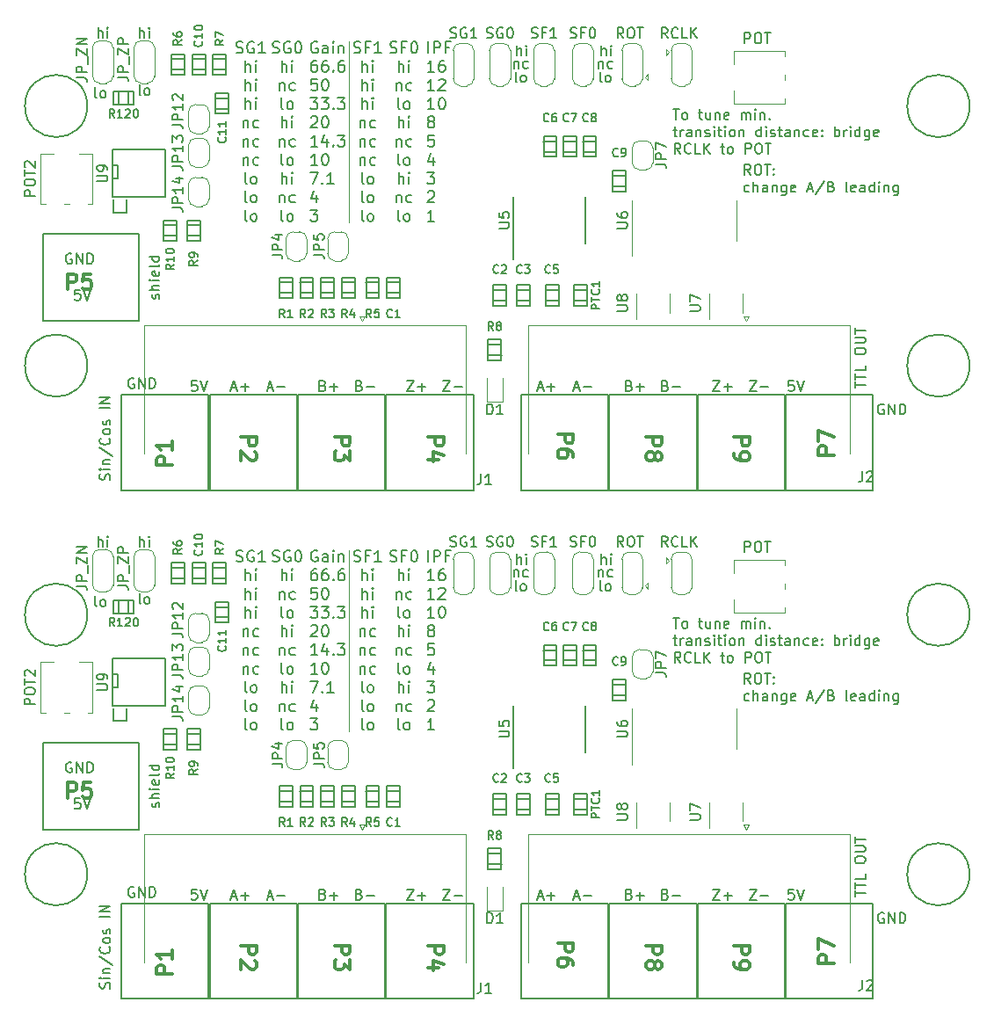
<source format=gto>
G04 #@! TF.GenerationSoftware,KiCad,Pcbnew,(5.1.5)-3*
G04 #@! TF.CreationDate,2020-05-13T10:59:29+02:00*
G04 #@! TF.ProjectId,ICHaus,49434861-7573-42e6-9b69-6361645f7063,rev?*
G04 #@! TF.SameCoordinates,PX6422c40PYa6e49c0*
G04 #@! TF.FileFunction,Legend,Top*
G04 #@! TF.FilePolarity,Positive*
%FSLAX46Y46*%
G04 Gerber Fmt 4.6, Leading zero omitted, Abs format (unit mm)*
G04 Created by KiCad (PCBNEW (5.1.5)-3) date 2020-05-13 10:59:29*
%MOMM*%
%LPD*%
G04 APERTURE LIST*
%ADD10C,0.150000*%
%ADD11C,0.120000*%
%ADD12C,0.200000*%
%ADD13C,0.300000*%
G04 APERTURE END LIST*
D10*
X-80952381Y92547620D02*
X-80952381Y93547620D01*
X-80523810Y92547620D02*
X-80523810Y93071429D01*
X-80571429Y93166667D01*
X-80666667Y93214286D01*
X-80809524Y93214286D01*
X-80904762Y93166667D01*
X-80952381Y93119048D01*
X-80047620Y92547620D02*
X-80047620Y93214286D01*
X-80047620Y93547620D02*
X-80095239Y93500000D01*
X-80047620Y93452381D01*
X-80000000Y93500000D01*
X-80047620Y93547620D01*
X-80047620Y93452381D01*
X-81083334Y86797620D02*
X-81178572Y86845239D01*
X-81226191Y86940477D01*
X-81226191Y87797620D01*
X-80559524Y86797620D02*
X-80654762Y86845239D01*
X-80702381Y86892858D01*
X-80750000Y86988096D01*
X-80750000Y87273810D01*
X-80702381Y87369048D01*
X-80654762Y87416667D01*
X-80559524Y87464286D01*
X-80416667Y87464286D01*
X-80321429Y87416667D01*
X-80273810Y87369048D01*
X-80226191Y87273810D01*
X-80226191Y86988096D01*
X-80273810Y86892858D01*
X-80321429Y86845239D01*
X-80416667Y86797620D01*
X-80559524Y86797620D01*
X-76952381Y92547620D02*
X-76952381Y93547620D01*
X-76523810Y92547620D02*
X-76523810Y93071429D01*
X-76571429Y93166667D01*
X-76666667Y93214286D01*
X-76809524Y93214286D01*
X-76904762Y93166667D01*
X-76952381Y93119048D01*
X-76047620Y92547620D02*
X-76047620Y93214286D01*
X-76047620Y93547620D02*
X-76095239Y93500000D01*
X-76047620Y93452381D01*
X-76000000Y93500000D01*
X-76047620Y93547620D01*
X-76047620Y93452381D01*
X-76833334Y87047620D02*
X-76928572Y87095239D01*
X-76976191Y87190477D01*
X-76976191Y88047620D01*
X-76309524Y87047620D02*
X-76404762Y87095239D01*
X-76452381Y87142858D01*
X-76500000Y87238096D01*
X-76500000Y87523810D01*
X-76452381Y87619048D01*
X-76404762Y87666667D01*
X-76309524Y87714286D01*
X-76166667Y87714286D01*
X-76071429Y87666667D01*
X-76023810Y87619048D01*
X-75976191Y87523810D01*
X-75976191Y87238096D01*
X-76023810Y87142858D01*
X-76071429Y87095239D01*
X-76166667Y87047620D01*
X-76309524Y87047620D01*
D11*
X-56750000Y92250000D02*
X-56750000Y74750000D01*
D10*
X-68107143Y58833334D02*
X-67630953Y58833334D01*
X-68202381Y58547620D02*
X-67869048Y59547620D01*
X-67535715Y58547620D01*
X-67202381Y58928572D02*
X-66440477Y58928572D01*
X-66821429Y58547620D02*
X-66821429Y59309524D01*
X-59297620Y59071429D02*
X-59154762Y59023810D01*
X-59107143Y58976191D01*
X-59059524Y58880953D01*
X-59059524Y58738096D01*
X-59107143Y58642858D01*
X-59154762Y58595239D01*
X-59250000Y58547620D01*
X-59630953Y58547620D01*
X-59630953Y59547620D01*
X-59297620Y59547620D01*
X-59202381Y59500000D01*
X-59154762Y59452381D01*
X-59107143Y59357143D01*
X-59107143Y59261905D01*
X-59154762Y59166667D01*
X-59202381Y59119048D01*
X-59297620Y59071429D01*
X-59630953Y59071429D01*
X-58630953Y58928572D02*
X-57869048Y58928572D01*
X-58250000Y58547620D02*
X-58250000Y59309524D01*
X-26095239Y92547620D02*
X-26428572Y93023810D01*
X-26666667Y92547620D02*
X-26666667Y93547620D01*
X-26285715Y93547620D01*
X-26190477Y93500000D01*
X-26142858Y93452381D01*
X-26095239Y93357143D01*
X-26095239Y93214286D01*
X-26142858Y93119048D01*
X-26190477Y93071429D01*
X-26285715Y93023810D01*
X-26666667Y93023810D01*
X-25095239Y92642858D02*
X-25142858Y92595239D01*
X-25285715Y92547620D01*
X-25380953Y92547620D01*
X-25523810Y92595239D01*
X-25619048Y92690477D01*
X-25666667Y92785715D01*
X-25714286Y92976191D01*
X-25714286Y93119048D01*
X-25666667Y93309524D01*
X-25619048Y93404762D01*
X-25523810Y93500000D01*
X-25380953Y93547620D01*
X-25285715Y93547620D01*
X-25142858Y93500000D01*
X-25095239Y93452381D01*
X-24190477Y92547620D02*
X-24666667Y92547620D01*
X-24666667Y93547620D01*
X-23857143Y92547620D02*
X-23857143Y93547620D01*
X-23285715Y92547620D02*
X-23714286Y93119048D01*
X-23285715Y93547620D02*
X-23857143Y92976191D01*
X-18666667Y92047620D02*
X-18666667Y93047620D01*
X-18285715Y93047620D01*
X-18190477Y93000000D01*
X-18142858Y92952381D01*
X-18095239Y92857143D01*
X-18095239Y92714286D01*
X-18142858Y92619048D01*
X-18190477Y92571429D01*
X-18285715Y92523810D01*
X-18666667Y92523810D01*
X-17476191Y93047620D02*
X-17285715Y93047620D01*
X-17190477Y93000000D01*
X-17095239Y92904762D01*
X-17047620Y92714286D01*
X-17047620Y92380953D01*
X-17095239Y92190477D01*
X-17190477Y92095239D01*
X-17285715Y92047620D01*
X-17476191Y92047620D01*
X-17571429Y92095239D01*
X-17666667Y92190477D01*
X-17714286Y92380953D01*
X-17714286Y92714286D01*
X-17666667Y92904762D01*
X-17571429Y93000000D01*
X-17476191Y93047620D01*
X-16761905Y93047620D02*
X-16190477Y93047620D01*
X-16476191Y92047620D02*
X-16476191Y93047620D01*
X-71440477Y59547620D02*
X-71916667Y59547620D01*
X-71964286Y59071429D01*
X-71916667Y59119048D01*
X-71821429Y59166667D01*
X-71583334Y59166667D01*
X-71488096Y59119048D01*
X-71440477Y59071429D01*
X-71392858Y58976191D01*
X-71392858Y58738096D01*
X-71440477Y58642858D01*
X-71488096Y58595239D01*
X-71583334Y58547620D01*
X-71821429Y58547620D01*
X-71916667Y58595239D01*
X-71964286Y58642858D01*
X-71107143Y59547620D02*
X-70773810Y58547620D01*
X-70440477Y59547620D01*
X-79047620Y88785715D02*
X-78333334Y88785715D01*
X-78190477Y88738096D01*
X-78095239Y88642858D01*
X-78047620Y88500000D01*
X-78047620Y88404762D01*
X-78047620Y89261905D02*
X-79047620Y89261905D01*
X-79047620Y89642858D01*
X-79000000Y89738096D01*
X-78952381Y89785715D01*
X-78857143Y89833334D01*
X-78714286Y89833334D01*
X-78619048Y89785715D01*
X-78571429Y89738096D01*
X-78523810Y89642858D01*
X-78523810Y89261905D01*
X-77952381Y90023810D02*
X-77952381Y90785715D01*
X-79047620Y90928572D02*
X-79047620Y91595239D01*
X-78047620Y90928572D01*
X-78047620Y91595239D01*
X-78047620Y91976191D02*
X-79047620Y91976191D01*
X-79047620Y92357143D01*
X-79000000Y92452381D01*
X-78952381Y92500000D01*
X-78857143Y92547620D01*
X-78714286Y92547620D01*
X-78619048Y92500000D01*
X-78571429Y92452381D01*
X-78523810Y92357143D01*
X-78523810Y91976191D01*
X-55797620Y59071429D02*
X-55654762Y59023810D01*
X-55607143Y58976191D01*
X-55559524Y58880953D01*
X-55559524Y58738096D01*
X-55607143Y58642858D01*
X-55654762Y58595239D01*
X-55750000Y58547620D01*
X-56130953Y58547620D01*
X-56130953Y59547620D01*
X-55797620Y59547620D01*
X-55702381Y59500000D01*
X-55654762Y59452381D01*
X-55607143Y59357143D01*
X-55607143Y59261905D01*
X-55654762Y59166667D01*
X-55702381Y59119048D01*
X-55797620Y59071429D01*
X-56130953Y59071429D01*
X-55130953Y58928572D02*
X-54369048Y58928572D01*
X-64607143Y58833334D02*
X-64130953Y58833334D01*
X-64702381Y58547620D02*
X-64369048Y59547620D01*
X-64035715Y58547620D01*
X-63702381Y58928572D02*
X-62940477Y58928572D01*
X-30345239Y92547620D02*
X-30678572Y93023810D01*
X-30916667Y92547620D02*
X-30916667Y93547620D01*
X-30535715Y93547620D01*
X-30440477Y93500000D01*
X-30392858Y93452381D01*
X-30345239Y93357143D01*
X-30345239Y93214286D01*
X-30392858Y93119048D01*
X-30440477Y93071429D01*
X-30535715Y93023810D01*
X-30916667Y93023810D01*
X-29726191Y93547620D02*
X-29535715Y93547620D01*
X-29440477Y93500000D01*
X-29345239Y93404762D01*
X-29297620Y93214286D01*
X-29297620Y92880953D01*
X-29345239Y92690477D01*
X-29440477Y92595239D01*
X-29535715Y92547620D01*
X-29726191Y92547620D01*
X-29821429Y92595239D01*
X-29916667Y92690477D01*
X-29964286Y92880953D01*
X-29964286Y93214286D01*
X-29916667Y93404762D01*
X-29821429Y93500000D01*
X-29726191Y93547620D01*
X-29011905Y93547620D02*
X-28440477Y93547620D01*
X-28726191Y92547620D02*
X-28726191Y93547620D01*
X-77511905Y59750000D02*
X-77607143Y59797620D01*
X-77750000Y59797620D01*
X-77892858Y59750000D01*
X-77988096Y59654762D01*
X-78035715Y59559524D01*
X-78083334Y59369048D01*
X-78083334Y59226191D01*
X-78035715Y59035715D01*
X-77988096Y58940477D01*
X-77892858Y58845239D01*
X-77750000Y58797620D01*
X-77654762Y58797620D01*
X-77511905Y58845239D01*
X-77464286Y58892858D01*
X-77464286Y59226191D01*
X-77654762Y59226191D01*
X-77035715Y58797620D02*
X-77035715Y59797620D01*
X-76464286Y58797620D01*
X-76464286Y59797620D01*
X-75988096Y58797620D02*
X-75988096Y59797620D01*
X-75750000Y59797620D01*
X-75607143Y59750000D01*
X-75511905Y59654762D01*
X-75464286Y59559524D01*
X-75416667Y59369048D01*
X-75416667Y59226191D01*
X-75464286Y59035715D01*
X-75511905Y58940477D01*
X-75607143Y58845239D01*
X-75750000Y58797620D01*
X-75988096Y58797620D01*
X-51202381Y59547620D02*
X-50535715Y59547620D01*
X-51202381Y58547620D01*
X-50535715Y58547620D01*
X-50154762Y58928572D02*
X-49392858Y58928572D01*
X-49773810Y58547620D02*
X-49773810Y59309524D01*
X-83047620Y88761905D02*
X-82333334Y88761905D01*
X-82190477Y88714286D01*
X-82095239Y88619048D01*
X-82047620Y88476191D01*
X-82047620Y88380953D01*
X-82047620Y89238096D02*
X-83047620Y89238096D01*
X-83047620Y89619048D01*
X-83000000Y89714286D01*
X-82952381Y89761905D01*
X-82857143Y89809524D01*
X-82714286Y89809524D01*
X-82619048Y89761905D01*
X-82571429Y89714286D01*
X-82523810Y89619048D01*
X-82523810Y89238096D01*
X-81952381Y90000000D02*
X-81952381Y90761905D01*
X-83047620Y90904762D02*
X-83047620Y91571429D01*
X-82047620Y90904762D01*
X-82047620Y91571429D01*
X-82047620Y91952381D02*
X-83047620Y91952381D01*
X-82047620Y92523810D01*
X-83047620Y92523810D01*
X-32742858Y90314286D02*
X-32742858Y89647620D01*
X-32742858Y90219048D02*
X-32695239Y90266667D01*
X-32600000Y90314286D01*
X-32457143Y90314286D01*
X-32361905Y90266667D01*
X-32314286Y90171429D01*
X-32314286Y89647620D01*
X-31409524Y89695239D02*
X-31504762Y89647620D01*
X-31695239Y89647620D01*
X-31790477Y89695239D01*
X-31838096Y89742858D01*
X-31885715Y89838096D01*
X-31885715Y90123810D01*
X-31838096Y90219048D01*
X-31790477Y90266667D01*
X-31695239Y90314286D01*
X-31504762Y90314286D01*
X-31409524Y90266667D01*
X-59814405Y92150000D02*
X-59919167Y92202381D01*
X-60076310Y92202381D01*
X-60233453Y92150000D01*
X-60338215Y92045239D01*
X-60390596Y91940477D01*
X-60442977Y91730953D01*
X-60442977Y91573810D01*
X-60390596Y91364286D01*
X-60338215Y91259524D01*
X-60233453Y91154762D01*
X-60076310Y91102381D01*
X-59971548Y91102381D01*
X-59814405Y91154762D01*
X-59762024Y91207143D01*
X-59762024Y91573810D01*
X-59971548Y91573810D01*
X-58819167Y91102381D02*
X-58819167Y91678572D01*
X-58871548Y91783334D01*
X-58976310Y91835715D01*
X-59185834Y91835715D01*
X-59290596Y91783334D01*
X-58819167Y91154762D02*
X-58923929Y91102381D01*
X-59185834Y91102381D01*
X-59290596Y91154762D01*
X-59342977Y91259524D01*
X-59342977Y91364286D01*
X-59290596Y91469048D01*
X-59185834Y91521429D01*
X-58923929Y91521429D01*
X-58819167Y91573810D01*
X-58295358Y91102381D02*
X-58295358Y91835715D01*
X-58295358Y92202381D02*
X-58347739Y92150000D01*
X-58295358Y92097620D01*
X-58242977Y92150000D01*
X-58295358Y92202381D01*
X-58295358Y92097620D01*
X-57771548Y91835715D02*
X-57771548Y91102381D01*
X-57771548Y91730953D02*
X-57719167Y91783334D01*
X-57614405Y91835715D01*
X-57457262Y91835715D01*
X-57352500Y91783334D01*
X-57300120Y91678572D01*
X-57300120Y91102381D01*
X-59919167Y90402381D02*
X-60128691Y90402381D01*
X-60233453Y90350000D01*
X-60285834Y90297620D01*
X-60390596Y90140477D01*
X-60442977Y89930953D01*
X-60442977Y89511905D01*
X-60390596Y89407143D01*
X-60338215Y89354762D01*
X-60233453Y89302381D01*
X-60023929Y89302381D01*
X-59919167Y89354762D01*
X-59866786Y89407143D01*
X-59814405Y89511905D01*
X-59814405Y89773810D01*
X-59866786Y89878572D01*
X-59919167Y89930953D01*
X-60023929Y89983334D01*
X-60233453Y89983334D01*
X-60338215Y89930953D01*
X-60390596Y89878572D01*
X-60442977Y89773810D01*
X-58871548Y90402381D02*
X-59081072Y90402381D01*
X-59185834Y90350000D01*
X-59238215Y90297620D01*
X-59342977Y90140477D01*
X-59395358Y89930953D01*
X-59395358Y89511905D01*
X-59342977Y89407143D01*
X-59290596Y89354762D01*
X-59185834Y89302381D01*
X-58976310Y89302381D01*
X-58871548Y89354762D01*
X-58819167Y89407143D01*
X-58766786Y89511905D01*
X-58766786Y89773810D01*
X-58819167Y89878572D01*
X-58871548Y89930953D01*
X-58976310Y89983334D01*
X-59185834Y89983334D01*
X-59290596Y89930953D01*
X-59342977Y89878572D01*
X-59395358Y89773810D01*
X-58295358Y89407143D02*
X-58242977Y89354762D01*
X-58295358Y89302381D01*
X-58347739Y89354762D01*
X-58295358Y89407143D01*
X-58295358Y89302381D01*
X-57300120Y90402381D02*
X-57509643Y90402381D01*
X-57614405Y90350000D01*
X-57666786Y90297620D01*
X-57771548Y90140477D01*
X-57823929Y89930953D01*
X-57823929Y89511905D01*
X-57771548Y89407143D01*
X-57719167Y89354762D01*
X-57614405Y89302381D01*
X-57404881Y89302381D01*
X-57300120Y89354762D01*
X-57247739Y89407143D01*
X-57195358Y89511905D01*
X-57195358Y89773810D01*
X-57247739Y89878572D01*
X-57300120Y89930953D01*
X-57404881Y89983334D01*
X-57614405Y89983334D01*
X-57719167Y89930953D01*
X-57771548Y89878572D01*
X-57823929Y89773810D01*
X-59866786Y88602381D02*
X-60390596Y88602381D01*
X-60442977Y88078572D01*
X-60390596Y88130953D01*
X-60285834Y88183334D01*
X-60023929Y88183334D01*
X-59919167Y88130953D01*
X-59866786Y88078572D01*
X-59814405Y87973810D01*
X-59814405Y87711905D01*
X-59866786Y87607143D01*
X-59919167Y87554762D01*
X-60023929Y87502381D01*
X-60285834Y87502381D01*
X-60390596Y87554762D01*
X-60442977Y87607143D01*
X-59133453Y88602381D02*
X-59028691Y88602381D01*
X-58923929Y88550000D01*
X-58871548Y88497620D01*
X-58819167Y88392858D01*
X-58766786Y88183334D01*
X-58766786Y87921429D01*
X-58819167Y87711905D01*
X-58871548Y87607143D01*
X-58923929Y87554762D01*
X-59028691Y87502381D01*
X-59133453Y87502381D01*
X-59238215Y87554762D01*
X-59290596Y87607143D01*
X-59342977Y87711905D01*
X-59395358Y87921429D01*
X-59395358Y88183334D01*
X-59342977Y88392858D01*
X-59290596Y88497620D01*
X-59238215Y88550000D01*
X-59133453Y88602381D01*
X-60495358Y86802381D02*
X-59814405Y86802381D01*
X-60181072Y86383334D01*
X-60023929Y86383334D01*
X-59919167Y86330953D01*
X-59866786Y86278572D01*
X-59814405Y86173810D01*
X-59814405Y85911905D01*
X-59866786Y85807143D01*
X-59919167Y85754762D01*
X-60023929Y85702381D01*
X-60338215Y85702381D01*
X-60442977Y85754762D01*
X-60495358Y85807143D01*
X-59447739Y86802381D02*
X-58766786Y86802381D01*
X-59133453Y86383334D01*
X-58976310Y86383334D01*
X-58871548Y86330953D01*
X-58819167Y86278572D01*
X-58766786Y86173810D01*
X-58766786Y85911905D01*
X-58819167Y85807143D01*
X-58871548Y85754762D01*
X-58976310Y85702381D01*
X-59290596Y85702381D01*
X-59395358Y85754762D01*
X-59447739Y85807143D01*
X-58295358Y85807143D02*
X-58242977Y85754762D01*
X-58295358Y85702381D01*
X-58347739Y85754762D01*
X-58295358Y85807143D01*
X-58295358Y85702381D01*
X-57876310Y86802381D02*
X-57195358Y86802381D01*
X-57562024Y86383334D01*
X-57404881Y86383334D01*
X-57300120Y86330953D01*
X-57247739Y86278572D01*
X-57195358Y86173810D01*
X-57195358Y85911905D01*
X-57247739Y85807143D01*
X-57300120Y85754762D01*
X-57404881Y85702381D01*
X-57719167Y85702381D01*
X-57823929Y85754762D01*
X-57876310Y85807143D01*
X-60442977Y84897620D02*
X-60390596Y84950000D01*
X-60285834Y85002381D01*
X-60023929Y85002381D01*
X-59919167Y84950000D01*
X-59866786Y84897620D01*
X-59814405Y84792858D01*
X-59814405Y84688096D01*
X-59866786Y84530953D01*
X-60495358Y83902381D01*
X-59814405Y83902381D01*
X-59133453Y85002381D02*
X-59028691Y85002381D01*
X-58923929Y84950000D01*
X-58871548Y84897620D01*
X-58819167Y84792858D01*
X-58766786Y84583334D01*
X-58766786Y84321429D01*
X-58819167Y84111905D01*
X-58871548Y84007143D01*
X-58923929Y83954762D01*
X-59028691Y83902381D01*
X-59133453Y83902381D01*
X-59238215Y83954762D01*
X-59290596Y84007143D01*
X-59342977Y84111905D01*
X-59395358Y84321429D01*
X-59395358Y84583334D01*
X-59342977Y84792858D01*
X-59290596Y84897620D01*
X-59238215Y84950000D01*
X-59133453Y85002381D01*
X-59814405Y82102381D02*
X-60442977Y82102381D01*
X-60128691Y82102381D02*
X-60128691Y83202381D01*
X-60233453Y83045239D01*
X-60338215Y82940477D01*
X-60442977Y82888096D01*
X-58871548Y82835715D02*
X-58871548Y82102381D01*
X-59133453Y83254762D02*
X-59395358Y82469048D01*
X-58714405Y82469048D01*
X-58295358Y82207143D02*
X-58242977Y82154762D01*
X-58295358Y82102381D01*
X-58347739Y82154762D01*
X-58295358Y82207143D01*
X-58295358Y82102381D01*
X-57876310Y83202381D02*
X-57195358Y83202381D01*
X-57562024Y82783334D01*
X-57404881Y82783334D01*
X-57300120Y82730953D01*
X-57247739Y82678572D01*
X-57195358Y82573810D01*
X-57195358Y82311905D01*
X-57247739Y82207143D01*
X-57300120Y82154762D01*
X-57404881Y82102381D01*
X-57719167Y82102381D01*
X-57823929Y82154762D01*
X-57876310Y82207143D01*
X-59814405Y80302381D02*
X-60442977Y80302381D01*
X-60128691Y80302381D02*
X-60128691Y81402381D01*
X-60233453Y81245239D01*
X-60338215Y81140477D01*
X-60442977Y81088096D01*
X-59133453Y81402381D02*
X-59028691Y81402381D01*
X-58923929Y81350000D01*
X-58871548Y81297620D01*
X-58819167Y81192858D01*
X-58766786Y80983334D01*
X-58766786Y80721429D01*
X-58819167Y80511905D01*
X-58871548Y80407143D01*
X-58923929Y80354762D01*
X-59028691Y80302381D01*
X-59133453Y80302381D01*
X-59238215Y80354762D01*
X-59290596Y80407143D01*
X-59342977Y80511905D01*
X-59395358Y80721429D01*
X-59395358Y80983334D01*
X-59342977Y81192858D01*
X-59290596Y81297620D01*
X-59238215Y81350000D01*
X-59133453Y81402381D01*
X-60495358Y79602381D02*
X-59762024Y79602381D01*
X-60233453Y78502381D01*
X-59342977Y78607143D02*
X-59290596Y78554762D01*
X-59342977Y78502381D01*
X-59395358Y78554762D01*
X-59342977Y78607143D01*
X-59342977Y78502381D01*
X-58242977Y78502381D02*
X-58871548Y78502381D01*
X-58557262Y78502381D02*
X-58557262Y79602381D01*
X-58662024Y79445239D01*
X-58766786Y79340477D01*
X-58871548Y79288096D01*
X-59919167Y77435715D02*
X-59919167Y76702381D01*
X-60181072Y77854762D02*
X-60442977Y77069048D01*
X-59762024Y77069048D01*
X-60495358Y76002381D02*
X-59814405Y76002381D01*
X-60181072Y75583334D01*
X-60023929Y75583334D01*
X-59919167Y75530953D01*
X-59866786Y75478572D01*
X-59814405Y75373810D01*
X-59814405Y75111905D01*
X-59866786Y75007143D01*
X-59919167Y74954762D01*
X-60023929Y74902381D01*
X-60338215Y74902381D01*
X-60442977Y74954762D01*
X-60495358Y75007143D01*
X-52809524Y91154762D02*
X-52652381Y91102381D01*
X-52390477Y91102381D01*
X-52285715Y91154762D01*
X-52233334Y91207143D01*
X-52180953Y91311905D01*
X-52180953Y91416667D01*
X-52233334Y91521429D01*
X-52285715Y91573810D01*
X-52390477Y91626191D01*
X-52600000Y91678572D01*
X-52704762Y91730953D01*
X-52757143Y91783334D01*
X-52809524Y91888096D01*
X-52809524Y91992858D01*
X-52757143Y92097620D01*
X-52704762Y92150000D01*
X-52600000Y92202381D01*
X-52338096Y92202381D01*
X-52180953Y92150000D01*
X-51342858Y91678572D02*
X-51709524Y91678572D01*
X-51709524Y91102381D02*
X-51709524Y92202381D01*
X-51185715Y92202381D01*
X-50557143Y92202381D02*
X-50452381Y92202381D01*
X-50347620Y92150000D01*
X-50295239Y92097620D01*
X-50242858Y91992858D01*
X-50190477Y91783334D01*
X-50190477Y91521429D01*
X-50242858Y91311905D01*
X-50295239Y91207143D01*
X-50347620Y91154762D01*
X-50452381Y91102381D01*
X-50557143Y91102381D01*
X-50661905Y91154762D01*
X-50714286Y91207143D01*
X-50766667Y91311905D01*
X-50819048Y91521429D01*
X-50819048Y91783334D01*
X-50766667Y91992858D01*
X-50714286Y92097620D01*
X-50661905Y92150000D01*
X-50557143Y92202381D01*
X-51997620Y89302381D02*
X-51997620Y90402381D01*
X-51526191Y89302381D02*
X-51526191Y89878572D01*
X-51578572Y89983334D01*
X-51683334Y90035715D01*
X-51840477Y90035715D01*
X-51945239Y89983334D01*
X-51997620Y89930953D01*
X-51002381Y89302381D02*
X-51002381Y90035715D01*
X-51002381Y90402381D02*
X-51054762Y90350000D01*
X-51002381Y90297620D01*
X-50950000Y90350000D01*
X-51002381Y90402381D01*
X-51002381Y90297620D01*
X-52207143Y88235715D02*
X-52207143Y87502381D01*
X-52207143Y88130953D02*
X-52154762Y88183334D01*
X-52050000Y88235715D01*
X-51892858Y88235715D01*
X-51788096Y88183334D01*
X-51735715Y88078572D01*
X-51735715Y87502381D01*
X-50740477Y87554762D02*
X-50845239Y87502381D01*
X-51054762Y87502381D01*
X-51159524Y87554762D01*
X-51211905Y87607143D01*
X-51264286Y87711905D01*
X-51264286Y88026191D01*
X-51211905Y88130953D01*
X-51159524Y88183334D01*
X-51054762Y88235715D01*
X-50845239Y88235715D01*
X-50740477Y88183334D01*
X-51866667Y85702381D02*
X-51971429Y85754762D01*
X-52023810Y85859524D01*
X-52023810Y86802381D01*
X-51290477Y85702381D02*
X-51395239Y85754762D01*
X-51447620Y85807143D01*
X-51500000Y85911905D01*
X-51500000Y86226191D01*
X-51447620Y86330953D01*
X-51395239Y86383334D01*
X-51290477Y86435715D01*
X-51133334Y86435715D01*
X-51028572Y86383334D01*
X-50976191Y86330953D01*
X-50923810Y86226191D01*
X-50923810Y85911905D01*
X-50976191Y85807143D01*
X-51028572Y85754762D01*
X-51133334Y85702381D01*
X-51290477Y85702381D01*
X-51997620Y83902381D02*
X-51997620Y85002381D01*
X-51526191Y83902381D02*
X-51526191Y84478572D01*
X-51578572Y84583334D01*
X-51683334Y84635715D01*
X-51840477Y84635715D01*
X-51945239Y84583334D01*
X-51997620Y84530953D01*
X-51002381Y83902381D02*
X-51002381Y84635715D01*
X-51002381Y85002381D02*
X-51054762Y84950000D01*
X-51002381Y84897620D01*
X-50950000Y84950000D01*
X-51002381Y85002381D01*
X-51002381Y84897620D01*
X-52207143Y82835715D02*
X-52207143Y82102381D01*
X-52207143Y82730953D02*
X-52154762Y82783334D01*
X-52050000Y82835715D01*
X-51892858Y82835715D01*
X-51788096Y82783334D01*
X-51735715Y82678572D01*
X-51735715Y82102381D01*
X-50740477Y82154762D02*
X-50845239Y82102381D01*
X-51054762Y82102381D01*
X-51159524Y82154762D01*
X-51211905Y82207143D01*
X-51264286Y82311905D01*
X-51264286Y82626191D01*
X-51211905Y82730953D01*
X-51159524Y82783334D01*
X-51054762Y82835715D01*
X-50845239Y82835715D01*
X-50740477Y82783334D01*
X-51866667Y80302381D02*
X-51971429Y80354762D01*
X-52023810Y80459524D01*
X-52023810Y81402381D01*
X-51290477Y80302381D02*
X-51395239Y80354762D01*
X-51447620Y80407143D01*
X-51500000Y80511905D01*
X-51500000Y80826191D01*
X-51447620Y80930953D01*
X-51395239Y80983334D01*
X-51290477Y81035715D01*
X-51133334Y81035715D01*
X-51028572Y80983334D01*
X-50976191Y80930953D01*
X-50923810Y80826191D01*
X-50923810Y80511905D01*
X-50976191Y80407143D01*
X-51028572Y80354762D01*
X-51133334Y80302381D01*
X-51290477Y80302381D01*
X-51997620Y78502381D02*
X-51997620Y79602381D01*
X-51526191Y78502381D02*
X-51526191Y79078572D01*
X-51578572Y79183334D01*
X-51683334Y79235715D01*
X-51840477Y79235715D01*
X-51945239Y79183334D01*
X-51997620Y79130953D01*
X-51002381Y78502381D02*
X-51002381Y79235715D01*
X-51002381Y79602381D02*
X-51054762Y79550000D01*
X-51002381Y79497620D01*
X-50950000Y79550000D01*
X-51002381Y79602381D01*
X-51002381Y79497620D01*
X-52207143Y77435715D02*
X-52207143Y76702381D01*
X-52207143Y77330953D02*
X-52154762Y77383334D01*
X-52050000Y77435715D01*
X-51892858Y77435715D01*
X-51788096Y77383334D01*
X-51735715Y77278572D01*
X-51735715Y76702381D01*
X-50740477Y76754762D02*
X-50845239Y76702381D01*
X-51054762Y76702381D01*
X-51159524Y76754762D01*
X-51211905Y76807143D01*
X-51264286Y76911905D01*
X-51264286Y77226191D01*
X-51211905Y77330953D01*
X-51159524Y77383334D01*
X-51054762Y77435715D01*
X-50845239Y77435715D01*
X-50740477Y77383334D01*
X-51866667Y74902381D02*
X-51971429Y74954762D01*
X-52023810Y75059524D01*
X-52023810Y76002381D01*
X-51290477Y74902381D02*
X-51395239Y74954762D01*
X-51447620Y75007143D01*
X-51500000Y75111905D01*
X-51500000Y75426191D01*
X-51447620Y75530953D01*
X-51395239Y75583334D01*
X-51290477Y75635715D01*
X-51133334Y75635715D01*
X-51028572Y75583334D01*
X-50976191Y75530953D01*
X-50923810Y75426191D01*
X-50923810Y75111905D01*
X-50976191Y75007143D01*
X-51028572Y74954762D01*
X-51133334Y74902381D01*
X-51290477Y74902381D01*
X-64138096Y91154762D02*
X-63980953Y91102381D01*
X-63719048Y91102381D01*
X-63614286Y91154762D01*
X-63561905Y91207143D01*
X-63509524Y91311905D01*
X-63509524Y91416667D01*
X-63561905Y91521429D01*
X-63614286Y91573810D01*
X-63719048Y91626191D01*
X-63928572Y91678572D01*
X-64033334Y91730953D01*
X-64085715Y91783334D01*
X-64138096Y91888096D01*
X-64138096Y91992858D01*
X-64085715Y92097620D01*
X-64033334Y92150000D01*
X-63928572Y92202381D01*
X-63666667Y92202381D01*
X-63509524Y92150000D01*
X-62461905Y92150000D02*
X-62566667Y92202381D01*
X-62723810Y92202381D01*
X-62880953Y92150000D01*
X-62985715Y92045239D01*
X-63038096Y91940477D01*
X-63090477Y91730953D01*
X-63090477Y91573810D01*
X-63038096Y91364286D01*
X-62985715Y91259524D01*
X-62880953Y91154762D01*
X-62723810Y91102381D01*
X-62619048Y91102381D01*
X-62461905Y91154762D01*
X-62409524Y91207143D01*
X-62409524Y91573810D01*
X-62619048Y91573810D01*
X-61728572Y92202381D02*
X-61623810Y92202381D01*
X-61519048Y92150000D01*
X-61466667Y92097620D01*
X-61414286Y91992858D01*
X-61361905Y91783334D01*
X-61361905Y91521429D01*
X-61414286Y91311905D01*
X-61466667Y91207143D01*
X-61519048Y91154762D01*
X-61623810Y91102381D01*
X-61728572Y91102381D01*
X-61833334Y91154762D01*
X-61885715Y91207143D01*
X-61938096Y91311905D01*
X-61990477Y91521429D01*
X-61990477Y91783334D01*
X-61938096Y91992858D01*
X-61885715Y92097620D01*
X-61833334Y92150000D01*
X-61728572Y92202381D01*
X-63247620Y89302381D02*
X-63247620Y90402381D01*
X-62776191Y89302381D02*
X-62776191Y89878572D01*
X-62828572Y89983334D01*
X-62933334Y90035715D01*
X-63090477Y90035715D01*
X-63195239Y89983334D01*
X-63247620Y89930953D01*
X-62252381Y89302381D02*
X-62252381Y90035715D01*
X-62252381Y90402381D02*
X-62304762Y90350000D01*
X-62252381Y90297620D01*
X-62200000Y90350000D01*
X-62252381Y90402381D01*
X-62252381Y90297620D01*
X-63457143Y88235715D02*
X-63457143Y87502381D01*
X-63457143Y88130953D02*
X-63404762Y88183334D01*
X-63300000Y88235715D01*
X-63142858Y88235715D01*
X-63038096Y88183334D01*
X-62985715Y88078572D01*
X-62985715Y87502381D01*
X-61990477Y87554762D02*
X-62095239Y87502381D01*
X-62304762Y87502381D01*
X-62409524Y87554762D01*
X-62461905Y87607143D01*
X-62514286Y87711905D01*
X-62514286Y88026191D01*
X-62461905Y88130953D01*
X-62409524Y88183334D01*
X-62304762Y88235715D01*
X-62095239Y88235715D01*
X-61990477Y88183334D01*
X-63116667Y85702381D02*
X-63221429Y85754762D01*
X-63273810Y85859524D01*
X-63273810Y86802381D01*
X-62540477Y85702381D02*
X-62645239Y85754762D01*
X-62697620Y85807143D01*
X-62750000Y85911905D01*
X-62750000Y86226191D01*
X-62697620Y86330953D01*
X-62645239Y86383334D01*
X-62540477Y86435715D01*
X-62383334Y86435715D01*
X-62278572Y86383334D01*
X-62226191Y86330953D01*
X-62173810Y86226191D01*
X-62173810Y85911905D01*
X-62226191Y85807143D01*
X-62278572Y85754762D01*
X-62383334Y85702381D01*
X-62540477Y85702381D01*
X-63247620Y83902381D02*
X-63247620Y85002381D01*
X-62776191Y83902381D02*
X-62776191Y84478572D01*
X-62828572Y84583334D01*
X-62933334Y84635715D01*
X-63090477Y84635715D01*
X-63195239Y84583334D01*
X-63247620Y84530953D01*
X-62252381Y83902381D02*
X-62252381Y84635715D01*
X-62252381Y85002381D02*
X-62304762Y84950000D01*
X-62252381Y84897620D01*
X-62200000Y84950000D01*
X-62252381Y85002381D01*
X-62252381Y84897620D01*
X-63457143Y82835715D02*
X-63457143Y82102381D01*
X-63457143Y82730953D02*
X-63404762Y82783334D01*
X-63300000Y82835715D01*
X-63142858Y82835715D01*
X-63038096Y82783334D01*
X-62985715Y82678572D01*
X-62985715Y82102381D01*
X-61990477Y82154762D02*
X-62095239Y82102381D01*
X-62304762Y82102381D01*
X-62409524Y82154762D01*
X-62461905Y82207143D01*
X-62514286Y82311905D01*
X-62514286Y82626191D01*
X-62461905Y82730953D01*
X-62409524Y82783334D01*
X-62304762Y82835715D01*
X-62095239Y82835715D01*
X-61990477Y82783334D01*
X-63116667Y80302381D02*
X-63221429Y80354762D01*
X-63273810Y80459524D01*
X-63273810Y81402381D01*
X-62540477Y80302381D02*
X-62645239Y80354762D01*
X-62697620Y80407143D01*
X-62750000Y80511905D01*
X-62750000Y80826191D01*
X-62697620Y80930953D01*
X-62645239Y80983334D01*
X-62540477Y81035715D01*
X-62383334Y81035715D01*
X-62278572Y80983334D01*
X-62226191Y80930953D01*
X-62173810Y80826191D01*
X-62173810Y80511905D01*
X-62226191Y80407143D01*
X-62278572Y80354762D01*
X-62383334Y80302381D01*
X-62540477Y80302381D01*
X-63247620Y78502381D02*
X-63247620Y79602381D01*
X-62776191Y78502381D02*
X-62776191Y79078572D01*
X-62828572Y79183334D01*
X-62933334Y79235715D01*
X-63090477Y79235715D01*
X-63195239Y79183334D01*
X-63247620Y79130953D01*
X-62252381Y78502381D02*
X-62252381Y79235715D01*
X-62252381Y79602381D02*
X-62304762Y79550000D01*
X-62252381Y79497620D01*
X-62200000Y79550000D01*
X-62252381Y79602381D01*
X-62252381Y79497620D01*
X-63457143Y77435715D02*
X-63457143Y76702381D01*
X-63457143Y77330953D02*
X-63404762Y77383334D01*
X-63300000Y77435715D01*
X-63142858Y77435715D01*
X-63038096Y77383334D01*
X-62985715Y77278572D01*
X-62985715Y76702381D01*
X-61990477Y76754762D02*
X-62095239Y76702381D01*
X-62304762Y76702381D01*
X-62409524Y76754762D01*
X-62461905Y76807143D01*
X-62514286Y76911905D01*
X-62514286Y77226191D01*
X-62461905Y77330953D01*
X-62409524Y77383334D01*
X-62304762Y77435715D01*
X-62095239Y77435715D01*
X-61990477Y77383334D01*
X-63116667Y74902381D02*
X-63221429Y74954762D01*
X-63273810Y75059524D01*
X-63273810Y76002381D01*
X-62540477Y74902381D02*
X-62645239Y74954762D01*
X-62697620Y75007143D01*
X-62750000Y75111905D01*
X-62750000Y75426191D01*
X-62697620Y75530953D01*
X-62645239Y75583334D01*
X-62540477Y75635715D01*
X-62383334Y75635715D01*
X-62278572Y75583334D01*
X-62226191Y75530953D01*
X-62173810Y75426191D01*
X-62173810Y75111905D01*
X-62226191Y75007143D01*
X-62278572Y74954762D01*
X-62383334Y74902381D01*
X-62540477Y74902381D01*
X-56309524Y91154762D02*
X-56152381Y91102381D01*
X-55890477Y91102381D01*
X-55785715Y91154762D01*
X-55733334Y91207143D01*
X-55680953Y91311905D01*
X-55680953Y91416667D01*
X-55733334Y91521429D01*
X-55785715Y91573810D01*
X-55890477Y91626191D01*
X-56100000Y91678572D01*
X-56204762Y91730953D01*
X-56257143Y91783334D01*
X-56309524Y91888096D01*
X-56309524Y91992858D01*
X-56257143Y92097620D01*
X-56204762Y92150000D01*
X-56100000Y92202381D01*
X-55838096Y92202381D01*
X-55680953Y92150000D01*
X-54842858Y91678572D02*
X-55209524Y91678572D01*
X-55209524Y91102381D02*
X-55209524Y92202381D01*
X-54685715Y92202381D01*
X-53690477Y91102381D02*
X-54319048Y91102381D01*
X-54004762Y91102381D02*
X-54004762Y92202381D01*
X-54109524Y92045239D01*
X-54214286Y91940477D01*
X-54319048Y91888096D01*
X-55497620Y89302381D02*
X-55497620Y90402381D01*
X-55026191Y89302381D02*
X-55026191Y89878572D01*
X-55078572Y89983334D01*
X-55183334Y90035715D01*
X-55340477Y90035715D01*
X-55445239Y89983334D01*
X-55497620Y89930953D01*
X-54502381Y89302381D02*
X-54502381Y90035715D01*
X-54502381Y90402381D02*
X-54554762Y90350000D01*
X-54502381Y90297620D01*
X-54450000Y90350000D01*
X-54502381Y90402381D01*
X-54502381Y90297620D01*
X-55497620Y87502381D02*
X-55497620Y88602381D01*
X-55026191Y87502381D02*
X-55026191Y88078572D01*
X-55078572Y88183334D01*
X-55183334Y88235715D01*
X-55340477Y88235715D01*
X-55445239Y88183334D01*
X-55497620Y88130953D01*
X-54502381Y87502381D02*
X-54502381Y88235715D01*
X-54502381Y88602381D02*
X-54554762Y88550000D01*
X-54502381Y88497620D01*
X-54450000Y88550000D01*
X-54502381Y88602381D01*
X-54502381Y88497620D01*
X-55497620Y85702381D02*
X-55497620Y86802381D01*
X-55026191Y85702381D02*
X-55026191Y86278572D01*
X-55078572Y86383334D01*
X-55183334Y86435715D01*
X-55340477Y86435715D01*
X-55445239Y86383334D01*
X-55497620Y86330953D01*
X-54502381Y85702381D02*
X-54502381Y86435715D01*
X-54502381Y86802381D02*
X-54554762Y86750000D01*
X-54502381Y86697620D01*
X-54450000Y86750000D01*
X-54502381Y86802381D01*
X-54502381Y86697620D01*
X-55707143Y84635715D02*
X-55707143Y83902381D01*
X-55707143Y84530953D02*
X-55654762Y84583334D01*
X-55550000Y84635715D01*
X-55392858Y84635715D01*
X-55288096Y84583334D01*
X-55235715Y84478572D01*
X-55235715Y83902381D01*
X-54240477Y83954762D02*
X-54345239Y83902381D01*
X-54554762Y83902381D01*
X-54659524Y83954762D01*
X-54711905Y84007143D01*
X-54764286Y84111905D01*
X-54764286Y84426191D01*
X-54711905Y84530953D01*
X-54659524Y84583334D01*
X-54554762Y84635715D01*
X-54345239Y84635715D01*
X-54240477Y84583334D01*
X-55707143Y82835715D02*
X-55707143Y82102381D01*
X-55707143Y82730953D02*
X-55654762Y82783334D01*
X-55550000Y82835715D01*
X-55392858Y82835715D01*
X-55288096Y82783334D01*
X-55235715Y82678572D01*
X-55235715Y82102381D01*
X-54240477Y82154762D02*
X-54345239Y82102381D01*
X-54554762Y82102381D01*
X-54659524Y82154762D01*
X-54711905Y82207143D01*
X-54764286Y82311905D01*
X-54764286Y82626191D01*
X-54711905Y82730953D01*
X-54659524Y82783334D01*
X-54554762Y82835715D01*
X-54345239Y82835715D01*
X-54240477Y82783334D01*
X-55707143Y81035715D02*
X-55707143Y80302381D01*
X-55707143Y80930953D02*
X-55654762Y80983334D01*
X-55550000Y81035715D01*
X-55392858Y81035715D01*
X-55288096Y80983334D01*
X-55235715Y80878572D01*
X-55235715Y80302381D01*
X-54240477Y80354762D02*
X-54345239Y80302381D01*
X-54554762Y80302381D01*
X-54659524Y80354762D01*
X-54711905Y80407143D01*
X-54764286Y80511905D01*
X-54764286Y80826191D01*
X-54711905Y80930953D01*
X-54659524Y80983334D01*
X-54554762Y81035715D01*
X-54345239Y81035715D01*
X-54240477Y80983334D01*
X-55366667Y78502381D02*
X-55471429Y78554762D01*
X-55523810Y78659524D01*
X-55523810Y79602381D01*
X-54790477Y78502381D02*
X-54895239Y78554762D01*
X-54947620Y78607143D01*
X-55000000Y78711905D01*
X-55000000Y79026191D01*
X-54947620Y79130953D01*
X-54895239Y79183334D01*
X-54790477Y79235715D01*
X-54633334Y79235715D01*
X-54528572Y79183334D01*
X-54476191Y79130953D01*
X-54423810Y79026191D01*
X-54423810Y78711905D01*
X-54476191Y78607143D01*
X-54528572Y78554762D01*
X-54633334Y78502381D01*
X-54790477Y78502381D01*
X-55366667Y76702381D02*
X-55471429Y76754762D01*
X-55523810Y76859524D01*
X-55523810Y77802381D01*
X-54790477Y76702381D02*
X-54895239Y76754762D01*
X-54947620Y76807143D01*
X-55000000Y76911905D01*
X-55000000Y77226191D01*
X-54947620Y77330953D01*
X-54895239Y77383334D01*
X-54790477Y77435715D01*
X-54633334Y77435715D01*
X-54528572Y77383334D01*
X-54476191Y77330953D01*
X-54423810Y77226191D01*
X-54423810Y76911905D01*
X-54476191Y76807143D01*
X-54528572Y76754762D01*
X-54633334Y76702381D01*
X-54790477Y76702381D01*
X-55366667Y74902381D02*
X-55471429Y74954762D01*
X-55523810Y75059524D01*
X-55523810Y76002381D01*
X-54790477Y74902381D02*
X-54895239Y74954762D01*
X-54947620Y75007143D01*
X-55000000Y75111905D01*
X-55000000Y75426191D01*
X-54947620Y75530953D01*
X-54895239Y75583334D01*
X-54790477Y75635715D01*
X-54633334Y75635715D01*
X-54528572Y75583334D01*
X-54476191Y75530953D01*
X-54423810Y75426191D01*
X-54423810Y75111905D01*
X-54476191Y75007143D01*
X-54528572Y74954762D01*
X-54633334Y74902381D01*
X-54790477Y74902381D01*
X-40602381Y90847620D02*
X-40602381Y91847620D01*
X-40173810Y90847620D02*
X-40173810Y91371429D01*
X-40221429Y91466667D01*
X-40316667Y91514286D01*
X-40459524Y91514286D01*
X-40554762Y91466667D01*
X-40602381Y91419048D01*
X-39697620Y90847620D02*
X-39697620Y91514286D01*
X-39697620Y91847620D02*
X-39745239Y91800000D01*
X-39697620Y91752381D01*
X-39650000Y91800000D01*
X-39697620Y91847620D01*
X-39697620Y91752381D01*
X-40583334Y88297620D02*
X-40678572Y88345239D01*
X-40726191Y88440477D01*
X-40726191Y89297620D01*
X-40059524Y88297620D02*
X-40154762Y88345239D01*
X-40202381Y88392858D01*
X-40250000Y88488096D01*
X-40250000Y88773810D01*
X-40202381Y88869048D01*
X-40154762Y88916667D01*
X-40059524Y88964286D01*
X-39916667Y88964286D01*
X-39821429Y88916667D01*
X-39773810Y88869048D01*
X-39726191Y88773810D01*
X-39726191Y88488096D01*
X-39773810Y88392858D01*
X-39821429Y88345239D01*
X-39916667Y88297620D01*
X-40059524Y88297620D01*
X-32452381Y90847620D02*
X-32452381Y91847620D01*
X-32023810Y90847620D02*
X-32023810Y91371429D01*
X-32071429Y91466667D01*
X-32166667Y91514286D01*
X-32309524Y91514286D01*
X-32404762Y91466667D01*
X-32452381Y91419048D01*
X-31547620Y90847620D02*
X-31547620Y91514286D01*
X-31547620Y91847620D02*
X-31595239Y91800000D01*
X-31547620Y91752381D01*
X-31500000Y91800000D01*
X-31547620Y91847620D01*
X-31547620Y91752381D01*
X-32433334Y88297620D02*
X-32528572Y88345239D01*
X-32576191Y88440477D01*
X-32576191Y89297620D01*
X-31909524Y88297620D02*
X-32004762Y88345239D01*
X-32052381Y88392858D01*
X-32100000Y88488096D01*
X-32100000Y88773810D01*
X-32052381Y88869048D01*
X-32004762Y88916667D01*
X-31909524Y88964286D01*
X-31766667Y88964286D01*
X-31671429Y88916667D01*
X-31623810Y88869048D01*
X-31576191Y88773810D01*
X-31576191Y88488096D01*
X-31623810Y88392858D01*
X-31671429Y88345239D01*
X-31766667Y88297620D01*
X-31909524Y88297620D01*
X-49140596Y91102381D02*
X-49140596Y92202381D01*
X-48616786Y91102381D02*
X-48616786Y92202381D01*
X-48197739Y92202381D01*
X-48092977Y92150000D01*
X-48040596Y92097620D01*
X-47988215Y91992858D01*
X-47988215Y91835715D01*
X-48040596Y91730953D01*
X-48092977Y91678572D01*
X-48197739Y91626191D01*
X-48616786Y91626191D01*
X-47150120Y91678572D02*
X-47516786Y91678572D01*
X-47516786Y91102381D02*
X-47516786Y92202381D01*
X-46992977Y92202381D01*
X-48564405Y89302381D02*
X-49192977Y89302381D01*
X-48878691Y89302381D02*
X-48878691Y90402381D01*
X-48983453Y90245239D01*
X-49088215Y90140477D01*
X-49192977Y90088096D01*
X-47621548Y90402381D02*
X-47831072Y90402381D01*
X-47935834Y90350000D01*
X-47988215Y90297620D01*
X-48092977Y90140477D01*
X-48145358Y89930953D01*
X-48145358Y89511905D01*
X-48092977Y89407143D01*
X-48040596Y89354762D01*
X-47935834Y89302381D01*
X-47726310Y89302381D01*
X-47621548Y89354762D01*
X-47569167Y89407143D01*
X-47516786Y89511905D01*
X-47516786Y89773810D01*
X-47569167Y89878572D01*
X-47621548Y89930953D01*
X-47726310Y89983334D01*
X-47935834Y89983334D01*
X-48040596Y89930953D01*
X-48092977Y89878572D01*
X-48145358Y89773810D01*
X-48564405Y87502381D02*
X-49192977Y87502381D01*
X-48878691Y87502381D02*
X-48878691Y88602381D01*
X-48983453Y88445239D01*
X-49088215Y88340477D01*
X-49192977Y88288096D01*
X-48145358Y88497620D02*
X-48092977Y88550000D01*
X-47988215Y88602381D01*
X-47726310Y88602381D01*
X-47621548Y88550000D01*
X-47569167Y88497620D01*
X-47516786Y88392858D01*
X-47516786Y88288096D01*
X-47569167Y88130953D01*
X-48197739Y87502381D01*
X-47516786Y87502381D01*
X-48564405Y85702381D02*
X-49192977Y85702381D01*
X-48878691Y85702381D02*
X-48878691Y86802381D01*
X-48983453Y86645239D01*
X-49088215Y86540477D01*
X-49192977Y86488096D01*
X-47883453Y86802381D02*
X-47778691Y86802381D01*
X-47673929Y86750000D01*
X-47621548Y86697620D01*
X-47569167Y86592858D01*
X-47516786Y86383334D01*
X-47516786Y86121429D01*
X-47569167Y85911905D01*
X-47621548Y85807143D01*
X-47673929Y85754762D01*
X-47778691Y85702381D01*
X-47883453Y85702381D01*
X-47988215Y85754762D01*
X-48040596Y85807143D01*
X-48092977Y85911905D01*
X-48145358Y86121429D01*
X-48145358Y86383334D01*
X-48092977Y86592858D01*
X-48040596Y86697620D01*
X-47988215Y86750000D01*
X-47883453Y86802381D01*
X-48983453Y84530953D02*
X-49088215Y84583334D01*
X-49140596Y84635715D01*
X-49192977Y84740477D01*
X-49192977Y84792858D01*
X-49140596Y84897620D01*
X-49088215Y84950000D01*
X-48983453Y85002381D01*
X-48773929Y85002381D01*
X-48669167Y84950000D01*
X-48616786Y84897620D01*
X-48564405Y84792858D01*
X-48564405Y84740477D01*
X-48616786Y84635715D01*
X-48669167Y84583334D01*
X-48773929Y84530953D01*
X-48983453Y84530953D01*
X-49088215Y84478572D01*
X-49140596Y84426191D01*
X-49192977Y84321429D01*
X-49192977Y84111905D01*
X-49140596Y84007143D01*
X-49088215Y83954762D01*
X-48983453Y83902381D01*
X-48773929Y83902381D01*
X-48669167Y83954762D01*
X-48616786Y84007143D01*
X-48564405Y84111905D01*
X-48564405Y84321429D01*
X-48616786Y84426191D01*
X-48669167Y84478572D01*
X-48773929Y84530953D01*
X-48616786Y83202381D02*
X-49140596Y83202381D01*
X-49192977Y82678572D01*
X-49140596Y82730953D01*
X-49035834Y82783334D01*
X-48773929Y82783334D01*
X-48669167Y82730953D01*
X-48616786Y82678572D01*
X-48564405Y82573810D01*
X-48564405Y82311905D01*
X-48616786Y82207143D01*
X-48669167Y82154762D01*
X-48773929Y82102381D01*
X-49035834Y82102381D01*
X-49140596Y82154762D01*
X-49192977Y82207143D01*
X-48669167Y81035715D02*
X-48669167Y80302381D01*
X-48931072Y81454762D02*
X-49192977Y80669048D01*
X-48512024Y80669048D01*
X-49245358Y79602381D02*
X-48564405Y79602381D01*
X-48931072Y79183334D01*
X-48773929Y79183334D01*
X-48669167Y79130953D01*
X-48616786Y79078572D01*
X-48564405Y78973810D01*
X-48564405Y78711905D01*
X-48616786Y78607143D01*
X-48669167Y78554762D01*
X-48773929Y78502381D01*
X-49088215Y78502381D01*
X-49192977Y78554762D01*
X-49245358Y78607143D01*
X-49192977Y77697620D02*
X-49140596Y77750000D01*
X-49035834Y77802381D01*
X-48773929Y77802381D01*
X-48669167Y77750000D01*
X-48616786Y77697620D01*
X-48564405Y77592858D01*
X-48564405Y77488096D01*
X-48616786Y77330953D01*
X-49245358Y76702381D01*
X-48564405Y76702381D01*
X-48564405Y74902381D02*
X-49192977Y74902381D01*
X-48878691Y74902381D02*
X-48878691Y76002381D01*
X-48983453Y75845239D01*
X-49088215Y75740477D01*
X-49192977Y75688096D01*
X-67638096Y91154762D02*
X-67480953Y91102381D01*
X-67219048Y91102381D01*
X-67114286Y91154762D01*
X-67061905Y91207143D01*
X-67009524Y91311905D01*
X-67009524Y91416667D01*
X-67061905Y91521429D01*
X-67114286Y91573810D01*
X-67219048Y91626191D01*
X-67428572Y91678572D01*
X-67533334Y91730953D01*
X-67585715Y91783334D01*
X-67638096Y91888096D01*
X-67638096Y91992858D01*
X-67585715Y92097620D01*
X-67533334Y92150000D01*
X-67428572Y92202381D01*
X-67166667Y92202381D01*
X-67009524Y92150000D01*
X-65961905Y92150000D02*
X-66066667Y92202381D01*
X-66223810Y92202381D01*
X-66380953Y92150000D01*
X-66485715Y92045239D01*
X-66538096Y91940477D01*
X-66590477Y91730953D01*
X-66590477Y91573810D01*
X-66538096Y91364286D01*
X-66485715Y91259524D01*
X-66380953Y91154762D01*
X-66223810Y91102381D01*
X-66119048Y91102381D01*
X-65961905Y91154762D01*
X-65909524Y91207143D01*
X-65909524Y91573810D01*
X-66119048Y91573810D01*
X-64861905Y91102381D02*
X-65490477Y91102381D01*
X-65176191Y91102381D02*
X-65176191Y92202381D01*
X-65280953Y92045239D01*
X-65385715Y91940477D01*
X-65490477Y91888096D01*
X-66747620Y89302381D02*
X-66747620Y90402381D01*
X-66276191Y89302381D02*
X-66276191Y89878572D01*
X-66328572Y89983334D01*
X-66433334Y90035715D01*
X-66590477Y90035715D01*
X-66695239Y89983334D01*
X-66747620Y89930953D01*
X-65752381Y89302381D02*
X-65752381Y90035715D01*
X-65752381Y90402381D02*
X-65804762Y90350000D01*
X-65752381Y90297620D01*
X-65700000Y90350000D01*
X-65752381Y90402381D01*
X-65752381Y90297620D01*
X-66747620Y87502381D02*
X-66747620Y88602381D01*
X-66276191Y87502381D02*
X-66276191Y88078572D01*
X-66328572Y88183334D01*
X-66433334Y88235715D01*
X-66590477Y88235715D01*
X-66695239Y88183334D01*
X-66747620Y88130953D01*
X-65752381Y87502381D02*
X-65752381Y88235715D01*
X-65752381Y88602381D02*
X-65804762Y88550000D01*
X-65752381Y88497620D01*
X-65700000Y88550000D01*
X-65752381Y88602381D01*
X-65752381Y88497620D01*
X-66747620Y85702381D02*
X-66747620Y86802381D01*
X-66276191Y85702381D02*
X-66276191Y86278572D01*
X-66328572Y86383334D01*
X-66433334Y86435715D01*
X-66590477Y86435715D01*
X-66695239Y86383334D01*
X-66747620Y86330953D01*
X-65752381Y85702381D02*
X-65752381Y86435715D01*
X-65752381Y86802381D02*
X-65804762Y86750000D01*
X-65752381Y86697620D01*
X-65700000Y86750000D01*
X-65752381Y86802381D01*
X-65752381Y86697620D01*
X-66957143Y84635715D02*
X-66957143Y83902381D01*
X-66957143Y84530953D02*
X-66904762Y84583334D01*
X-66800000Y84635715D01*
X-66642858Y84635715D01*
X-66538096Y84583334D01*
X-66485715Y84478572D01*
X-66485715Y83902381D01*
X-65490477Y83954762D02*
X-65595239Y83902381D01*
X-65804762Y83902381D01*
X-65909524Y83954762D01*
X-65961905Y84007143D01*
X-66014286Y84111905D01*
X-66014286Y84426191D01*
X-65961905Y84530953D01*
X-65909524Y84583334D01*
X-65804762Y84635715D01*
X-65595239Y84635715D01*
X-65490477Y84583334D01*
X-66957143Y82835715D02*
X-66957143Y82102381D01*
X-66957143Y82730953D02*
X-66904762Y82783334D01*
X-66800000Y82835715D01*
X-66642858Y82835715D01*
X-66538096Y82783334D01*
X-66485715Y82678572D01*
X-66485715Y82102381D01*
X-65490477Y82154762D02*
X-65595239Y82102381D01*
X-65804762Y82102381D01*
X-65909524Y82154762D01*
X-65961905Y82207143D01*
X-66014286Y82311905D01*
X-66014286Y82626191D01*
X-65961905Y82730953D01*
X-65909524Y82783334D01*
X-65804762Y82835715D01*
X-65595239Y82835715D01*
X-65490477Y82783334D01*
X-66957143Y81035715D02*
X-66957143Y80302381D01*
X-66957143Y80930953D02*
X-66904762Y80983334D01*
X-66800000Y81035715D01*
X-66642858Y81035715D01*
X-66538096Y80983334D01*
X-66485715Y80878572D01*
X-66485715Y80302381D01*
X-65490477Y80354762D02*
X-65595239Y80302381D01*
X-65804762Y80302381D01*
X-65909524Y80354762D01*
X-65961905Y80407143D01*
X-66014286Y80511905D01*
X-66014286Y80826191D01*
X-65961905Y80930953D01*
X-65909524Y80983334D01*
X-65804762Y81035715D01*
X-65595239Y81035715D01*
X-65490477Y80983334D01*
X-66616667Y78502381D02*
X-66721429Y78554762D01*
X-66773810Y78659524D01*
X-66773810Y79602381D01*
X-66040477Y78502381D02*
X-66145239Y78554762D01*
X-66197620Y78607143D01*
X-66250000Y78711905D01*
X-66250000Y79026191D01*
X-66197620Y79130953D01*
X-66145239Y79183334D01*
X-66040477Y79235715D01*
X-65883334Y79235715D01*
X-65778572Y79183334D01*
X-65726191Y79130953D01*
X-65673810Y79026191D01*
X-65673810Y78711905D01*
X-65726191Y78607143D01*
X-65778572Y78554762D01*
X-65883334Y78502381D01*
X-66040477Y78502381D01*
X-66616667Y76702381D02*
X-66721429Y76754762D01*
X-66773810Y76859524D01*
X-66773810Y77802381D01*
X-66040477Y76702381D02*
X-66145239Y76754762D01*
X-66197620Y76807143D01*
X-66250000Y76911905D01*
X-66250000Y77226191D01*
X-66197620Y77330953D01*
X-66145239Y77383334D01*
X-66040477Y77435715D01*
X-65883334Y77435715D01*
X-65778572Y77383334D01*
X-65726191Y77330953D01*
X-65673810Y77226191D01*
X-65673810Y76911905D01*
X-65726191Y76807143D01*
X-65778572Y76754762D01*
X-65883334Y76702381D01*
X-66040477Y76702381D01*
X-66616667Y74902381D02*
X-66721429Y74954762D01*
X-66773810Y75059524D01*
X-66773810Y76002381D01*
X-66040477Y74902381D02*
X-66145239Y74954762D01*
X-66197620Y75007143D01*
X-66250000Y75111905D01*
X-66250000Y75426191D01*
X-66197620Y75530953D01*
X-66145239Y75583334D01*
X-66040477Y75635715D01*
X-65883334Y75635715D01*
X-65778572Y75583334D01*
X-65726191Y75530953D01*
X-65673810Y75426191D01*
X-65673810Y75111905D01*
X-65726191Y75007143D01*
X-65778572Y74954762D01*
X-65883334Y74902381D01*
X-66040477Y74902381D01*
X-40892858Y90314286D02*
X-40892858Y89647620D01*
X-40892858Y90219048D02*
X-40845239Y90266667D01*
X-40750000Y90314286D01*
X-40607143Y90314286D01*
X-40511905Y90266667D01*
X-40464286Y90171429D01*
X-40464286Y89647620D01*
X-39559524Y89695239D02*
X-39654762Y89647620D01*
X-39845239Y89647620D01*
X-39940477Y89695239D01*
X-39988096Y89742858D01*
X-40035715Y89838096D01*
X-40035715Y90123810D01*
X-39988096Y90219048D01*
X-39940477Y90266667D01*
X-39845239Y90314286D01*
X-39654762Y90314286D01*
X-39559524Y90266667D01*
X-38607143Y58833334D02*
X-38130953Y58833334D01*
X-38702381Y58547620D02*
X-38369048Y59547620D01*
X-38035715Y58547620D01*
X-37702381Y58928572D02*
X-36940477Y58928572D01*
X-37321429Y58547620D02*
X-37321429Y59309524D01*
X-29797620Y59071429D02*
X-29654762Y59023810D01*
X-29607143Y58976191D01*
X-29559524Y58880953D01*
X-29559524Y58738096D01*
X-29607143Y58642858D01*
X-29654762Y58595239D01*
X-29750000Y58547620D01*
X-30130953Y58547620D01*
X-30130953Y59547620D01*
X-29797620Y59547620D01*
X-29702381Y59500000D01*
X-29654762Y59452381D01*
X-29607143Y59357143D01*
X-29607143Y59261905D01*
X-29654762Y59166667D01*
X-29702381Y59119048D01*
X-29797620Y59071429D01*
X-30130953Y59071429D01*
X-29130953Y58928572D02*
X-28369048Y58928572D01*
X-28750000Y58547620D02*
X-28750000Y59309524D01*
X-18202381Y59547620D02*
X-17535715Y59547620D01*
X-18202381Y58547620D01*
X-17535715Y58547620D01*
X-17154762Y58928572D02*
X-16392858Y58928572D01*
X-35107143Y58833334D02*
X-34630953Y58833334D01*
X-35202381Y58547620D02*
X-34869048Y59547620D01*
X-34535715Y58547620D01*
X-34202381Y58928572D02*
X-33440477Y58928572D01*
X-47702381Y59547620D02*
X-47035715Y59547620D01*
X-47702381Y58547620D01*
X-47035715Y58547620D01*
X-46654762Y58928572D02*
X-45892858Y58928572D01*
X-8047620Y58869048D02*
X-8047620Y59440477D01*
X-7047620Y59154762D02*
X-8047620Y59154762D01*
X-8047620Y59630953D02*
X-8047620Y60202381D01*
X-7047620Y59916667D02*
X-8047620Y59916667D01*
X-7047620Y61011905D02*
X-7047620Y60535715D01*
X-8047620Y60535715D01*
X-8047620Y62297620D02*
X-8047620Y62488096D01*
X-8000000Y62583334D01*
X-7904762Y62678572D01*
X-7714286Y62726191D01*
X-7380953Y62726191D01*
X-7190477Y62678572D01*
X-7095239Y62583334D01*
X-7047620Y62488096D01*
X-7047620Y62297620D01*
X-7095239Y62202381D01*
X-7190477Y62107143D01*
X-7380953Y62059524D01*
X-7714286Y62059524D01*
X-7904762Y62107143D01*
X-8000000Y62202381D01*
X-8047620Y62297620D01*
X-8047620Y63154762D02*
X-7238096Y63154762D01*
X-7142858Y63202381D01*
X-7095239Y63250000D01*
X-7047620Y63345239D01*
X-7047620Y63535715D01*
X-7095239Y63630953D01*
X-7142858Y63678572D01*
X-7238096Y63726191D01*
X-8047620Y63726191D01*
X-8047620Y64059524D02*
X-8047620Y64630953D01*
X-7047620Y64345239D02*
X-8047620Y64345239D01*
X-79845239Y50000000D02*
X-79797620Y50142858D01*
X-79797620Y50380953D01*
X-79845239Y50476191D01*
X-79892858Y50523810D01*
X-79988096Y50571429D01*
X-80083334Y50571429D01*
X-80178572Y50523810D01*
X-80226191Y50476191D01*
X-80273810Y50380953D01*
X-80321429Y50190477D01*
X-80369048Y50095239D01*
X-80416667Y50047620D01*
X-80511905Y50000000D01*
X-80607143Y50000000D01*
X-80702381Y50047620D01*
X-80750000Y50095239D01*
X-80797620Y50190477D01*
X-80797620Y50428572D01*
X-80750000Y50571429D01*
X-79797620Y51000000D02*
X-80464286Y51000000D01*
X-80797620Y51000000D02*
X-80750000Y50952381D01*
X-80702381Y51000000D01*
X-80750000Y51047620D01*
X-80797620Y51000000D01*
X-80702381Y51000000D01*
X-80464286Y51476191D02*
X-79797620Y51476191D01*
X-80369048Y51476191D02*
X-80416667Y51523810D01*
X-80464286Y51619048D01*
X-80464286Y51761905D01*
X-80416667Y51857143D01*
X-80321429Y51904762D01*
X-79797620Y51904762D01*
X-80845239Y53095239D02*
X-79559524Y52238096D01*
X-79892858Y54000000D02*
X-79845239Y53952381D01*
X-79797620Y53809524D01*
X-79797620Y53714286D01*
X-79845239Y53571429D01*
X-79940477Y53476191D01*
X-80035715Y53428572D01*
X-80226191Y53380953D01*
X-80369048Y53380953D01*
X-80559524Y53428572D01*
X-80654762Y53476191D01*
X-80750000Y53571429D01*
X-80797620Y53714286D01*
X-80797620Y53809524D01*
X-80750000Y53952381D01*
X-80702381Y54000000D01*
X-79797620Y54571429D02*
X-79845239Y54476191D01*
X-79892858Y54428572D01*
X-79988096Y54380953D01*
X-80273810Y54380953D01*
X-80369048Y54428572D01*
X-80416667Y54476191D01*
X-80464286Y54571429D01*
X-80464286Y54714286D01*
X-80416667Y54809524D01*
X-80369048Y54857143D01*
X-80273810Y54904762D01*
X-79988096Y54904762D01*
X-79892858Y54857143D01*
X-79845239Y54809524D01*
X-79797620Y54714286D01*
X-79797620Y54571429D01*
X-79845239Y55285715D02*
X-79797620Y55380953D01*
X-79797620Y55571429D01*
X-79845239Y55666667D01*
X-79940477Y55714286D01*
X-79988096Y55714286D01*
X-80083334Y55666667D01*
X-80130953Y55571429D01*
X-80130953Y55428572D01*
X-80178572Y55333334D01*
X-80273810Y55285715D01*
X-80321429Y55285715D01*
X-80416667Y55333334D01*
X-80464286Y55428572D01*
X-80464286Y55571429D01*
X-80416667Y55666667D01*
X-79797620Y56904762D02*
X-80797620Y56904762D01*
X-79797620Y57380953D02*
X-80797620Y57380953D01*
X-79797620Y57952381D01*
X-80797620Y57952381D01*
X-5261905Y57250000D02*
X-5357143Y57297620D01*
X-5500000Y57297620D01*
X-5642858Y57250000D01*
X-5738096Y57154762D01*
X-5785715Y57059524D01*
X-5833334Y56869048D01*
X-5833334Y56726191D01*
X-5785715Y56535715D01*
X-5738096Y56440477D01*
X-5642858Y56345239D01*
X-5500000Y56297620D01*
X-5404762Y56297620D01*
X-5261905Y56345239D01*
X-5214286Y56392858D01*
X-5214286Y56726191D01*
X-5404762Y56726191D01*
X-4785715Y56297620D02*
X-4785715Y57297620D01*
X-4214286Y56297620D01*
X-4214286Y57297620D01*
X-3738096Y56297620D02*
X-3738096Y57297620D01*
X-3500000Y57297620D01*
X-3357143Y57250000D01*
X-3261905Y57154762D01*
X-3214286Y57059524D01*
X-3166667Y56869048D01*
X-3166667Y56726191D01*
X-3214286Y56535715D01*
X-3261905Y56440477D01*
X-3357143Y56345239D01*
X-3500000Y56297620D01*
X-3738096Y56297620D01*
X-26297620Y59071429D02*
X-26154762Y59023810D01*
X-26107143Y58976191D01*
X-26059524Y58880953D01*
X-26059524Y58738096D01*
X-26107143Y58642858D01*
X-26154762Y58595239D01*
X-26250000Y58547620D01*
X-26630953Y58547620D01*
X-26630953Y59547620D01*
X-26297620Y59547620D01*
X-26202381Y59500000D01*
X-26154762Y59452381D01*
X-26107143Y59357143D01*
X-26107143Y59261905D01*
X-26154762Y59166667D01*
X-26202381Y59119048D01*
X-26297620Y59071429D01*
X-26630953Y59071429D01*
X-25630953Y58928572D02*
X-24869048Y58928572D01*
X-13940477Y59547620D02*
X-14416667Y59547620D01*
X-14464286Y59071429D01*
X-14416667Y59119048D01*
X-14321429Y59166667D01*
X-14083334Y59166667D01*
X-13988096Y59119048D01*
X-13940477Y59071429D01*
X-13892858Y58976191D01*
X-13892858Y58738096D01*
X-13940477Y58642858D01*
X-13988096Y58595239D01*
X-14083334Y58547620D01*
X-14321429Y58547620D01*
X-14416667Y58595239D01*
X-14464286Y58642858D01*
X-13607143Y59547620D02*
X-13273810Y58547620D01*
X-12940477Y59547620D01*
X-82690477Y68297620D02*
X-83166667Y68297620D01*
X-83214286Y67821429D01*
X-83166667Y67869048D01*
X-83071429Y67916667D01*
X-82833334Y67916667D01*
X-82738096Y67869048D01*
X-82690477Y67821429D01*
X-82642858Y67726191D01*
X-82642858Y67488096D01*
X-82690477Y67392858D01*
X-82738096Y67345239D01*
X-82833334Y67297620D01*
X-83071429Y67297620D01*
X-83166667Y67345239D01*
X-83214286Y67392858D01*
X-82357143Y68297620D02*
X-82023810Y67297620D01*
X-81690477Y68297620D01*
X-18092977Y79372620D02*
X-18426310Y79848810D01*
X-18664405Y79372620D02*
X-18664405Y80372620D01*
X-18283453Y80372620D01*
X-18188215Y80325000D01*
X-18140596Y80277381D01*
X-18092977Y80182143D01*
X-18092977Y80039286D01*
X-18140596Y79944048D01*
X-18188215Y79896429D01*
X-18283453Y79848810D01*
X-18664405Y79848810D01*
X-17473929Y80372620D02*
X-17283453Y80372620D01*
X-17188215Y80325000D01*
X-17092977Y80229762D01*
X-17045358Y80039286D01*
X-17045358Y79705953D01*
X-17092977Y79515477D01*
X-17188215Y79420239D01*
X-17283453Y79372620D01*
X-17473929Y79372620D01*
X-17569167Y79420239D01*
X-17664405Y79515477D01*
X-17712024Y79705953D01*
X-17712024Y80039286D01*
X-17664405Y80229762D01*
X-17569167Y80325000D01*
X-17473929Y80372620D01*
X-16759643Y80372620D02*
X-16188215Y80372620D01*
X-16473929Y79372620D02*
X-16473929Y80372620D01*
X-15854881Y79467858D02*
X-15807262Y79420239D01*
X-15854881Y79372620D01*
X-15902500Y79420239D01*
X-15854881Y79467858D01*
X-15854881Y79372620D01*
X-15854881Y79991667D02*
X-15807262Y79944048D01*
X-15854881Y79896429D01*
X-15902500Y79944048D01*
X-15854881Y79991667D01*
X-15854881Y79896429D01*
X-18235834Y77770239D02*
X-18331072Y77722620D01*
X-18521548Y77722620D01*
X-18616786Y77770239D01*
X-18664405Y77817858D01*
X-18712024Y77913096D01*
X-18712024Y78198810D01*
X-18664405Y78294048D01*
X-18616786Y78341667D01*
X-18521548Y78389286D01*
X-18331072Y78389286D01*
X-18235834Y78341667D01*
X-17807262Y77722620D02*
X-17807262Y78722620D01*
X-17378691Y77722620D02*
X-17378691Y78246429D01*
X-17426310Y78341667D01*
X-17521548Y78389286D01*
X-17664405Y78389286D01*
X-17759643Y78341667D01*
X-17807262Y78294048D01*
X-16473929Y77722620D02*
X-16473929Y78246429D01*
X-16521548Y78341667D01*
X-16616786Y78389286D01*
X-16807262Y78389286D01*
X-16902500Y78341667D01*
X-16473929Y77770239D02*
X-16569167Y77722620D01*
X-16807262Y77722620D01*
X-16902500Y77770239D01*
X-16950120Y77865477D01*
X-16950120Y77960715D01*
X-16902500Y78055953D01*
X-16807262Y78103572D01*
X-16569167Y78103572D01*
X-16473929Y78151191D01*
X-15997739Y78389286D02*
X-15997739Y77722620D01*
X-15997739Y78294048D02*
X-15950120Y78341667D01*
X-15854881Y78389286D01*
X-15712024Y78389286D01*
X-15616786Y78341667D01*
X-15569167Y78246429D01*
X-15569167Y77722620D01*
X-14664405Y78389286D02*
X-14664405Y77579762D01*
X-14712024Y77484524D01*
X-14759643Y77436905D01*
X-14854881Y77389286D01*
X-14997739Y77389286D01*
X-15092977Y77436905D01*
X-14664405Y77770239D02*
X-14759643Y77722620D01*
X-14950120Y77722620D01*
X-15045358Y77770239D01*
X-15092977Y77817858D01*
X-15140596Y77913096D01*
X-15140596Y78198810D01*
X-15092977Y78294048D01*
X-15045358Y78341667D01*
X-14950120Y78389286D01*
X-14759643Y78389286D01*
X-14664405Y78341667D01*
X-13807262Y77770239D02*
X-13902500Y77722620D01*
X-14092977Y77722620D01*
X-14188215Y77770239D01*
X-14235834Y77865477D01*
X-14235834Y78246429D01*
X-14188215Y78341667D01*
X-14092977Y78389286D01*
X-13902500Y78389286D01*
X-13807262Y78341667D01*
X-13759643Y78246429D01*
X-13759643Y78151191D01*
X-14235834Y78055953D01*
X-12616786Y78008334D02*
X-12140596Y78008334D01*
X-12712024Y77722620D02*
X-12378691Y78722620D01*
X-12045358Y77722620D01*
X-10997739Y78770239D02*
X-11854881Y77484524D01*
X-10331072Y78246429D02*
X-10188215Y78198810D01*
X-10140596Y78151191D01*
X-10092977Y78055953D01*
X-10092977Y77913096D01*
X-10140596Y77817858D01*
X-10188215Y77770239D01*
X-10283453Y77722620D01*
X-10664405Y77722620D01*
X-10664405Y78722620D01*
X-10331072Y78722620D01*
X-10235834Y78675000D01*
X-10188215Y78627381D01*
X-10140596Y78532143D01*
X-10140596Y78436905D01*
X-10188215Y78341667D01*
X-10235834Y78294048D01*
X-10331072Y78246429D01*
X-10664405Y78246429D01*
X-8759643Y77722620D02*
X-8854881Y77770239D01*
X-8902500Y77865477D01*
X-8902500Y78722620D01*
X-7997739Y77770239D02*
X-8092977Y77722620D01*
X-8283453Y77722620D01*
X-8378691Y77770239D01*
X-8426310Y77865477D01*
X-8426310Y78246429D01*
X-8378691Y78341667D01*
X-8283453Y78389286D01*
X-8092977Y78389286D01*
X-7997739Y78341667D01*
X-7950120Y78246429D01*
X-7950120Y78151191D01*
X-8426310Y78055953D01*
X-7092977Y77722620D02*
X-7092977Y78246429D01*
X-7140596Y78341667D01*
X-7235834Y78389286D01*
X-7426310Y78389286D01*
X-7521548Y78341667D01*
X-7092977Y77770239D02*
X-7188215Y77722620D01*
X-7426310Y77722620D01*
X-7521548Y77770239D01*
X-7569167Y77865477D01*
X-7569167Y77960715D01*
X-7521548Y78055953D01*
X-7426310Y78103572D01*
X-7188215Y78103572D01*
X-7092977Y78151191D01*
X-6188215Y77722620D02*
X-6188215Y78722620D01*
X-6188215Y77770239D02*
X-6283453Y77722620D01*
X-6473929Y77722620D01*
X-6569167Y77770239D01*
X-6616786Y77817858D01*
X-6664405Y77913096D01*
X-6664405Y78198810D01*
X-6616786Y78294048D01*
X-6569167Y78341667D01*
X-6473929Y78389286D01*
X-6283453Y78389286D01*
X-6188215Y78341667D01*
X-5712024Y77722620D02*
X-5712024Y78389286D01*
X-5712024Y78722620D02*
X-5759643Y78675000D01*
X-5712024Y78627381D01*
X-5664405Y78675000D01*
X-5712024Y78722620D01*
X-5712024Y78627381D01*
X-5235834Y78389286D02*
X-5235834Y77722620D01*
X-5235834Y78294048D02*
X-5188215Y78341667D01*
X-5092977Y78389286D01*
X-4950120Y78389286D01*
X-4854881Y78341667D01*
X-4807262Y78246429D01*
X-4807262Y77722620D01*
X-3902500Y78389286D02*
X-3902500Y77579762D01*
X-3950120Y77484524D01*
X-3997739Y77436905D01*
X-4092977Y77389286D01*
X-4235834Y77389286D01*
X-4331072Y77436905D01*
X-3902500Y77770239D02*
X-3997739Y77722620D01*
X-4188215Y77722620D01*
X-4283453Y77770239D01*
X-4331072Y77817858D01*
X-4378691Y77913096D01*
X-4378691Y78198810D01*
X-4331072Y78294048D01*
X-4283453Y78341667D01*
X-4188215Y78389286D01*
X-3997739Y78389286D01*
X-3902500Y78341667D01*
X-83511905Y71750000D02*
X-83607143Y71797620D01*
X-83750000Y71797620D01*
X-83892858Y71750000D01*
X-83988096Y71654762D01*
X-84035715Y71559524D01*
X-84083334Y71369048D01*
X-84083334Y71226191D01*
X-84035715Y71035715D01*
X-83988096Y70940477D01*
X-83892858Y70845239D01*
X-83750000Y70797620D01*
X-83654762Y70797620D01*
X-83511905Y70845239D01*
X-83464286Y70892858D01*
X-83464286Y71226191D01*
X-83654762Y71226191D01*
X-83035715Y70797620D02*
X-83035715Y71797620D01*
X-82464286Y70797620D01*
X-82464286Y71797620D01*
X-81988096Y70797620D02*
X-81988096Y71797620D01*
X-81750000Y71797620D01*
X-81607143Y71750000D01*
X-81511905Y71654762D01*
X-81464286Y71559524D01*
X-81416667Y71369048D01*
X-81416667Y71226191D01*
X-81464286Y71035715D01*
X-81511905Y70940477D01*
X-81607143Y70845239D01*
X-81750000Y70797620D01*
X-81988096Y70797620D01*
X-75095239Y67452381D02*
X-75047620Y67547620D01*
X-75047620Y67738096D01*
X-75095239Y67833334D01*
X-75190477Y67880953D01*
X-75238096Y67880953D01*
X-75333334Y67833334D01*
X-75380953Y67738096D01*
X-75380953Y67595239D01*
X-75428572Y67500000D01*
X-75523810Y67452381D01*
X-75571429Y67452381D01*
X-75666667Y67500000D01*
X-75714286Y67595239D01*
X-75714286Y67738096D01*
X-75666667Y67833334D01*
X-75047620Y68309524D02*
X-76047620Y68309524D01*
X-75047620Y68738096D02*
X-75571429Y68738096D01*
X-75666667Y68690477D01*
X-75714286Y68595239D01*
X-75714286Y68452381D01*
X-75666667Y68357143D01*
X-75619048Y68309524D01*
X-75047620Y69214286D02*
X-75714286Y69214286D01*
X-76047620Y69214286D02*
X-76000000Y69166667D01*
X-75952381Y69214286D01*
X-76000000Y69261905D01*
X-76047620Y69214286D01*
X-75952381Y69214286D01*
X-75095239Y70071429D02*
X-75047620Y69976191D01*
X-75047620Y69785715D01*
X-75095239Y69690477D01*
X-75190477Y69642858D01*
X-75571429Y69642858D01*
X-75666667Y69690477D01*
X-75714286Y69785715D01*
X-75714286Y69976191D01*
X-75666667Y70071429D01*
X-75571429Y70119048D01*
X-75476191Y70119048D01*
X-75380953Y69642858D01*
X-75047620Y70690477D02*
X-75095239Y70595239D01*
X-75190477Y70547620D01*
X-76047620Y70547620D01*
X-75047620Y71500000D02*
X-76047620Y71500000D01*
X-75095239Y71500000D02*
X-75047620Y71404762D01*
X-75047620Y71214286D01*
X-75095239Y71119048D01*
X-75142858Y71071429D01*
X-75238096Y71023810D01*
X-75523810Y71023810D01*
X-75619048Y71071429D01*
X-75666667Y71119048D01*
X-75714286Y71214286D01*
X-75714286Y71404762D01*
X-75666667Y71500000D01*
X-25557262Y85697620D02*
X-24985834Y85697620D01*
X-25271548Y84697620D02*
X-25271548Y85697620D01*
X-24509643Y84697620D02*
X-24604881Y84745239D01*
X-24652500Y84792858D01*
X-24700120Y84888096D01*
X-24700120Y85173810D01*
X-24652500Y85269048D01*
X-24604881Y85316667D01*
X-24509643Y85364286D01*
X-24366786Y85364286D01*
X-24271548Y85316667D01*
X-24223929Y85269048D01*
X-24176310Y85173810D01*
X-24176310Y84888096D01*
X-24223929Y84792858D01*
X-24271548Y84745239D01*
X-24366786Y84697620D01*
X-24509643Y84697620D01*
X-23128691Y85364286D02*
X-22747739Y85364286D01*
X-22985834Y85697620D02*
X-22985834Y84840477D01*
X-22938215Y84745239D01*
X-22842977Y84697620D01*
X-22747739Y84697620D01*
X-21985834Y85364286D02*
X-21985834Y84697620D01*
X-22414405Y85364286D02*
X-22414405Y84840477D01*
X-22366786Y84745239D01*
X-22271548Y84697620D01*
X-22128691Y84697620D01*
X-22033453Y84745239D01*
X-21985834Y84792858D01*
X-21509643Y85364286D02*
X-21509643Y84697620D01*
X-21509643Y85269048D02*
X-21462024Y85316667D01*
X-21366786Y85364286D01*
X-21223929Y85364286D01*
X-21128691Y85316667D01*
X-21081072Y85221429D01*
X-21081072Y84697620D01*
X-20223929Y84745239D02*
X-20319167Y84697620D01*
X-20509643Y84697620D01*
X-20604881Y84745239D01*
X-20652500Y84840477D01*
X-20652500Y85221429D01*
X-20604881Y85316667D01*
X-20509643Y85364286D01*
X-20319167Y85364286D01*
X-20223929Y85316667D01*
X-20176310Y85221429D01*
X-20176310Y85126191D01*
X-20652500Y85030953D01*
X-18985834Y84697620D02*
X-18985834Y85364286D01*
X-18985834Y85269048D02*
X-18938215Y85316667D01*
X-18842977Y85364286D01*
X-18700120Y85364286D01*
X-18604881Y85316667D01*
X-18557262Y85221429D01*
X-18557262Y84697620D01*
X-18557262Y85221429D02*
X-18509643Y85316667D01*
X-18414405Y85364286D01*
X-18271548Y85364286D01*
X-18176310Y85316667D01*
X-18128691Y85221429D01*
X-18128691Y84697620D01*
X-17652500Y84697620D02*
X-17652500Y85364286D01*
X-17652500Y85697620D02*
X-17700120Y85650000D01*
X-17652500Y85602381D01*
X-17604881Y85650000D01*
X-17652500Y85697620D01*
X-17652500Y85602381D01*
X-17176310Y85364286D02*
X-17176310Y84697620D01*
X-17176310Y85269048D02*
X-17128691Y85316667D01*
X-17033453Y85364286D01*
X-16890596Y85364286D01*
X-16795358Y85316667D01*
X-16747739Y85221429D01*
X-16747739Y84697620D01*
X-16271548Y84792858D02*
X-16223929Y84745239D01*
X-16271548Y84697620D01*
X-16319167Y84745239D01*
X-16271548Y84792858D01*
X-16271548Y84697620D01*
X-25557262Y83714286D02*
X-25176310Y83714286D01*
X-25414405Y84047620D02*
X-25414405Y83190477D01*
X-25366786Y83095239D01*
X-25271548Y83047620D01*
X-25176310Y83047620D01*
X-24842977Y83047620D02*
X-24842977Y83714286D01*
X-24842977Y83523810D02*
X-24795358Y83619048D01*
X-24747739Y83666667D01*
X-24652500Y83714286D01*
X-24557262Y83714286D01*
X-23795358Y83047620D02*
X-23795358Y83571429D01*
X-23842977Y83666667D01*
X-23938215Y83714286D01*
X-24128691Y83714286D01*
X-24223929Y83666667D01*
X-23795358Y83095239D02*
X-23890596Y83047620D01*
X-24128691Y83047620D01*
X-24223929Y83095239D01*
X-24271548Y83190477D01*
X-24271548Y83285715D01*
X-24223929Y83380953D01*
X-24128691Y83428572D01*
X-23890596Y83428572D01*
X-23795358Y83476191D01*
X-23319167Y83714286D02*
X-23319167Y83047620D01*
X-23319167Y83619048D02*
X-23271548Y83666667D01*
X-23176310Y83714286D01*
X-23033453Y83714286D01*
X-22938215Y83666667D01*
X-22890596Y83571429D01*
X-22890596Y83047620D01*
X-22462024Y83095239D02*
X-22366786Y83047620D01*
X-22176310Y83047620D01*
X-22081072Y83095239D01*
X-22033453Y83190477D01*
X-22033453Y83238096D01*
X-22081072Y83333334D01*
X-22176310Y83380953D01*
X-22319167Y83380953D01*
X-22414405Y83428572D01*
X-22462024Y83523810D01*
X-22462024Y83571429D01*
X-22414405Y83666667D01*
X-22319167Y83714286D01*
X-22176310Y83714286D01*
X-22081072Y83666667D01*
X-21604881Y83047620D02*
X-21604881Y83714286D01*
X-21604881Y84047620D02*
X-21652500Y84000000D01*
X-21604881Y83952381D01*
X-21557262Y84000000D01*
X-21604881Y84047620D01*
X-21604881Y83952381D01*
X-21271548Y83714286D02*
X-20890596Y83714286D01*
X-21128691Y84047620D02*
X-21128691Y83190477D01*
X-21081072Y83095239D01*
X-20985834Y83047620D01*
X-20890596Y83047620D01*
X-20557262Y83047620D02*
X-20557262Y83714286D01*
X-20557262Y84047620D02*
X-20604881Y84000000D01*
X-20557262Y83952381D01*
X-20509643Y84000000D01*
X-20557262Y84047620D01*
X-20557262Y83952381D01*
X-19938215Y83047620D02*
X-20033453Y83095239D01*
X-20081072Y83142858D01*
X-20128691Y83238096D01*
X-20128691Y83523810D01*
X-20081072Y83619048D01*
X-20033453Y83666667D01*
X-19938215Y83714286D01*
X-19795358Y83714286D01*
X-19700120Y83666667D01*
X-19652500Y83619048D01*
X-19604881Y83523810D01*
X-19604881Y83238096D01*
X-19652500Y83142858D01*
X-19700120Y83095239D01*
X-19795358Y83047620D01*
X-19938215Y83047620D01*
X-19176310Y83714286D02*
X-19176310Y83047620D01*
X-19176310Y83619048D02*
X-19128691Y83666667D01*
X-19033453Y83714286D01*
X-18890596Y83714286D01*
X-18795358Y83666667D01*
X-18747739Y83571429D01*
X-18747739Y83047620D01*
X-17081072Y83047620D02*
X-17081072Y84047620D01*
X-17081072Y83095239D02*
X-17176310Y83047620D01*
X-17366786Y83047620D01*
X-17462024Y83095239D01*
X-17509643Y83142858D01*
X-17557262Y83238096D01*
X-17557262Y83523810D01*
X-17509643Y83619048D01*
X-17462024Y83666667D01*
X-17366786Y83714286D01*
X-17176310Y83714286D01*
X-17081072Y83666667D01*
X-16604881Y83047620D02*
X-16604881Y83714286D01*
X-16604881Y84047620D02*
X-16652500Y84000000D01*
X-16604881Y83952381D01*
X-16557262Y84000000D01*
X-16604881Y84047620D01*
X-16604881Y83952381D01*
X-16176310Y83095239D02*
X-16081072Y83047620D01*
X-15890596Y83047620D01*
X-15795358Y83095239D01*
X-15747739Y83190477D01*
X-15747739Y83238096D01*
X-15795358Y83333334D01*
X-15890596Y83380953D01*
X-16033453Y83380953D01*
X-16128691Y83428572D01*
X-16176310Y83523810D01*
X-16176310Y83571429D01*
X-16128691Y83666667D01*
X-16033453Y83714286D01*
X-15890596Y83714286D01*
X-15795358Y83666667D01*
X-15462024Y83714286D02*
X-15081072Y83714286D01*
X-15319167Y84047620D02*
X-15319167Y83190477D01*
X-15271548Y83095239D01*
X-15176310Y83047620D01*
X-15081072Y83047620D01*
X-14319167Y83047620D02*
X-14319167Y83571429D01*
X-14366786Y83666667D01*
X-14462024Y83714286D01*
X-14652500Y83714286D01*
X-14747739Y83666667D01*
X-14319167Y83095239D02*
X-14414405Y83047620D01*
X-14652500Y83047620D01*
X-14747739Y83095239D01*
X-14795358Y83190477D01*
X-14795358Y83285715D01*
X-14747739Y83380953D01*
X-14652500Y83428572D01*
X-14414405Y83428572D01*
X-14319167Y83476191D01*
X-13842977Y83714286D02*
X-13842977Y83047620D01*
X-13842977Y83619048D02*
X-13795358Y83666667D01*
X-13700120Y83714286D01*
X-13557262Y83714286D01*
X-13462024Y83666667D01*
X-13414405Y83571429D01*
X-13414405Y83047620D01*
X-12509643Y83095239D02*
X-12604881Y83047620D01*
X-12795358Y83047620D01*
X-12890596Y83095239D01*
X-12938215Y83142858D01*
X-12985834Y83238096D01*
X-12985834Y83523810D01*
X-12938215Y83619048D01*
X-12890596Y83666667D01*
X-12795358Y83714286D01*
X-12604881Y83714286D01*
X-12509643Y83666667D01*
X-11700120Y83095239D02*
X-11795358Y83047620D01*
X-11985834Y83047620D01*
X-12081072Y83095239D01*
X-12128691Y83190477D01*
X-12128691Y83571429D01*
X-12081072Y83666667D01*
X-11985834Y83714286D01*
X-11795358Y83714286D01*
X-11700120Y83666667D01*
X-11652500Y83571429D01*
X-11652500Y83476191D01*
X-12128691Y83380953D01*
X-11223929Y83142858D02*
X-11176310Y83095239D01*
X-11223929Y83047620D01*
X-11271548Y83095239D01*
X-11223929Y83142858D01*
X-11223929Y83047620D01*
X-11223929Y83666667D02*
X-11176310Y83619048D01*
X-11223929Y83571429D01*
X-11271548Y83619048D01*
X-11223929Y83666667D01*
X-11223929Y83571429D01*
X-9985834Y83047620D02*
X-9985834Y84047620D01*
X-9985834Y83666667D02*
X-9890596Y83714286D01*
X-9700120Y83714286D01*
X-9604881Y83666667D01*
X-9557262Y83619048D01*
X-9509643Y83523810D01*
X-9509643Y83238096D01*
X-9557262Y83142858D01*
X-9604881Y83095239D01*
X-9700120Y83047620D01*
X-9890596Y83047620D01*
X-9985834Y83095239D01*
X-9081072Y83047620D02*
X-9081072Y83714286D01*
X-9081072Y83523810D02*
X-9033453Y83619048D01*
X-8985834Y83666667D01*
X-8890596Y83714286D01*
X-8795358Y83714286D01*
X-8462024Y83047620D02*
X-8462024Y83714286D01*
X-8462024Y84047620D02*
X-8509643Y84000000D01*
X-8462024Y83952381D01*
X-8414405Y84000000D01*
X-8462024Y84047620D01*
X-8462024Y83952381D01*
X-7557262Y83047620D02*
X-7557262Y84047620D01*
X-7557262Y83095239D02*
X-7652500Y83047620D01*
X-7842977Y83047620D01*
X-7938215Y83095239D01*
X-7985834Y83142858D01*
X-8033453Y83238096D01*
X-8033453Y83523810D01*
X-7985834Y83619048D01*
X-7938215Y83666667D01*
X-7842977Y83714286D01*
X-7652500Y83714286D01*
X-7557262Y83666667D01*
X-6652500Y83714286D02*
X-6652500Y82904762D01*
X-6700120Y82809524D01*
X-6747739Y82761905D01*
X-6842977Y82714286D01*
X-6985834Y82714286D01*
X-7081072Y82761905D01*
X-6652500Y83095239D02*
X-6747739Y83047620D01*
X-6938215Y83047620D01*
X-7033453Y83095239D01*
X-7081072Y83142858D01*
X-7128691Y83238096D01*
X-7128691Y83523810D01*
X-7081072Y83619048D01*
X-7033453Y83666667D01*
X-6938215Y83714286D01*
X-6747739Y83714286D01*
X-6652500Y83666667D01*
X-5795358Y83095239D02*
X-5890596Y83047620D01*
X-6081072Y83047620D01*
X-6176310Y83095239D01*
X-6223929Y83190477D01*
X-6223929Y83571429D01*
X-6176310Y83666667D01*
X-6081072Y83714286D01*
X-5890596Y83714286D01*
X-5795358Y83666667D01*
X-5747739Y83571429D01*
X-5747739Y83476191D01*
X-6223929Y83380953D01*
X-24842977Y81397620D02*
X-25176310Y81873810D01*
X-25414405Y81397620D02*
X-25414405Y82397620D01*
X-25033453Y82397620D01*
X-24938215Y82350000D01*
X-24890596Y82302381D01*
X-24842977Y82207143D01*
X-24842977Y82064286D01*
X-24890596Y81969048D01*
X-24938215Y81921429D01*
X-25033453Y81873810D01*
X-25414405Y81873810D01*
X-23842977Y81492858D02*
X-23890596Y81445239D01*
X-24033453Y81397620D01*
X-24128691Y81397620D01*
X-24271548Y81445239D01*
X-24366786Y81540477D01*
X-24414405Y81635715D01*
X-24462024Y81826191D01*
X-24462024Y81969048D01*
X-24414405Y82159524D01*
X-24366786Y82254762D01*
X-24271548Y82350000D01*
X-24128691Y82397620D01*
X-24033453Y82397620D01*
X-23890596Y82350000D01*
X-23842977Y82302381D01*
X-22938215Y81397620D02*
X-23414405Y81397620D01*
X-23414405Y82397620D01*
X-22604881Y81397620D02*
X-22604881Y82397620D01*
X-22033453Y81397620D02*
X-22462024Y81969048D01*
X-22033453Y82397620D02*
X-22604881Y81826191D01*
X-20985834Y82064286D02*
X-20604881Y82064286D01*
X-20842977Y82397620D02*
X-20842977Y81540477D01*
X-20795358Y81445239D01*
X-20700120Y81397620D01*
X-20604881Y81397620D01*
X-20128691Y81397620D02*
X-20223929Y81445239D01*
X-20271548Y81492858D01*
X-20319167Y81588096D01*
X-20319167Y81873810D01*
X-20271548Y81969048D01*
X-20223929Y82016667D01*
X-20128691Y82064286D01*
X-19985834Y82064286D01*
X-19890596Y82016667D01*
X-19842977Y81969048D01*
X-19795358Y81873810D01*
X-19795358Y81588096D01*
X-19842977Y81492858D01*
X-19890596Y81445239D01*
X-19985834Y81397620D01*
X-20128691Y81397620D01*
X-18604881Y81397620D02*
X-18604881Y82397620D01*
X-18223929Y82397620D01*
X-18128691Y82350000D01*
X-18081072Y82302381D01*
X-18033453Y82207143D01*
X-18033453Y82064286D01*
X-18081072Y81969048D01*
X-18128691Y81921429D01*
X-18223929Y81873810D01*
X-18604881Y81873810D01*
X-17414405Y82397620D02*
X-17223929Y82397620D01*
X-17128691Y82350000D01*
X-17033453Y82254762D01*
X-16985834Y82064286D01*
X-16985834Y81730953D01*
X-17033453Y81540477D01*
X-17128691Y81445239D01*
X-17223929Y81397620D01*
X-17414405Y81397620D01*
X-17509643Y81445239D01*
X-17604881Y81540477D01*
X-17652500Y81730953D01*
X-17652500Y82064286D01*
X-17604881Y82254762D01*
X-17509643Y82350000D01*
X-17414405Y82397620D01*
X-16700120Y82397620D02*
X-16128691Y82397620D01*
X-16414405Y81397620D02*
X-16414405Y82397620D01*
X-21702381Y59547620D02*
X-21035715Y59547620D01*
X-21702381Y58547620D01*
X-21035715Y58547620D01*
X-20654762Y58928572D02*
X-19892858Y58928572D01*
X-20273810Y58547620D02*
X-20273810Y59309524D01*
X-76833334Y38047620D02*
X-76928572Y38095239D01*
X-76976191Y38190477D01*
X-76976191Y39047620D01*
X-76309524Y38047620D02*
X-76404762Y38095239D01*
X-76452381Y38142858D01*
X-76500000Y38238096D01*
X-76500000Y38523810D01*
X-76452381Y38619048D01*
X-76404762Y38666667D01*
X-76309524Y38714286D01*
X-76166667Y38714286D01*
X-76071429Y38666667D01*
X-76023810Y38619048D01*
X-75976191Y38523810D01*
X-75976191Y38238096D01*
X-76023810Y38142858D01*
X-76071429Y38095239D01*
X-76166667Y38047620D01*
X-76309524Y38047620D01*
X-81083334Y37797620D02*
X-81178572Y37845239D01*
X-81226191Y37940477D01*
X-81226191Y38797620D01*
X-80559524Y37797620D02*
X-80654762Y37845239D01*
X-80702381Y37892858D01*
X-80750000Y37988096D01*
X-80750000Y38273810D01*
X-80702381Y38369048D01*
X-80654762Y38416667D01*
X-80559524Y38464286D01*
X-80416667Y38464286D01*
X-80321429Y38416667D01*
X-80273810Y38369048D01*
X-80226191Y38273810D01*
X-80226191Y37988096D01*
X-80273810Y37892858D01*
X-80321429Y37845239D01*
X-80416667Y37797620D01*
X-80559524Y37797620D01*
X-76952381Y43547620D02*
X-76952381Y44547620D01*
X-76523810Y43547620D02*
X-76523810Y44071429D01*
X-76571429Y44166667D01*
X-76666667Y44214286D01*
X-76809524Y44214286D01*
X-76904762Y44166667D01*
X-76952381Y44119048D01*
X-76047620Y43547620D02*
X-76047620Y44214286D01*
X-76047620Y44547620D02*
X-76095239Y44500000D01*
X-76047620Y44452381D01*
X-76000000Y44500000D01*
X-76047620Y44547620D01*
X-76047620Y44452381D01*
X-80952381Y43547620D02*
X-80952381Y44547620D01*
X-80523810Y43547620D02*
X-80523810Y44071429D01*
X-80571429Y44166667D01*
X-80666667Y44214286D01*
X-80809524Y44214286D01*
X-80904762Y44166667D01*
X-80952381Y44119048D01*
X-80047620Y43547620D02*
X-80047620Y44214286D01*
X-80047620Y44547620D02*
X-80095239Y44500000D01*
X-80047620Y44452381D01*
X-80000000Y44500000D01*
X-80047620Y44547620D01*
X-80047620Y44452381D01*
X-79047620Y39785715D02*
X-78333334Y39785715D01*
X-78190477Y39738096D01*
X-78095239Y39642858D01*
X-78047620Y39500000D01*
X-78047620Y39404762D01*
X-78047620Y40261905D02*
X-79047620Y40261905D01*
X-79047620Y40642858D01*
X-79000000Y40738096D01*
X-78952381Y40785715D01*
X-78857143Y40833334D01*
X-78714286Y40833334D01*
X-78619048Y40785715D01*
X-78571429Y40738096D01*
X-78523810Y40642858D01*
X-78523810Y40261905D01*
X-77952381Y41023810D02*
X-77952381Y41785715D01*
X-79047620Y41928572D02*
X-79047620Y42595239D01*
X-78047620Y41928572D01*
X-78047620Y42595239D01*
X-78047620Y42976191D02*
X-79047620Y42976191D01*
X-79047620Y43357143D01*
X-79000000Y43452381D01*
X-78952381Y43500000D01*
X-78857143Y43547620D01*
X-78714286Y43547620D01*
X-78619048Y43500000D01*
X-78571429Y43452381D01*
X-78523810Y43357143D01*
X-78523810Y42976191D01*
X-83047620Y39761905D02*
X-82333334Y39761905D01*
X-82190477Y39714286D01*
X-82095239Y39619048D01*
X-82047620Y39476191D01*
X-82047620Y39380953D01*
X-82047620Y40238096D02*
X-83047620Y40238096D01*
X-83047620Y40619048D01*
X-83000000Y40714286D01*
X-82952381Y40761905D01*
X-82857143Y40809524D01*
X-82714286Y40809524D01*
X-82619048Y40761905D01*
X-82571429Y40714286D01*
X-82523810Y40619048D01*
X-82523810Y40238096D01*
X-81952381Y41000000D02*
X-81952381Y41761905D01*
X-83047620Y41904762D02*
X-83047620Y42571429D01*
X-82047620Y41904762D01*
X-82047620Y42571429D01*
X-82047620Y42952381D02*
X-83047620Y42952381D01*
X-82047620Y43523810D01*
X-83047620Y43523810D01*
X-71440477Y10547620D02*
X-71916667Y10547620D01*
X-71964286Y10071429D01*
X-71916667Y10119048D01*
X-71821429Y10166667D01*
X-71583334Y10166667D01*
X-71488096Y10119048D01*
X-71440477Y10071429D01*
X-71392858Y9976191D01*
X-71392858Y9738096D01*
X-71440477Y9642858D01*
X-71488096Y9595239D01*
X-71583334Y9547620D01*
X-71821429Y9547620D01*
X-71916667Y9595239D01*
X-71964286Y9642858D01*
X-71107143Y10547620D02*
X-70773810Y9547620D01*
X-70440477Y10547620D01*
X-77511905Y10750000D02*
X-77607143Y10797620D01*
X-77750000Y10797620D01*
X-77892858Y10750000D01*
X-77988096Y10654762D01*
X-78035715Y10559524D01*
X-78083334Y10369048D01*
X-78083334Y10226191D01*
X-78035715Y10035715D01*
X-77988096Y9940477D01*
X-77892858Y9845239D01*
X-77750000Y9797620D01*
X-77654762Y9797620D01*
X-77511905Y9845239D01*
X-77464286Y9892858D01*
X-77464286Y10226191D01*
X-77654762Y10226191D01*
X-77035715Y9797620D02*
X-77035715Y10797620D01*
X-76464286Y9797620D01*
X-76464286Y10797620D01*
X-75988096Y9797620D02*
X-75988096Y10797620D01*
X-75750000Y10797620D01*
X-75607143Y10750000D01*
X-75511905Y10654762D01*
X-75464286Y10559524D01*
X-75416667Y10369048D01*
X-75416667Y10226191D01*
X-75464286Y10035715D01*
X-75511905Y9940477D01*
X-75607143Y9845239D01*
X-75750000Y9797620D01*
X-75988096Y9797620D01*
X-18666667Y43047620D02*
X-18666667Y44047620D01*
X-18285715Y44047620D01*
X-18190477Y44000000D01*
X-18142858Y43952381D01*
X-18095239Y43857143D01*
X-18095239Y43714286D01*
X-18142858Y43619048D01*
X-18190477Y43571429D01*
X-18285715Y43523810D01*
X-18666667Y43523810D01*
X-17476191Y44047620D02*
X-17285715Y44047620D01*
X-17190477Y44000000D01*
X-17095239Y43904762D01*
X-17047620Y43714286D01*
X-17047620Y43380953D01*
X-17095239Y43190477D01*
X-17190477Y43095239D01*
X-17285715Y43047620D01*
X-17476191Y43047620D01*
X-17571429Y43095239D01*
X-17666667Y43190477D01*
X-17714286Y43380953D01*
X-17714286Y43714286D01*
X-17666667Y43904762D01*
X-17571429Y44000000D01*
X-17476191Y44047620D01*
X-16761905Y44047620D02*
X-16190477Y44047620D01*
X-16476191Y43047620D02*
X-16476191Y44047620D01*
X-26095239Y43547620D02*
X-26428572Y44023810D01*
X-26666667Y43547620D02*
X-26666667Y44547620D01*
X-26285715Y44547620D01*
X-26190477Y44500000D01*
X-26142858Y44452381D01*
X-26095239Y44357143D01*
X-26095239Y44214286D01*
X-26142858Y44119048D01*
X-26190477Y44071429D01*
X-26285715Y44023810D01*
X-26666667Y44023810D01*
X-25095239Y43642858D02*
X-25142858Y43595239D01*
X-25285715Y43547620D01*
X-25380953Y43547620D01*
X-25523810Y43595239D01*
X-25619048Y43690477D01*
X-25666667Y43785715D01*
X-25714286Y43976191D01*
X-25714286Y44119048D01*
X-25666667Y44309524D01*
X-25619048Y44404762D01*
X-25523810Y44500000D01*
X-25380953Y44547620D01*
X-25285715Y44547620D01*
X-25142858Y44500000D01*
X-25095239Y44452381D01*
X-24190477Y43547620D02*
X-24666667Y43547620D01*
X-24666667Y44547620D01*
X-23857143Y43547620D02*
X-23857143Y44547620D01*
X-23285715Y43547620D02*
X-23714286Y44119048D01*
X-23285715Y44547620D02*
X-23857143Y43976191D01*
X-30345239Y43547620D02*
X-30678572Y44023810D01*
X-30916667Y43547620D02*
X-30916667Y44547620D01*
X-30535715Y44547620D01*
X-30440477Y44500000D01*
X-30392858Y44452381D01*
X-30345239Y44357143D01*
X-30345239Y44214286D01*
X-30392858Y44119048D01*
X-30440477Y44071429D01*
X-30535715Y44023810D01*
X-30916667Y44023810D01*
X-29726191Y44547620D02*
X-29535715Y44547620D01*
X-29440477Y44500000D01*
X-29345239Y44404762D01*
X-29297620Y44214286D01*
X-29297620Y43880953D01*
X-29345239Y43690477D01*
X-29440477Y43595239D01*
X-29535715Y43547620D01*
X-29726191Y43547620D01*
X-29821429Y43595239D01*
X-29916667Y43690477D01*
X-29964286Y43880953D01*
X-29964286Y44214286D01*
X-29916667Y44404762D01*
X-29821429Y44500000D01*
X-29726191Y44547620D01*
X-29011905Y44547620D02*
X-28440477Y44547620D01*
X-28726191Y43547620D02*
X-28726191Y44547620D01*
X-64607143Y9833334D02*
X-64130953Y9833334D01*
X-64702381Y9547620D02*
X-64369048Y10547620D01*
X-64035715Y9547620D01*
X-63702381Y9928572D02*
X-62940477Y9928572D01*
X-59297620Y10071429D02*
X-59154762Y10023810D01*
X-59107143Y9976191D01*
X-59059524Y9880953D01*
X-59059524Y9738096D01*
X-59107143Y9642858D01*
X-59154762Y9595239D01*
X-59250000Y9547620D01*
X-59630953Y9547620D01*
X-59630953Y10547620D01*
X-59297620Y10547620D01*
X-59202381Y10500000D01*
X-59154762Y10452381D01*
X-59107143Y10357143D01*
X-59107143Y10261905D01*
X-59154762Y10166667D01*
X-59202381Y10119048D01*
X-59297620Y10071429D01*
X-59630953Y10071429D01*
X-58630953Y9928572D02*
X-57869048Y9928572D01*
X-58250000Y9547620D02*
X-58250000Y10309524D01*
X-68107143Y9833334D02*
X-67630953Y9833334D01*
X-68202381Y9547620D02*
X-67869048Y10547620D01*
X-67535715Y9547620D01*
X-67202381Y9928572D02*
X-66440477Y9928572D01*
X-66821429Y9547620D02*
X-66821429Y10309524D01*
X-55797620Y10071429D02*
X-55654762Y10023810D01*
X-55607143Y9976191D01*
X-55559524Y9880953D01*
X-55559524Y9738096D01*
X-55607143Y9642858D01*
X-55654762Y9595239D01*
X-55750000Y9547620D01*
X-56130953Y9547620D01*
X-56130953Y10547620D01*
X-55797620Y10547620D01*
X-55702381Y10500000D01*
X-55654762Y10452381D01*
X-55607143Y10357143D01*
X-55607143Y10261905D01*
X-55654762Y10166667D01*
X-55702381Y10119048D01*
X-55797620Y10071429D01*
X-56130953Y10071429D01*
X-55130953Y9928572D02*
X-54369048Y9928572D01*
X-51202381Y10547620D02*
X-50535715Y10547620D01*
X-51202381Y9547620D01*
X-50535715Y9547620D01*
X-50154762Y9928572D02*
X-49392858Y9928572D01*
X-49773810Y9547620D02*
X-49773810Y10309524D01*
X-47702381Y10547620D02*
X-47035715Y10547620D01*
X-47702381Y9547620D01*
X-47035715Y9547620D01*
X-46654762Y9928572D02*
X-45892858Y9928572D01*
X-35107143Y9833334D02*
X-34630953Y9833334D01*
X-35202381Y9547620D02*
X-34869048Y10547620D01*
X-34535715Y9547620D01*
X-34202381Y9928572D02*
X-33440477Y9928572D01*
X-29797620Y10071429D02*
X-29654762Y10023810D01*
X-29607143Y9976191D01*
X-29559524Y9880953D01*
X-29559524Y9738096D01*
X-29607143Y9642858D01*
X-29654762Y9595239D01*
X-29750000Y9547620D01*
X-30130953Y9547620D01*
X-30130953Y10547620D01*
X-29797620Y10547620D01*
X-29702381Y10500000D01*
X-29654762Y10452381D01*
X-29607143Y10357143D01*
X-29607143Y10261905D01*
X-29654762Y10166667D01*
X-29702381Y10119048D01*
X-29797620Y10071429D01*
X-30130953Y10071429D01*
X-29130953Y9928572D02*
X-28369048Y9928572D01*
X-28750000Y9547620D02*
X-28750000Y10309524D01*
X-38607143Y9833334D02*
X-38130953Y9833334D01*
X-38702381Y9547620D02*
X-38369048Y10547620D01*
X-38035715Y9547620D01*
X-37702381Y9928572D02*
X-36940477Y9928572D01*
X-37321429Y9547620D02*
X-37321429Y10309524D01*
X-26297620Y10071429D02*
X-26154762Y10023810D01*
X-26107143Y9976191D01*
X-26059524Y9880953D01*
X-26059524Y9738096D01*
X-26107143Y9642858D01*
X-26154762Y9595239D01*
X-26250000Y9547620D01*
X-26630953Y9547620D01*
X-26630953Y10547620D01*
X-26297620Y10547620D01*
X-26202381Y10500000D01*
X-26154762Y10452381D01*
X-26107143Y10357143D01*
X-26107143Y10261905D01*
X-26154762Y10166667D01*
X-26202381Y10119048D01*
X-26297620Y10071429D01*
X-26630953Y10071429D01*
X-25630953Y9928572D02*
X-24869048Y9928572D01*
X-21702381Y10547620D02*
X-21035715Y10547620D01*
X-21702381Y9547620D01*
X-21035715Y9547620D01*
X-20654762Y9928572D02*
X-19892858Y9928572D01*
X-20273810Y9547620D02*
X-20273810Y10309524D01*
X-18202381Y10547620D02*
X-17535715Y10547620D01*
X-18202381Y9547620D01*
X-17535715Y9547620D01*
X-17154762Y9928572D02*
X-16392858Y9928572D01*
X-18092977Y30372620D02*
X-18426310Y30848810D01*
X-18664405Y30372620D02*
X-18664405Y31372620D01*
X-18283453Y31372620D01*
X-18188215Y31325000D01*
X-18140596Y31277381D01*
X-18092977Y31182143D01*
X-18092977Y31039286D01*
X-18140596Y30944048D01*
X-18188215Y30896429D01*
X-18283453Y30848810D01*
X-18664405Y30848810D01*
X-17473929Y31372620D02*
X-17283453Y31372620D01*
X-17188215Y31325000D01*
X-17092977Y31229762D01*
X-17045358Y31039286D01*
X-17045358Y30705953D01*
X-17092977Y30515477D01*
X-17188215Y30420239D01*
X-17283453Y30372620D01*
X-17473929Y30372620D01*
X-17569167Y30420239D01*
X-17664405Y30515477D01*
X-17712024Y30705953D01*
X-17712024Y31039286D01*
X-17664405Y31229762D01*
X-17569167Y31325000D01*
X-17473929Y31372620D01*
X-16759643Y31372620D02*
X-16188215Y31372620D01*
X-16473929Y30372620D02*
X-16473929Y31372620D01*
X-15854881Y30467858D02*
X-15807262Y30420239D01*
X-15854881Y30372620D01*
X-15902500Y30420239D01*
X-15854881Y30467858D01*
X-15854881Y30372620D01*
X-15854881Y30991667D02*
X-15807262Y30944048D01*
X-15854881Y30896429D01*
X-15902500Y30944048D01*
X-15854881Y30991667D01*
X-15854881Y30896429D01*
X-18235834Y28770239D02*
X-18331072Y28722620D01*
X-18521548Y28722620D01*
X-18616786Y28770239D01*
X-18664405Y28817858D01*
X-18712024Y28913096D01*
X-18712024Y29198810D01*
X-18664405Y29294048D01*
X-18616786Y29341667D01*
X-18521548Y29389286D01*
X-18331072Y29389286D01*
X-18235834Y29341667D01*
X-17807262Y28722620D02*
X-17807262Y29722620D01*
X-17378691Y28722620D02*
X-17378691Y29246429D01*
X-17426310Y29341667D01*
X-17521548Y29389286D01*
X-17664405Y29389286D01*
X-17759643Y29341667D01*
X-17807262Y29294048D01*
X-16473929Y28722620D02*
X-16473929Y29246429D01*
X-16521548Y29341667D01*
X-16616786Y29389286D01*
X-16807262Y29389286D01*
X-16902500Y29341667D01*
X-16473929Y28770239D02*
X-16569167Y28722620D01*
X-16807262Y28722620D01*
X-16902500Y28770239D01*
X-16950120Y28865477D01*
X-16950120Y28960715D01*
X-16902500Y29055953D01*
X-16807262Y29103572D01*
X-16569167Y29103572D01*
X-16473929Y29151191D01*
X-15997739Y29389286D02*
X-15997739Y28722620D01*
X-15997739Y29294048D02*
X-15950120Y29341667D01*
X-15854881Y29389286D01*
X-15712024Y29389286D01*
X-15616786Y29341667D01*
X-15569167Y29246429D01*
X-15569167Y28722620D01*
X-14664405Y29389286D02*
X-14664405Y28579762D01*
X-14712024Y28484524D01*
X-14759643Y28436905D01*
X-14854881Y28389286D01*
X-14997739Y28389286D01*
X-15092977Y28436905D01*
X-14664405Y28770239D02*
X-14759643Y28722620D01*
X-14950120Y28722620D01*
X-15045358Y28770239D01*
X-15092977Y28817858D01*
X-15140596Y28913096D01*
X-15140596Y29198810D01*
X-15092977Y29294048D01*
X-15045358Y29341667D01*
X-14950120Y29389286D01*
X-14759643Y29389286D01*
X-14664405Y29341667D01*
X-13807262Y28770239D02*
X-13902500Y28722620D01*
X-14092977Y28722620D01*
X-14188215Y28770239D01*
X-14235834Y28865477D01*
X-14235834Y29246429D01*
X-14188215Y29341667D01*
X-14092977Y29389286D01*
X-13902500Y29389286D01*
X-13807262Y29341667D01*
X-13759643Y29246429D01*
X-13759643Y29151191D01*
X-14235834Y29055953D01*
X-12616786Y29008334D02*
X-12140596Y29008334D01*
X-12712024Y28722620D02*
X-12378691Y29722620D01*
X-12045358Y28722620D01*
X-10997739Y29770239D02*
X-11854881Y28484524D01*
X-10331072Y29246429D02*
X-10188215Y29198810D01*
X-10140596Y29151191D01*
X-10092977Y29055953D01*
X-10092977Y28913096D01*
X-10140596Y28817858D01*
X-10188215Y28770239D01*
X-10283453Y28722620D01*
X-10664405Y28722620D01*
X-10664405Y29722620D01*
X-10331072Y29722620D01*
X-10235834Y29675000D01*
X-10188215Y29627381D01*
X-10140596Y29532143D01*
X-10140596Y29436905D01*
X-10188215Y29341667D01*
X-10235834Y29294048D01*
X-10331072Y29246429D01*
X-10664405Y29246429D01*
X-8759643Y28722620D02*
X-8854881Y28770239D01*
X-8902500Y28865477D01*
X-8902500Y29722620D01*
X-7997739Y28770239D02*
X-8092977Y28722620D01*
X-8283453Y28722620D01*
X-8378691Y28770239D01*
X-8426310Y28865477D01*
X-8426310Y29246429D01*
X-8378691Y29341667D01*
X-8283453Y29389286D01*
X-8092977Y29389286D01*
X-7997739Y29341667D01*
X-7950120Y29246429D01*
X-7950120Y29151191D01*
X-8426310Y29055953D01*
X-7092977Y28722620D02*
X-7092977Y29246429D01*
X-7140596Y29341667D01*
X-7235834Y29389286D01*
X-7426310Y29389286D01*
X-7521548Y29341667D01*
X-7092977Y28770239D02*
X-7188215Y28722620D01*
X-7426310Y28722620D01*
X-7521548Y28770239D01*
X-7569167Y28865477D01*
X-7569167Y28960715D01*
X-7521548Y29055953D01*
X-7426310Y29103572D01*
X-7188215Y29103572D01*
X-7092977Y29151191D01*
X-6188215Y28722620D02*
X-6188215Y29722620D01*
X-6188215Y28770239D02*
X-6283453Y28722620D01*
X-6473929Y28722620D01*
X-6569167Y28770239D01*
X-6616786Y28817858D01*
X-6664405Y28913096D01*
X-6664405Y29198810D01*
X-6616786Y29294048D01*
X-6569167Y29341667D01*
X-6473929Y29389286D01*
X-6283453Y29389286D01*
X-6188215Y29341667D01*
X-5712024Y28722620D02*
X-5712024Y29389286D01*
X-5712024Y29722620D02*
X-5759643Y29675000D01*
X-5712024Y29627381D01*
X-5664405Y29675000D01*
X-5712024Y29722620D01*
X-5712024Y29627381D01*
X-5235834Y29389286D02*
X-5235834Y28722620D01*
X-5235834Y29294048D02*
X-5188215Y29341667D01*
X-5092977Y29389286D01*
X-4950120Y29389286D01*
X-4854881Y29341667D01*
X-4807262Y29246429D01*
X-4807262Y28722620D01*
X-3902500Y29389286D02*
X-3902500Y28579762D01*
X-3950120Y28484524D01*
X-3997739Y28436905D01*
X-4092977Y28389286D01*
X-4235834Y28389286D01*
X-4331072Y28436905D01*
X-3902500Y28770239D02*
X-3997739Y28722620D01*
X-4188215Y28722620D01*
X-4283453Y28770239D01*
X-4331072Y28817858D01*
X-4378691Y28913096D01*
X-4378691Y29198810D01*
X-4331072Y29294048D01*
X-4283453Y29341667D01*
X-4188215Y29389286D01*
X-3997739Y29389286D01*
X-3902500Y29341667D01*
X-25557262Y36697620D02*
X-24985834Y36697620D01*
X-25271548Y35697620D02*
X-25271548Y36697620D01*
X-24509643Y35697620D02*
X-24604881Y35745239D01*
X-24652500Y35792858D01*
X-24700120Y35888096D01*
X-24700120Y36173810D01*
X-24652500Y36269048D01*
X-24604881Y36316667D01*
X-24509643Y36364286D01*
X-24366786Y36364286D01*
X-24271548Y36316667D01*
X-24223929Y36269048D01*
X-24176310Y36173810D01*
X-24176310Y35888096D01*
X-24223929Y35792858D01*
X-24271548Y35745239D01*
X-24366786Y35697620D01*
X-24509643Y35697620D01*
X-23128691Y36364286D02*
X-22747739Y36364286D01*
X-22985834Y36697620D02*
X-22985834Y35840477D01*
X-22938215Y35745239D01*
X-22842977Y35697620D01*
X-22747739Y35697620D01*
X-21985834Y36364286D02*
X-21985834Y35697620D01*
X-22414405Y36364286D02*
X-22414405Y35840477D01*
X-22366786Y35745239D01*
X-22271548Y35697620D01*
X-22128691Y35697620D01*
X-22033453Y35745239D01*
X-21985834Y35792858D01*
X-21509643Y36364286D02*
X-21509643Y35697620D01*
X-21509643Y36269048D02*
X-21462024Y36316667D01*
X-21366786Y36364286D01*
X-21223929Y36364286D01*
X-21128691Y36316667D01*
X-21081072Y36221429D01*
X-21081072Y35697620D01*
X-20223929Y35745239D02*
X-20319167Y35697620D01*
X-20509643Y35697620D01*
X-20604881Y35745239D01*
X-20652500Y35840477D01*
X-20652500Y36221429D01*
X-20604881Y36316667D01*
X-20509643Y36364286D01*
X-20319167Y36364286D01*
X-20223929Y36316667D01*
X-20176310Y36221429D01*
X-20176310Y36126191D01*
X-20652500Y36030953D01*
X-18985834Y35697620D02*
X-18985834Y36364286D01*
X-18985834Y36269048D02*
X-18938215Y36316667D01*
X-18842977Y36364286D01*
X-18700120Y36364286D01*
X-18604881Y36316667D01*
X-18557262Y36221429D01*
X-18557262Y35697620D01*
X-18557262Y36221429D02*
X-18509643Y36316667D01*
X-18414405Y36364286D01*
X-18271548Y36364286D01*
X-18176310Y36316667D01*
X-18128691Y36221429D01*
X-18128691Y35697620D01*
X-17652500Y35697620D02*
X-17652500Y36364286D01*
X-17652500Y36697620D02*
X-17700120Y36650000D01*
X-17652500Y36602381D01*
X-17604881Y36650000D01*
X-17652500Y36697620D01*
X-17652500Y36602381D01*
X-17176310Y36364286D02*
X-17176310Y35697620D01*
X-17176310Y36269048D02*
X-17128691Y36316667D01*
X-17033453Y36364286D01*
X-16890596Y36364286D01*
X-16795358Y36316667D01*
X-16747739Y36221429D01*
X-16747739Y35697620D01*
X-16271548Y35792858D02*
X-16223929Y35745239D01*
X-16271548Y35697620D01*
X-16319167Y35745239D01*
X-16271548Y35792858D01*
X-16271548Y35697620D01*
X-25557262Y34714286D02*
X-25176310Y34714286D01*
X-25414405Y35047620D02*
X-25414405Y34190477D01*
X-25366786Y34095239D01*
X-25271548Y34047620D01*
X-25176310Y34047620D01*
X-24842977Y34047620D02*
X-24842977Y34714286D01*
X-24842977Y34523810D02*
X-24795358Y34619048D01*
X-24747739Y34666667D01*
X-24652500Y34714286D01*
X-24557262Y34714286D01*
X-23795358Y34047620D02*
X-23795358Y34571429D01*
X-23842977Y34666667D01*
X-23938215Y34714286D01*
X-24128691Y34714286D01*
X-24223929Y34666667D01*
X-23795358Y34095239D02*
X-23890596Y34047620D01*
X-24128691Y34047620D01*
X-24223929Y34095239D01*
X-24271548Y34190477D01*
X-24271548Y34285715D01*
X-24223929Y34380953D01*
X-24128691Y34428572D01*
X-23890596Y34428572D01*
X-23795358Y34476191D01*
X-23319167Y34714286D02*
X-23319167Y34047620D01*
X-23319167Y34619048D02*
X-23271548Y34666667D01*
X-23176310Y34714286D01*
X-23033453Y34714286D01*
X-22938215Y34666667D01*
X-22890596Y34571429D01*
X-22890596Y34047620D01*
X-22462024Y34095239D02*
X-22366786Y34047620D01*
X-22176310Y34047620D01*
X-22081072Y34095239D01*
X-22033453Y34190477D01*
X-22033453Y34238096D01*
X-22081072Y34333334D01*
X-22176310Y34380953D01*
X-22319167Y34380953D01*
X-22414405Y34428572D01*
X-22462024Y34523810D01*
X-22462024Y34571429D01*
X-22414405Y34666667D01*
X-22319167Y34714286D01*
X-22176310Y34714286D01*
X-22081072Y34666667D01*
X-21604881Y34047620D02*
X-21604881Y34714286D01*
X-21604881Y35047620D02*
X-21652500Y35000000D01*
X-21604881Y34952381D01*
X-21557262Y35000000D01*
X-21604881Y35047620D01*
X-21604881Y34952381D01*
X-21271548Y34714286D02*
X-20890596Y34714286D01*
X-21128691Y35047620D02*
X-21128691Y34190477D01*
X-21081072Y34095239D01*
X-20985834Y34047620D01*
X-20890596Y34047620D01*
X-20557262Y34047620D02*
X-20557262Y34714286D01*
X-20557262Y35047620D02*
X-20604881Y35000000D01*
X-20557262Y34952381D01*
X-20509643Y35000000D01*
X-20557262Y35047620D01*
X-20557262Y34952381D01*
X-19938215Y34047620D02*
X-20033453Y34095239D01*
X-20081072Y34142858D01*
X-20128691Y34238096D01*
X-20128691Y34523810D01*
X-20081072Y34619048D01*
X-20033453Y34666667D01*
X-19938215Y34714286D01*
X-19795358Y34714286D01*
X-19700120Y34666667D01*
X-19652500Y34619048D01*
X-19604881Y34523810D01*
X-19604881Y34238096D01*
X-19652500Y34142858D01*
X-19700120Y34095239D01*
X-19795358Y34047620D01*
X-19938215Y34047620D01*
X-19176310Y34714286D02*
X-19176310Y34047620D01*
X-19176310Y34619048D02*
X-19128691Y34666667D01*
X-19033453Y34714286D01*
X-18890596Y34714286D01*
X-18795358Y34666667D01*
X-18747739Y34571429D01*
X-18747739Y34047620D01*
X-17081072Y34047620D02*
X-17081072Y35047620D01*
X-17081072Y34095239D02*
X-17176310Y34047620D01*
X-17366786Y34047620D01*
X-17462024Y34095239D01*
X-17509643Y34142858D01*
X-17557262Y34238096D01*
X-17557262Y34523810D01*
X-17509643Y34619048D01*
X-17462024Y34666667D01*
X-17366786Y34714286D01*
X-17176310Y34714286D01*
X-17081072Y34666667D01*
X-16604881Y34047620D02*
X-16604881Y34714286D01*
X-16604881Y35047620D02*
X-16652500Y35000000D01*
X-16604881Y34952381D01*
X-16557262Y35000000D01*
X-16604881Y35047620D01*
X-16604881Y34952381D01*
X-16176310Y34095239D02*
X-16081072Y34047620D01*
X-15890596Y34047620D01*
X-15795358Y34095239D01*
X-15747739Y34190477D01*
X-15747739Y34238096D01*
X-15795358Y34333334D01*
X-15890596Y34380953D01*
X-16033453Y34380953D01*
X-16128691Y34428572D01*
X-16176310Y34523810D01*
X-16176310Y34571429D01*
X-16128691Y34666667D01*
X-16033453Y34714286D01*
X-15890596Y34714286D01*
X-15795358Y34666667D01*
X-15462024Y34714286D02*
X-15081072Y34714286D01*
X-15319167Y35047620D02*
X-15319167Y34190477D01*
X-15271548Y34095239D01*
X-15176310Y34047620D01*
X-15081072Y34047620D01*
X-14319167Y34047620D02*
X-14319167Y34571429D01*
X-14366786Y34666667D01*
X-14462024Y34714286D01*
X-14652500Y34714286D01*
X-14747739Y34666667D01*
X-14319167Y34095239D02*
X-14414405Y34047620D01*
X-14652500Y34047620D01*
X-14747739Y34095239D01*
X-14795358Y34190477D01*
X-14795358Y34285715D01*
X-14747739Y34380953D01*
X-14652500Y34428572D01*
X-14414405Y34428572D01*
X-14319167Y34476191D01*
X-13842977Y34714286D02*
X-13842977Y34047620D01*
X-13842977Y34619048D02*
X-13795358Y34666667D01*
X-13700120Y34714286D01*
X-13557262Y34714286D01*
X-13462024Y34666667D01*
X-13414405Y34571429D01*
X-13414405Y34047620D01*
X-12509643Y34095239D02*
X-12604881Y34047620D01*
X-12795358Y34047620D01*
X-12890596Y34095239D01*
X-12938215Y34142858D01*
X-12985834Y34238096D01*
X-12985834Y34523810D01*
X-12938215Y34619048D01*
X-12890596Y34666667D01*
X-12795358Y34714286D01*
X-12604881Y34714286D01*
X-12509643Y34666667D01*
X-11700120Y34095239D02*
X-11795358Y34047620D01*
X-11985834Y34047620D01*
X-12081072Y34095239D01*
X-12128691Y34190477D01*
X-12128691Y34571429D01*
X-12081072Y34666667D01*
X-11985834Y34714286D01*
X-11795358Y34714286D01*
X-11700120Y34666667D01*
X-11652500Y34571429D01*
X-11652500Y34476191D01*
X-12128691Y34380953D01*
X-11223929Y34142858D02*
X-11176310Y34095239D01*
X-11223929Y34047620D01*
X-11271548Y34095239D01*
X-11223929Y34142858D01*
X-11223929Y34047620D01*
X-11223929Y34666667D02*
X-11176310Y34619048D01*
X-11223929Y34571429D01*
X-11271548Y34619048D01*
X-11223929Y34666667D01*
X-11223929Y34571429D01*
X-9985834Y34047620D02*
X-9985834Y35047620D01*
X-9985834Y34666667D02*
X-9890596Y34714286D01*
X-9700120Y34714286D01*
X-9604881Y34666667D01*
X-9557262Y34619048D01*
X-9509643Y34523810D01*
X-9509643Y34238096D01*
X-9557262Y34142858D01*
X-9604881Y34095239D01*
X-9700120Y34047620D01*
X-9890596Y34047620D01*
X-9985834Y34095239D01*
X-9081072Y34047620D02*
X-9081072Y34714286D01*
X-9081072Y34523810D02*
X-9033453Y34619048D01*
X-8985834Y34666667D01*
X-8890596Y34714286D01*
X-8795358Y34714286D01*
X-8462024Y34047620D02*
X-8462024Y34714286D01*
X-8462024Y35047620D02*
X-8509643Y35000000D01*
X-8462024Y34952381D01*
X-8414405Y35000000D01*
X-8462024Y35047620D01*
X-8462024Y34952381D01*
X-7557262Y34047620D02*
X-7557262Y35047620D01*
X-7557262Y34095239D02*
X-7652500Y34047620D01*
X-7842977Y34047620D01*
X-7938215Y34095239D01*
X-7985834Y34142858D01*
X-8033453Y34238096D01*
X-8033453Y34523810D01*
X-7985834Y34619048D01*
X-7938215Y34666667D01*
X-7842977Y34714286D01*
X-7652500Y34714286D01*
X-7557262Y34666667D01*
X-6652500Y34714286D02*
X-6652500Y33904762D01*
X-6700120Y33809524D01*
X-6747739Y33761905D01*
X-6842977Y33714286D01*
X-6985834Y33714286D01*
X-7081072Y33761905D01*
X-6652500Y34095239D02*
X-6747739Y34047620D01*
X-6938215Y34047620D01*
X-7033453Y34095239D01*
X-7081072Y34142858D01*
X-7128691Y34238096D01*
X-7128691Y34523810D01*
X-7081072Y34619048D01*
X-7033453Y34666667D01*
X-6938215Y34714286D01*
X-6747739Y34714286D01*
X-6652500Y34666667D01*
X-5795358Y34095239D02*
X-5890596Y34047620D01*
X-6081072Y34047620D01*
X-6176310Y34095239D01*
X-6223929Y34190477D01*
X-6223929Y34571429D01*
X-6176310Y34666667D01*
X-6081072Y34714286D01*
X-5890596Y34714286D01*
X-5795358Y34666667D01*
X-5747739Y34571429D01*
X-5747739Y34476191D01*
X-6223929Y34380953D01*
X-24842977Y32397620D02*
X-25176310Y32873810D01*
X-25414405Y32397620D02*
X-25414405Y33397620D01*
X-25033453Y33397620D01*
X-24938215Y33350000D01*
X-24890596Y33302381D01*
X-24842977Y33207143D01*
X-24842977Y33064286D01*
X-24890596Y32969048D01*
X-24938215Y32921429D01*
X-25033453Y32873810D01*
X-25414405Y32873810D01*
X-23842977Y32492858D02*
X-23890596Y32445239D01*
X-24033453Y32397620D01*
X-24128691Y32397620D01*
X-24271548Y32445239D01*
X-24366786Y32540477D01*
X-24414405Y32635715D01*
X-24462024Y32826191D01*
X-24462024Y32969048D01*
X-24414405Y33159524D01*
X-24366786Y33254762D01*
X-24271548Y33350000D01*
X-24128691Y33397620D01*
X-24033453Y33397620D01*
X-23890596Y33350000D01*
X-23842977Y33302381D01*
X-22938215Y32397620D02*
X-23414405Y32397620D01*
X-23414405Y33397620D01*
X-22604881Y32397620D02*
X-22604881Y33397620D01*
X-22033453Y32397620D02*
X-22462024Y32969048D01*
X-22033453Y33397620D02*
X-22604881Y32826191D01*
X-20985834Y33064286D02*
X-20604881Y33064286D01*
X-20842977Y33397620D02*
X-20842977Y32540477D01*
X-20795358Y32445239D01*
X-20700120Y32397620D01*
X-20604881Y32397620D01*
X-20128691Y32397620D02*
X-20223929Y32445239D01*
X-20271548Y32492858D01*
X-20319167Y32588096D01*
X-20319167Y32873810D01*
X-20271548Y32969048D01*
X-20223929Y33016667D01*
X-20128691Y33064286D01*
X-19985834Y33064286D01*
X-19890596Y33016667D01*
X-19842977Y32969048D01*
X-19795358Y32873810D01*
X-19795358Y32588096D01*
X-19842977Y32492858D01*
X-19890596Y32445239D01*
X-19985834Y32397620D01*
X-20128691Y32397620D01*
X-18604881Y32397620D02*
X-18604881Y33397620D01*
X-18223929Y33397620D01*
X-18128691Y33350000D01*
X-18081072Y33302381D01*
X-18033453Y33207143D01*
X-18033453Y33064286D01*
X-18081072Y32969048D01*
X-18128691Y32921429D01*
X-18223929Y32873810D01*
X-18604881Y32873810D01*
X-17414405Y33397620D02*
X-17223929Y33397620D01*
X-17128691Y33350000D01*
X-17033453Y33254762D01*
X-16985834Y33064286D01*
X-16985834Y32730953D01*
X-17033453Y32540477D01*
X-17128691Y32445239D01*
X-17223929Y32397620D01*
X-17414405Y32397620D01*
X-17509643Y32445239D01*
X-17604881Y32540477D01*
X-17652500Y32730953D01*
X-17652500Y33064286D01*
X-17604881Y33254762D01*
X-17509643Y33350000D01*
X-17414405Y33397620D01*
X-16700120Y33397620D02*
X-16128691Y33397620D01*
X-16414405Y32397620D02*
X-16414405Y33397620D01*
X-75095239Y18452381D02*
X-75047620Y18547620D01*
X-75047620Y18738096D01*
X-75095239Y18833334D01*
X-75190477Y18880953D01*
X-75238096Y18880953D01*
X-75333334Y18833334D01*
X-75380953Y18738096D01*
X-75380953Y18595239D01*
X-75428572Y18500000D01*
X-75523810Y18452381D01*
X-75571429Y18452381D01*
X-75666667Y18500000D01*
X-75714286Y18595239D01*
X-75714286Y18738096D01*
X-75666667Y18833334D01*
X-75047620Y19309524D02*
X-76047620Y19309524D01*
X-75047620Y19738096D02*
X-75571429Y19738096D01*
X-75666667Y19690477D01*
X-75714286Y19595239D01*
X-75714286Y19452381D01*
X-75666667Y19357143D01*
X-75619048Y19309524D01*
X-75047620Y20214286D02*
X-75714286Y20214286D01*
X-76047620Y20214286D02*
X-76000000Y20166667D01*
X-75952381Y20214286D01*
X-76000000Y20261905D01*
X-76047620Y20214286D01*
X-75952381Y20214286D01*
X-75095239Y21071429D02*
X-75047620Y20976191D01*
X-75047620Y20785715D01*
X-75095239Y20690477D01*
X-75190477Y20642858D01*
X-75571429Y20642858D01*
X-75666667Y20690477D01*
X-75714286Y20785715D01*
X-75714286Y20976191D01*
X-75666667Y21071429D01*
X-75571429Y21119048D01*
X-75476191Y21119048D01*
X-75380953Y20642858D01*
X-75047620Y21690477D02*
X-75095239Y21595239D01*
X-75190477Y21547620D01*
X-76047620Y21547620D01*
X-75047620Y22500000D02*
X-76047620Y22500000D01*
X-75095239Y22500000D02*
X-75047620Y22404762D01*
X-75047620Y22214286D01*
X-75095239Y22119048D01*
X-75142858Y22071429D01*
X-75238096Y22023810D01*
X-75523810Y22023810D01*
X-75619048Y22071429D01*
X-75666667Y22119048D01*
X-75714286Y22214286D01*
X-75714286Y22404762D01*
X-75666667Y22500000D01*
X-83511905Y22750000D02*
X-83607143Y22797620D01*
X-83750000Y22797620D01*
X-83892858Y22750000D01*
X-83988096Y22654762D01*
X-84035715Y22559524D01*
X-84083334Y22369048D01*
X-84083334Y22226191D01*
X-84035715Y22035715D01*
X-83988096Y21940477D01*
X-83892858Y21845239D01*
X-83750000Y21797620D01*
X-83654762Y21797620D01*
X-83511905Y21845239D01*
X-83464286Y21892858D01*
X-83464286Y22226191D01*
X-83654762Y22226191D01*
X-83035715Y21797620D02*
X-83035715Y22797620D01*
X-82464286Y21797620D01*
X-82464286Y22797620D01*
X-81988096Y21797620D02*
X-81988096Y22797620D01*
X-81750000Y22797620D01*
X-81607143Y22750000D01*
X-81511905Y22654762D01*
X-81464286Y22559524D01*
X-81416667Y22369048D01*
X-81416667Y22226191D01*
X-81464286Y22035715D01*
X-81511905Y21940477D01*
X-81607143Y21845239D01*
X-81750000Y21797620D01*
X-81988096Y21797620D01*
X-82690477Y19297620D02*
X-83166667Y19297620D01*
X-83214286Y18821429D01*
X-83166667Y18869048D01*
X-83071429Y18916667D01*
X-82833334Y18916667D01*
X-82738096Y18869048D01*
X-82690477Y18821429D01*
X-82642858Y18726191D01*
X-82642858Y18488096D01*
X-82690477Y18392858D01*
X-82738096Y18345239D01*
X-82833334Y18297620D01*
X-83071429Y18297620D01*
X-83166667Y18345239D01*
X-83214286Y18392858D01*
X-82357143Y19297620D02*
X-82023810Y18297620D01*
X-81690477Y19297620D01*
X-13940477Y10547620D02*
X-14416667Y10547620D01*
X-14464286Y10071429D01*
X-14416667Y10119048D01*
X-14321429Y10166667D01*
X-14083334Y10166667D01*
X-13988096Y10119048D01*
X-13940477Y10071429D01*
X-13892858Y9976191D01*
X-13892858Y9738096D01*
X-13940477Y9642858D01*
X-13988096Y9595239D01*
X-14083334Y9547620D01*
X-14321429Y9547620D01*
X-14416667Y9595239D01*
X-14464286Y9642858D01*
X-13607143Y10547620D02*
X-13273810Y9547620D01*
X-12940477Y10547620D01*
X-5261905Y8250000D02*
X-5357143Y8297620D01*
X-5500000Y8297620D01*
X-5642858Y8250000D01*
X-5738096Y8154762D01*
X-5785715Y8059524D01*
X-5833334Y7869048D01*
X-5833334Y7726191D01*
X-5785715Y7535715D01*
X-5738096Y7440477D01*
X-5642858Y7345239D01*
X-5500000Y7297620D01*
X-5404762Y7297620D01*
X-5261905Y7345239D01*
X-5214286Y7392858D01*
X-5214286Y7726191D01*
X-5404762Y7726191D01*
X-4785715Y7297620D02*
X-4785715Y8297620D01*
X-4214286Y7297620D01*
X-4214286Y8297620D01*
X-3738096Y7297620D02*
X-3738096Y8297620D01*
X-3500000Y8297620D01*
X-3357143Y8250000D01*
X-3261905Y8154762D01*
X-3214286Y8059524D01*
X-3166667Y7869048D01*
X-3166667Y7726191D01*
X-3214286Y7535715D01*
X-3261905Y7440477D01*
X-3357143Y7345239D01*
X-3500000Y7297620D01*
X-3738096Y7297620D01*
X-79845239Y1000000D02*
X-79797620Y1142858D01*
X-79797620Y1380953D01*
X-79845239Y1476191D01*
X-79892858Y1523810D01*
X-79988096Y1571429D01*
X-80083334Y1571429D01*
X-80178572Y1523810D01*
X-80226191Y1476191D01*
X-80273810Y1380953D01*
X-80321429Y1190477D01*
X-80369048Y1095239D01*
X-80416667Y1047620D01*
X-80511905Y1000000D01*
X-80607143Y1000000D01*
X-80702381Y1047620D01*
X-80750000Y1095239D01*
X-80797620Y1190477D01*
X-80797620Y1428572D01*
X-80750000Y1571429D01*
X-79797620Y2000000D02*
X-80464286Y2000000D01*
X-80797620Y2000000D02*
X-80750000Y1952381D01*
X-80702381Y2000000D01*
X-80750000Y2047620D01*
X-80797620Y2000000D01*
X-80702381Y2000000D01*
X-80464286Y2476191D02*
X-79797620Y2476191D01*
X-80369048Y2476191D02*
X-80416667Y2523810D01*
X-80464286Y2619048D01*
X-80464286Y2761905D01*
X-80416667Y2857143D01*
X-80321429Y2904762D01*
X-79797620Y2904762D01*
X-80845239Y4095239D02*
X-79559524Y3238096D01*
X-79892858Y5000000D02*
X-79845239Y4952381D01*
X-79797620Y4809524D01*
X-79797620Y4714286D01*
X-79845239Y4571429D01*
X-79940477Y4476191D01*
X-80035715Y4428572D01*
X-80226191Y4380953D01*
X-80369048Y4380953D01*
X-80559524Y4428572D01*
X-80654762Y4476191D01*
X-80750000Y4571429D01*
X-80797620Y4714286D01*
X-80797620Y4809524D01*
X-80750000Y4952381D01*
X-80702381Y5000000D01*
X-79797620Y5571429D02*
X-79845239Y5476191D01*
X-79892858Y5428572D01*
X-79988096Y5380953D01*
X-80273810Y5380953D01*
X-80369048Y5428572D01*
X-80416667Y5476191D01*
X-80464286Y5571429D01*
X-80464286Y5714286D01*
X-80416667Y5809524D01*
X-80369048Y5857143D01*
X-80273810Y5904762D01*
X-79988096Y5904762D01*
X-79892858Y5857143D01*
X-79845239Y5809524D01*
X-79797620Y5714286D01*
X-79797620Y5571429D01*
X-79845239Y6285715D02*
X-79797620Y6380953D01*
X-79797620Y6571429D01*
X-79845239Y6666667D01*
X-79940477Y6714286D01*
X-79988096Y6714286D01*
X-80083334Y6666667D01*
X-80130953Y6571429D01*
X-80130953Y6428572D01*
X-80178572Y6333334D01*
X-80273810Y6285715D01*
X-80321429Y6285715D01*
X-80416667Y6333334D01*
X-80464286Y6428572D01*
X-80464286Y6571429D01*
X-80416667Y6666667D01*
X-79797620Y7904762D02*
X-80797620Y7904762D01*
X-79797620Y8380953D02*
X-80797620Y8380953D01*
X-79797620Y8952381D01*
X-80797620Y8952381D01*
X-8047620Y9869048D02*
X-8047620Y10440477D01*
X-7047620Y10154762D02*
X-8047620Y10154762D01*
X-8047620Y10630953D02*
X-8047620Y11202381D01*
X-7047620Y10916667D02*
X-8047620Y10916667D01*
X-7047620Y12011905D02*
X-7047620Y11535715D01*
X-8047620Y11535715D01*
X-8047620Y13297620D02*
X-8047620Y13488096D01*
X-8000000Y13583334D01*
X-7904762Y13678572D01*
X-7714286Y13726191D01*
X-7380953Y13726191D01*
X-7190477Y13678572D01*
X-7095239Y13583334D01*
X-7047620Y13488096D01*
X-7047620Y13297620D01*
X-7095239Y13202381D01*
X-7190477Y13107143D01*
X-7380953Y13059524D01*
X-7714286Y13059524D01*
X-7904762Y13107143D01*
X-8000000Y13202381D01*
X-8047620Y13297620D01*
X-8047620Y14154762D02*
X-7238096Y14154762D01*
X-7142858Y14202381D01*
X-7095239Y14250000D01*
X-7047620Y14345239D01*
X-7047620Y14535715D01*
X-7095239Y14630953D01*
X-7142858Y14678572D01*
X-7238096Y14726191D01*
X-8047620Y14726191D01*
X-8047620Y15059524D02*
X-8047620Y15630953D01*
X-7047620Y15345239D02*
X-8047620Y15345239D01*
D11*
X-56750000Y43250000D02*
X-56750000Y25750000D01*
D10*
X-32433334Y39297620D02*
X-32528572Y39345239D01*
X-32576191Y39440477D01*
X-32576191Y40297620D01*
X-31909524Y39297620D02*
X-32004762Y39345239D01*
X-32052381Y39392858D01*
X-32100000Y39488096D01*
X-32100000Y39773810D01*
X-32052381Y39869048D01*
X-32004762Y39916667D01*
X-31909524Y39964286D01*
X-31766667Y39964286D01*
X-31671429Y39916667D01*
X-31623810Y39869048D01*
X-31576191Y39773810D01*
X-31576191Y39488096D01*
X-31623810Y39392858D01*
X-31671429Y39345239D01*
X-31766667Y39297620D01*
X-31909524Y39297620D01*
X-32742858Y41314286D02*
X-32742858Y40647620D01*
X-32742858Y41219048D02*
X-32695239Y41266667D01*
X-32600000Y41314286D01*
X-32457143Y41314286D01*
X-32361905Y41266667D01*
X-32314286Y41171429D01*
X-32314286Y40647620D01*
X-31409524Y40695239D02*
X-31504762Y40647620D01*
X-31695239Y40647620D01*
X-31790477Y40695239D01*
X-31838096Y40742858D01*
X-31885715Y40838096D01*
X-31885715Y41123810D01*
X-31838096Y41219048D01*
X-31790477Y41266667D01*
X-31695239Y41314286D01*
X-31504762Y41314286D01*
X-31409524Y41266667D01*
X-32452381Y41847620D02*
X-32452381Y42847620D01*
X-32023810Y41847620D02*
X-32023810Y42371429D01*
X-32071429Y42466667D01*
X-32166667Y42514286D01*
X-32309524Y42514286D01*
X-32404762Y42466667D01*
X-32452381Y42419048D01*
X-31547620Y41847620D02*
X-31547620Y42514286D01*
X-31547620Y42847620D02*
X-31595239Y42800000D01*
X-31547620Y42752381D01*
X-31500000Y42800000D01*
X-31547620Y42847620D01*
X-31547620Y42752381D01*
X-40583334Y39297620D02*
X-40678572Y39345239D01*
X-40726191Y39440477D01*
X-40726191Y40297620D01*
X-40059524Y39297620D02*
X-40154762Y39345239D01*
X-40202381Y39392858D01*
X-40250000Y39488096D01*
X-40250000Y39773810D01*
X-40202381Y39869048D01*
X-40154762Y39916667D01*
X-40059524Y39964286D01*
X-39916667Y39964286D01*
X-39821429Y39916667D01*
X-39773810Y39869048D01*
X-39726191Y39773810D01*
X-39726191Y39488096D01*
X-39773810Y39392858D01*
X-39821429Y39345239D01*
X-39916667Y39297620D01*
X-40059524Y39297620D01*
X-40892858Y41314286D02*
X-40892858Y40647620D01*
X-40892858Y41219048D02*
X-40845239Y41266667D01*
X-40750000Y41314286D01*
X-40607143Y41314286D01*
X-40511905Y41266667D01*
X-40464286Y41171429D01*
X-40464286Y40647620D01*
X-39559524Y40695239D02*
X-39654762Y40647620D01*
X-39845239Y40647620D01*
X-39940477Y40695239D01*
X-39988096Y40742858D01*
X-40035715Y40838096D01*
X-40035715Y41123810D01*
X-39988096Y41219048D01*
X-39940477Y41266667D01*
X-39845239Y41314286D01*
X-39654762Y41314286D01*
X-39559524Y41266667D01*
X-40602381Y41847620D02*
X-40602381Y42847620D01*
X-40173810Y41847620D02*
X-40173810Y42371429D01*
X-40221429Y42466667D01*
X-40316667Y42514286D01*
X-40459524Y42514286D01*
X-40554762Y42466667D01*
X-40602381Y42419048D01*
X-39697620Y41847620D02*
X-39697620Y42514286D01*
X-39697620Y42847620D02*
X-39745239Y42800000D01*
X-39697620Y42752381D01*
X-39650000Y42800000D01*
X-39697620Y42847620D01*
X-39697620Y42752381D01*
X-59814405Y43150000D02*
X-59919167Y43202381D01*
X-60076310Y43202381D01*
X-60233453Y43150000D01*
X-60338215Y43045239D01*
X-60390596Y42940477D01*
X-60442977Y42730953D01*
X-60442977Y42573810D01*
X-60390596Y42364286D01*
X-60338215Y42259524D01*
X-60233453Y42154762D01*
X-60076310Y42102381D01*
X-59971548Y42102381D01*
X-59814405Y42154762D01*
X-59762024Y42207143D01*
X-59762024Y42573810D01*
X-59971548Y42573810D01*
X-58819167Y42102381D02*
X-58819167Y42678572D01*
X-58871548Y42783334D01*
X-58976310Y42835715D01*
X-59185834Y42835715D01*
X-59290596Y42783334D01*
X-58819167Y42154762D02*
X-58923929Y42102381D01*
X-59185834Y42102381D01*
X-59290596Y42154762D01*
X-59342977Y42259524D01*
X-59342977Y42364286D01*
X-59290596Y42469048D01*
X-59185834Y42521429D01*
X-58923929Y42521429D01*
X-58819167Y42573810D01*
X-58295358Y42102381D02*
X-58295358Y42835715D01*
X-58295358Y43202381D02*
X-58347739Y43150000D01*
X-58295358Y43097620D01*
X-58242977Y43150000D01*
X-58295358Y43202381D01*
X-58295358Y43097620D01*
X-57771548Y42835715D02*
X-57771548Y42102381D01*
X-57771548Y42730953D02*
X-57719167Y42783334D01*
X-57614405Y42835715D01*
X-57457262Y42835715D01*
X-57352500Y42783334D01*
X-57300120Y42678572D01*
X-57300120Y42102381D01*
X-59919167Y41402381D02*
X-60128691Y41402381D01*
X-60233453Y41350000D01*
X-60285834Y41297620D01*
X-60390596Y41140477D01*
X-60442977Y40930953D01*
X-60442977Y40511905D01*
X-60390596Y40407143D01*
X-60338215Y40354762D01*
X-60233453Y40302381D01*
X-60023929Y40302381D01*
X-59919167Y40354762D01*
X-59866786Y40407143D01*
X-59814405Y40511905D01*
X-59814405Y40773810D01*
X-59866786Y40878572D01*
X-59919167Y40930953D01*
X-60023929Y40983334D01*
X-60233453Y40983334D01*
X-60338215Y40930953D01*
X-60390596Y40878572D01*
X-60442977Y40773810D01*
X-58871548Y41402381D02*
X-59081072Y41402381D01*
X-59185834Y41350000D01*
X-59238215Y41297620D01*
X-59342977Y41140477D01*
X-59395358Y40930953D01*
X-59395358Y40511905D01*
X-59342977Y40407143D01*
X-59290596Y40354762D01*
X-59185834Y40302381D01*
X-58976310Y40302381D01*
X-58871548Y40354762D01*
X-58819167Y40407143D01*
X-58766786Y40511905D01*
X-58766786Y40773810D01*
X-58819167Y40878572D01*
X-58871548Y40930953D01*
X-58976310Y40983334D01*
X-59185834Y40983334D01*
X-59290596Y40930953D01*
X-59342977Y40878572D01*
X-59395358Y40773810D01*
X-58295358Y40407143D02*
X-58242977Y40354762D01*
X-58295358Y40302381D01*
X-58347739Y40354762D01*
X-58295358Y40407143D01*
X-58295358Y40302381D01*
X-57300120Y41402381D02*
X-57509643Y41402381D01*
X-57614405Y41350000D01*
X-57666786Y41297620D01*
X-57771548Y41140477D01*
X-57823929Y40930953D01*
X-57823929Y40511905D01*
X-57771548Y40407143D01*
X-57719167Y40354762D01*
X-57614405Y40302381D01*
X-57404881Y40302381D01*
X-57300120Y40354762D01*
X-57247739Y40407143D01*
X-57195358Y40511905D01*
X-57195358Y40773810D01*
X-57247739Y40878572D01*
X-57300120Y40930953D01*
X-57404881Y40983334D01*
X-57614405Y40983334D01*
X-57719167Y40930953D01*
X-57771548Y40878572D01*
X-57823929Y40773810D01*
X-59866786Y39602381D02*
X-60390596Y39602381D01*
X-60442977Y39078572D01*
X-60390596Y39130953D01*
X-60285834Y39183334D01*
X-60023929Y39183334D01*
X-59919167Y39130953D01*
X-59866786Y39078572D01*
X-59814405Y38973810D01*
X-59814405Y38711905D01*
X-59866786Y38607143D01*
X-59919167Y38554762D01*
X-60023929Y38502381D01*
X-60285834Y38502381D01*
X-60390596Y38554762D01*
X-60442977Y38607143D01*
X-59133453Y39602381D02*
X-59028691Y39602381D01*
X-58923929Y39550000D01*
X-58871548Y39497620D01*
X-58819167Y39392858D01*
X-58766786Y39183334D01*
X-58766786Y38921429D01*
X-58819167Y38711905D01*
X-58871548Y38607143D01*
X-58923929Y38554762D01*
X-59028691Y38502381D01*
X-59133453Y38502381D01*
X-59238215Y38554762D01*
X-59290596Y38607143D01*
X-59342977Y38711905D01*
X-59395358Y38921429D01*
X-59395358Y39183334D01*
X-59342977Y39392858D01*
X-59290596Y39497620D01*
X-59238215Y39550000D01*
X-59133453Y39602381D01*
X-60495358Y37802381D02*
X-59814405Y37802381D01*
X-60181072Y37383334D01*
X-60023929Y37383334D01*
X-59919167Y37330953D01*
X-59866786Y37278572D01*
X-59814405Y37173810D01*
X-59814405Y36911905D01*
X-59866786Y36807143D01*
X-59919167Y36754762D01*
X-60023929Y36702381D01*
X-60338215Y36702381D01*
X-60442977Y36754762D01*
X-60495358Y36807143D01*
X-59447739Y37802381D02*
X-58766786Y37802381D01*
X-59133453Y37383334D01*
X-58976310Y37383334D01*
X-58871548Y37330953D01*
X-58819167Y37278572D01*
X-58766786Y37173810D01*
X-58766786Y36911905D01*
X-58819167Y36807143D01*
X-58871548Y36754762D01*
X-58976310Y36702381D01*
X-59290596Y36702381D01*
X-59395358Y36754762D01*
X-59447739Y36807143D01*
X-58295358Y36807143D02*
X-58242977Y36754762D01*
X-58295358Y36702381D01*
X-58347739Y36754762D01*
X-58295358Y36807143D01*
X-58295358Y36702381D01*
X-57876310Y37802381D02*
X-57195358Y37802381D01*
X-57562024Y37383334D01*
X-57404881Y37383334D01*
X-57300120Y37330953D01*
X-57247739Y37278572D01*
X-57195358Y37173810D01*
X-57195358Y36911905D01*
X-57247739Y36807143D01*
X-57300120Y36754762D01*
X-57404881Y36702381D01*
X-57719167Y36702381D01*
X-57823929Y36754762D01*
X-57876310Y36807143D01*
X-60442977Y35897620D02*
X-60390596Y35950000D01*
X-60285834Y36002381D01*
X-60023929Y36002381D01*
X-59919167Y35950000D01*
X-59866786Y35897620D01*
X-59814405Y35792858D01*
X-59814405Y35688096D01*
X-59866786Y35530953D01*
X-60495358Y34902381D01*
X-59814405Y34902381D01*
X-59133453Y36002381D02*
X-59028691Y36002381D01*
X-58923929Y35950000D01*
X-58871548Y35897620D01*
X-58819167Y35792858D01*
X-58766786Y35583334D01*
X-58766786Y35321429D01*
X-58819167Y35111905D01*
X-58871548Y35007143D01*
X-58923929Y34954762D01*
X-59028691Y34902381D01*
X-59133453Y34902381D01*
X-59238215Y34954762D01*
X-59290596Y35007143D01*
X-59342977Y35111905D01*
X-59395358Y35321429D01*
X-59395358Y35583334D01*
X-59342977Y35792858D01*
X-59290596Y35897620D01*
X-59238215Y35950000D01*
X-59133453Y36002381D01*
X-59814405Y33102381D02*
X-60442977Y33102381D01*
X-60128691Y33102381D02*
X-60128691Y34202381D01*
X-60233453Y34045239D01*
X-60338215Y33940477D01*
X-60442977Y33888096D01*
X-58871548Y33835715D02*
X-58871548Y33102381D01*
X-59133453Y34254762D02*
X-59395358Y33469048D01*
X-58714405Y33469048D01*
X-58295358Y33207143D02*
X-58242977Y33154762D01*
X-58295358Y33102381D01*
X-58347739Y33154762D01*
X-58295358Y33207143D01*
X-58295358Y33102381D01*
X-57876310Y34202381D02*
X-57195358Y34202381D01*
X-57562024Y33783334D01*
X-57404881Y33783334D01*
X-57300120Y33730953D01*
X-57247739Y33678572D01*
X-57195358Y33573810D01*
X-57195358Y33311905D01*
X-57247739Y33207143D01*
X-57300120Y33154762D01*
X-57404881Y33102381D01*
X-57719167Y33102381D01*
X-57823929Y33154762D01*
X-57876310Y33207143D01*
X-59814405Y31302381D02*
X-60442977Y31302381D01*
X-60128691Y31302381D02*
X-60128691Y32402381D01*
X-60233453Y32245239D01*
X-60338215Y32140477D01*
X-60442977Y32088096D01*
X-59133453Y32402381D02*
X-59028691Y32402381D01*
X-58923929Y32350000D01*
X-58871548Y32297620D01*
X-58819167Y32192858D01*
X-58766786Y31983334D01*
X-58766786Y31721429D01*
X-58819167Y31511905D01*
X-58871548Y31407143D01*
X-58923929Y31354762D01*
X-59028691Y31302381D01*
X-59133453Y31302381D01*
X-59238215Y31354762D01*
X-59290596Y31407143D01*
X-59342977Y31511905D01*
X-59395358Y31721429D01*
X-59395358Y31983334D01*
X-59342977Y32192858D01*
X-59290596Y32297620D01*
X-59238215Y32350000D01*
X-59133453Y32402381D01*
X-60495358Y30602381D02*
X-59762024Y30602381D01*
X-60233453Y29502381D01*
X-59342977Y29607143D02*
X-59290596Y29554762D01*
X-59342977Y29502381D01*
X-59395358Y29554762D01*
X-59342977Y29607143D01*
X-59342977Y29502381D01*
X-58242977Y29502381D02*
X-58871548Y29502381D01*
X-58557262Y29502381D02*
X-58557262Y30602381D01*
X-58662024Y30445239D01*
X-58766786Y30340477D01*
X-58871548Y30288096D01*
X-59919167Y28435715D02*
X-59919167Y27702381D01*
X-60181072Y28854762D02*
X-60442977Y28069048D01*
X-59762024Y28069048D01*
X-60495358Y27002381D02*
X-59814405Y27002381D01*
X-60181072Y26583334D01*
X-60023929Y26583334D01*
X-59919167Y26530953D01*
X-59866786Y26478572D01*
X-59814405Y26373810D01*
X-59814405Y26111905D01*
X-59866786Y26007143D01*
X-59919167Y25954762D01*
X-60023929Y25902381D01*
X-60338215Y25902381D01*
X-60442977Y25954762D01*
X-60495358Y26007143D01*
X-56309524Y42154762D02*
X-56152381Y42102381D01*
X-55890477Y42102381D01*
X-55785715Y42154762D01*
X-55733334Y42207143D01*
X-55680953Y42311905D01*
X-55680953Y42416667D01*
X-55733334Y42521429D01*
X-55785715Y42573810D01*
X-55890477Y42626191D01*
X-56100000Y42678572D01*
X-56204762Y42730953D01*
X-56257143Y42783334D01*
X-56309524Y42888096D01*
X-56309524Y42992858D01*
X-56257143Y43097620D01*
X-56204762Y43150000D01*
X-56100000Y43202381D01*
X-55838096Y43202381D01*
X-55680953Y43150000D01*
X-54842858Y42678572D02*
X-55209524Y42678572D01*
X-55209524Y42102381D02*
X-55209524Y43202381D01*
X-54685715Y43202381D01*
X-53690477Y42102381D02*
X-54319048Y42102381D01*
X-54004762Y42102381D02*
X-54004762Y43202381D01*
X-54109524Y43045239D01*
X-54214286Y42940477D01*
X-54319048Y42888096D01*
X-55497620Y40302381D02*
X-55497620Y41402381D01*
X-55026191Y40302381D02*
X-55026191Y40878572D01*
X-55078572Y40983334D01*
X-55183334Y41035715D01*
X-55340477Y41035715D01*
X-55445239Y40983334D01*
X-55497620Y40930953D01*
X-54502381Y40302381D02*
X-54502381Y41035715D01*
X-54502381Y41402381D02*
X-54554762Y41350000D01*
X-54502381Y41297620D01*
X-54450000Y41350000D01*
X-54502381Y41402381D01*
X-54502381Y41297620D01*
X-55497620Y38502381D02*
X-55497620Y39602381D01*
X-55026191Y38502381D02*
X-55026191Y39078572D01*
X-55078572Y39183334D01*
X-55183334Y39235715D01*
X-55340477Y39235715D01*
X-55445239Y39183334D01*
X-55497620Y39130953D01*
X-54502381Y38502381D02*
X-54502381Y39235715D01*
X-54502381Y39602381D02*
X-54554762Y39550000D01*
X-54502381Y39497620D01*
X-54450000Y39550000D01*
X-54502381Y39602381D01*
X-54502381Y39497620D01*
X-55497620Y36702381D02*
X-55497620Y37802381D01*
X-55026191Y36702381D02*
X-55026191Y37278572D01*
X-55078572Y37383334D01*
X-55183334Y37435715D01*
X-55340477Y37435715D01*
X-55445239Y37383334D01*
X-55497620Y37330953D01*
X-54502381Y36702381D02*
X-54502381Y37435715D01*
X-54502381Y37802381D02*
X-54554762Y37750000D01*
X-54502381Y37697620D01*
X-54450000Y37750000D01*
X-54502381Y37802381D01*
X-54502381Y37697620D01*
X-55707143Y35635715D02*
X-55707143Y34902381D01*
X-55707143Y35530953D02*
X-55654762Y35583334D01*
X-55550000Y35635715D01*
X-55392858Y35635715D01*
X-55288096Y35583334D01*
X-55235715Y35478572D01*
X-55235715Y34902381D01*
X-54240477Y34954762D02*
X-54345239Y34902381D01*
X-54554762Y34902381D01*
X-54659524Y34954762D01*
X-54711905Y35007143D01*
X-54764286Y35111905D01*
X-54764286Y35426191D01*
X-54711905Y35530953D01*
X-54659524Y35583334D01*
X-54554762Y35635715D01*
X-54345239Y35635715D01*
X-54240477Y35583334D01*
X-55707143Y33835715D02*
X-55707143Y33102381D01*
X-55707143Y33730953D02*
X-55654762Y33783334D01*
X-55550000Y33835715D01*
X-55392858Y33835715D01*
X-55288096Y33783334D01*
X-55235715Y33678572D01*
X-55235715Y33102381D01*
X-54240477Y33154762D02*
X-54345239Y33102381D01*
X-54554762Y33102381D01*
X-54659524Y33154762D01*
X-54711905Y33207143D01*
X-54764286Y33311905D01*
X-54764286Y33626191D01*
X-54711905Y33730953D01*
X-54659524Y33783334D01*
X-54554762Y33835715D01*
X-54345239Y33835715D01*
X-54240477Y33783334D01*
X-55707143Y32035715D02*
X-55707143Y31302381D01*
X-55707143Y31930953D02*
X-55654762Y31983334D01*
X-55550000Y32035715D01*
X-55392858Y32035715D01*
X-55288096Y31983334D01*
X-55235715Y31878572D01*
X-55235715Y31302381D01*
X-54240477Y31354762D02*
X-54345239Y31302381D01*
X-54554762Y31302381D01*
X-54659524Y31354762D01*
X-54711905Y31407143D01*
X-54764286Y31511905D01*
X-54764286Y31826191D01*
X-54711905Y31930953D01*
X-54659524Y31983334D01*
X-54554762Y32035715D01*
X-54345239Y32035715D01*
X-54240477Y31983334D01*
X-55366667Y29502381D02*
X-55471429Y29554762D01*
X-55523810Y29659524D01*
X-55523810Y30602381D01*
X-54790477Y29502381D02*
X-54895239Y29554762D01*
X-54947620Y29607143D01*
X-55000000Y29711905D01*
X-55000000Y30026191D01*
X-54947620Y30130953D01*
X-54895239Y30183334D01*
X-54790477Y30235715D01*
X-54633334Y30235715D01*
X-54528572Y30183334D01*
X-54476191Y30130953D01*
X-54423810Y30026191D01*
X-54423810Y29711905D01*
X-54476191Y29607143D01*
X-54528572Y29554762D01*
X-54633334Y29502381D01*
X-54790477Y29502381D01*
X-55366667Y27702381D02*
X-55471429Y27754762D01*
X-55523810Y27859524D01*
X-55523810Y28802381D01*
X-54790477Y27702381D02*
X-54895239Y27754762D01*
X-54947620Y27807143D01*
X-55000000Y27911905D01*
X-55000000Y28226191D01*
X-54947620Y28330953D01*
X-54895239Y28383334D01*
X-54790477Y28435715D01*
X-54633334Y28435715D01*
X-54528572Y28383334D01*
X-54476191Y28330953D01*
X-54423810Y28226191D01*
X-54423810Y27911905D01*
X-54476191Y27807143D01*
X-54528572Y27754762D01*
X-54633334Y27702381D01*
X-54790477Y27702381D01*
X-55366667Y25902381D02*
X-55471429Y25954762D01*
X-55523810Y26059524D01*
X-55523810Y27002381D01*
X-54790477Y25902381D02*
X-54895239Y25954762D01*
X-54947620Y26007143D01*
X-55000000Y26111905D01*
X-55000000Y26426191D01*
X-54947620Y26530953D01*
X-54895239Y26583334D01*
X-54790477Y26635715D01*
X-54633334Y26635715D01*
X-54528572Y26583334D01*
X-54476191Y26530953D01*
X-54423810Y26426191D01*
X-54423810Y26111905D01*
X-54476191Y26007143D01*
X-54528572Y25954762D01*
X-54633334Y25902381D01*
X-54790477Y25902381D01*
X-52809524Y42154762D02*
X-52652381Y42102381D01*
X-52390477Y42102381D01*
X-52285715Y42154762D01*
X-52233334Y42207143D01*
X-52180953Y42311905D01*
X-52180953Y42416667D01*
X-52233334Y42521429D01*
X-52285715Y42573810D01*
X-52390477Y42626191D01*
X-52600000Y42678572D01*
X-52704762Y42730953D01*
X-52757143Y42783334D01*
X-52809524Y42888096D01*
X-52809524Y42992858D01*
X-52757143Y43097620D01*
X-52704762Y43150000D01*
X-52600000Y43202381D01*
X-52338096Y43202381D01*
X-52180953Y43150000D01*
X-51342858Y42678572D02*
X-51709524Y42678572D01*
X-51709524Y42102381D02*
X-51709524Y43202381D01*
X-51185715Y43202381D01*
X-50557143Y43202381D02*
X-50452381Y43202381D01*
X-50347620Y43150000D01*
X-50295239Y43097620D01*
X-50242858Y42992858D01*
X-50190477Y42783334D01*
X-50190477Y42521429D01*
X-50242858Y42311905D01*
X-50295239Y42207143D01*
X-50347620Y42154762D01*
X-50452381Y42102381D01*
X-50557143Y42102381D01*
X-50661905Y42154762D01*
X-50714286Y42207143D01*
X-50766667Y42311905D01*
X-50819048Y42521429D01*
X-50819048Y42783334D01*
X-50766667Y42992858D01*
X-50714286Y43097620D01*
X-50661905Y43150000D01*
X-50557143Y43202381D01*
X-51997620Y40302381D02*
X-51997620Y41402381D01*
X-51526191Y40302381D02*
X-51526191Y40878572D01*
X-51578572Y40983334D01*
X-51683334Y41035715D01*
X-51840477Y41035715D01*
X-51945239Y40983334D01*
X-51997620Y40930953D01*
X-51002381Y40302381D02*
X-51002381Y41035715D01*
X-51002381Y41402381D02*
X-51054762Y41350000D01*
X-51002381Y41297620D01*
X-50950000Y41350000D01*
X-51002381Y41402381D01*
X-51002381Y41297620D01*
X-52207143Y39235715D02*
X-52207143Y38502381D01*
X-52207143Y39130953D02*
X-52154762Y39183334D01*
X-52050000Y39235715D01*
X-51892858Y39235715D01*
X-51788096Y39183334D01*
X-51735715Y39078572D01*
X-51735715Y38502381D01*
X-50740477Y38554762D02*
X-50845239Y38502381D01*
X-51054762Y38502381D01*
X-51159524Y38554762D01*
X-51211905Y38607143D01*
X-51264286Y38711905D01*
X-51264286Y39026191D01*
X-51211905Y39130953D01*
X-51159524Y39183334D01*
X-51054762Y39235715D01*
X-50845239Y39235715D01*
X-50740477Y39183334D01*
X-51866667Y36702381D02*
X-51971429Y36754762D01*
X-52023810Y36859524D01*
X-52023810Y37802381D01*
X-51290477Y36702381D02*
X-51395239Y36754762D01*
X-51447620Y36807143D01*
X-51500000Y36911905D01*
X-51500000Y37226191D01*
X-51447620Y37330953D01*
X-51395239Y37383334D01*
X-51290477Y37435715D01*
X-51133334Y37435715D01*
X-51028572Y37383334D01*
X-50976191Y37330953D01*
X-50923810Y37226191D01*
X-50923810Y36911905D01*
X-50976191Y36807143D01*
X-51028572Y36754762D01*
X-51133334Y36702381D01*
X-51290477Y36702381D01*
X-51997620Y34902381D02*
X-51997620Y36002381D01*
X-51526191Y34902381D02*
X-51526191Y35478572D01*
X-51578572Y35583334D01*
X-51683334Y35635715D01*
X-51840477Y35635715D01*
X-51945239Y35583334D01*
X-51997620Y35530953D01*
X-51002381Y34902381D02*
X-51002381Y35635715D01*
X-51002381Y36002381D02*
X-51054762Y35950000D01*
X-51002381Y35897620D01*
X-50950000Y35950000D01*
X-51002381Y36002381D01*
X-51002381Y35897620D01*
X-52207143Y33835715D02*
X-52207143Y33102381D01*
X-52207143Y33730953D02*
X-52154762Y33783334D01*
X-52050000Y33835715D01*
X-51892858Y33835715D01*
X-51788096Y33783334D01*
X-51735715Y33678572D01*
X-51735715Y33102381D01*
X-50740477Y33154762D02*
X-50845239Y33102381D01*
X-51054762Y33102381D01*
X-51159524Y33154762D01*
X-51211905Y33207143D01*
X-51264286Y33311905D01*
X-51264286Y33626191D01*
X-51211905Y33730953D01*
X-51159524Y33783334D01*
X-51054762Y33835715D01*
X-50845239Y33835715D01*
X-50740477Y33783334D01*
X-51866667Y31302381D02*
X-51971429Y31354762D01*
X-52023810Y31459524D01*
X-52023810Y32402381D01*
X-51290477Y31302381D02*
X-51395239Y31354762D01*
X-51447620Y31407143D01*
X-51500000Y31511905D01*
X-51500000Y31826191D01*
X-51447620Y31930953D01*
X-51395239Y31983334D01*
X-51290477Y32035715D01*
X-51133334Y32035715D01*
X-51028572Y31983334D01*
X-50976191Y31930953D01*
X-50923810Y31826191D01*
X-50923810Y31511905D01*
X-50976191Y31407143D01*
X-51028572Y31354762D01*
X-51133334Y31302381D01*
X-51290477Y31302381D01*
X-51997620Y29502381D02*
X-51997620Y30602381D01*
X-51526191Y29502381D02*
X-51526191Y30078572D01*
X-51578572Y30183334D01*
X-51683334Y30235715D01*
X-51840477Y30235715D01*
X-51945239Y30183334D01*
X-51997620Y30130953D01*
X-51002381Y29502381D02*
X-51002381Y30235715D01*
X-51002381Y30602381D02*
X-51054762Y30550000D01*
X-51002381Y30497620D01*
X-50950000Y30550000D01*
X-51002381Y30602381D01*
X-51002381Y30497620D01*
X-52207143Y28435715D02*
X-52207143Y27702381D01*
X-52207143Y28330953D02*
X-52154762Y28383334D01*
X-52050000Y28435715D01*
X-51892858Y28435715D01*
X-51788096Y28383334D01*
X-51735715Y28278572D01*
X-51735715Y27702381D01*
X-50740477Y27754762D02*
X-50845239Y27702381D01*
X-51054762Y27702381D01*
X-51159524Y27754762D01*
X-51211905Y27807143D01*
X-51264286Y27911905D01*
X-51264286Y28226191D01*
X-51211905Y28330953D01*
X-51159524Y28383334D01*
X-51054762Y28435715D01*
X-50845239Y28435715D01*
X-50740477Y28383334D01*
X-51866667Y25902381D02*
X-51971429Y25954762D01*
X-52023810Y26059524D01*
X-52023810Y27002381D01*
X-51290477Y25902381D02*
X-51395239Y25954762D01*
X-51447620Y26007143D01*
X-51500000Y26111905D01*
X-51500000Y26426191D01*
X-51447620Y26530953D01*
X-51395239Y26583334D01*
X-51290477Y26635715D01*
X-51133334Y26635715D01*
X-51028572Y26583334D01*
X-50976191Y26530953D01*
X-50923810Y26426191D01*
X-50923810Y26111905D01*
X-50976191Y26007143D01*
X-51028572Y25954762D01*
X-51133334Y25902381D01*
X-51290477Y25902381D01*
X-49140596Y42102381D02*
X-49140596Y43202381D01*
X-48616786Y42102381D02*
X-48616786Y43202381D01*
X-48197739Y43202381D01*
X-48092977Y43150000D01*
X-48040596Y43097620D01*
X-47988215Y42992858D01*
X-47988215Y42835715D01*
X-48040596Y42730953D01*
X-48092977Y42678572D01*
X-48197739Y42626191D01*
X-48616786Y42626191D01*
X-47150120Y42678572D02*
X-47516786Y42678572D01*
X-47516786Y42102381D02*
X-47516786Y43202381D01*
X-46992977Y43202381D01*
X-48564405Y40302381D02*
X-49192977Y40302381D01*
X-48878691Y40302381D02*
X-48878691Y41402381D01*
X-48983453Y41245239D01*
X-49088215Y41140477D01*
X-49192977Y41088096D01*
X-47621548Y41402381D02*
X-47831072Y41402381D01*
X-47935834Y41350000D01*
X-47988215Y41297620D01*
X-48092977Y41140477D01*
X-48145358Y40930953D01*
X-48145358Y40511905D01*
X-48092977Y40407143D01*
X-48040596Y40354762D01*
X-47935834Y40302381D01*
X-47726310Y40302381D01*
X-47621548Y40354762D01*
X-47569167Y40407143D01*
X-47516786Y40511905D01*
X-47516786Y40773810D01*
X-47569167Y40878572D01*
X-47621548Y40930953D01*
X-47726310Y40983334D01*
X-47935834Y40983334D01*
X-48040596Y40930953D01*
X-48092977Y40878572D01*
X-48145358Y40773810D01*
X-48564405Y38502381D02*
X-49192977Y38502381D01*
X-48878691Y38502381D02*
X-48878691Y39602381D01*
X-48983453Y39445239D01*
X-49088215Y39340477D01*
X-49192977Y39288096D01*
X-48145358Y39497620D02*
X-48092977Y39550000D01*
X-47988215Y39602381D01*
X-47726310Y39602381D01*
X-47621548Y39550000D01*
X-47569167Y39497620D01*
X-47516786Y39392858D01*
X-47516786Y39288096D01*
X-47569167Y39130953D01*
X-48197739Y38502381D01*
X-47516786Y38502381D01*
X-48564405Y36702381D02*
X-49192977Y36702381D01*
X-48878691Y36702381D02*
X-48878691Y37802381D01*
X-48983453Y37645239D01*
X-49088215Y37540477D01*
X-49192977Y37488096D01*
X-47883453Y37802381D02*
X-47778691Y37802381D01*
X-47673929Y37750000D01*
X-47621548Y37697620D01*
X-47569167Y37592858D01*
X-47516786Y37383334D01*
X-47516786Y37121429D01*
X-47569167Y36911905D01*
X-47621548Y36807143D01*
X-47673929Y36754762D01*
X-47778691Y36702381D01*
X-47883453Y36702381D01*
X-47988215Y36754762D01*
X-48040596Y36807143D01*
X-48092977Y36911905D01*
X-48145358Y37121429D01*
X-48145358Y37383334D01*
X-48092977Y37592858D01*
X-48040596Y37697620D01*
X-47988215Y37750000D01*
X-47883453Y37802381D01*
X-48983453Y35530953D02*
X-49088215Y35583334D01*
X-49140596Y35635715D01*
X-49192977Y35740477D01*
X-49192977Y35792858D01*
X-49140596Y35897620D01*
X-49088215Y35950000D01*
X-48983453Y36002381D01*
X-48773929Y36002381D01*
X-48669167Y35950000D01*
X-48616786Y35897620D01*
X-48564405Y35792858D01*
X-48564405Y35740477D01*
X-48616786Y35635715D01*
X-48669167Y35583334D01*
X-48773929Y35530953D01*
X-48983453Y35530953D01*
X-49088215Y35478572D01*
X-49140596Y35426191D01*
X-49192977Y35321429D01*
X-49192977Y35111905D01*
X-49140596Y35007143D01*
X-49088215Y34954762D01*
X-48983453Y34902381D01*
X-48773929Y34902381D01*
X-48669167Y34954762D01*
X-48616786Y35007143D01*
X-48564405Y35111905D01*
X-48564405Y35321429D01*
X-48616786Y35426191D01*
X-48669167Y35478572D01*
X-48773929Y35530953D01*
X-48616786Y34202381D02*
X-49140596Y34202381D01*
X-49192977Y33678572D01*
X-49140596Y33730953D01*
X-49035834Y33783334D01*
X-48773929Y33783334D01*
X-48669167Y33730953D01*
X-48616786Y33678572D01*
X-48564405Y33573810D01*
X-48564405Y33311905D01*
X-48616786Y33207143D01*
X-48669167Y33154762D01*
X-48773929Y33102381D01*
X-49035834Y33102381D01*
X-49140596Y33154762D01*
X-49192977Y33207143D01*
X-48669167Y32035715D02*
X-48669167Y31302381D01*
X-48931072Y32454762D02*
X-49192977Y31669048D01*
X-48512024Y31669048D01*
X-49245358Y30602381D02*
X-48564405Y30602381D01*
X-48931072Y30183334D01*
X-48773929Y30183334D01*
X-48669167Y30130953D01*
X-48616786Y30078572D01*
X-48564405Y29973810D01*
X-48564405Y29711905D01*
X-48616786Y29607143D01*
X-48669167Y29554762D01*
X-48773929Y29502381D01*
X-49088215Y29502381D01*
X-49192977Y29554762D01*
X-49245358Y29607143D01*
X-49192977Y28697620D02*
X-49140596Y28750000D01*
X-49035834Y28802381D01*
X-48773929Y28802381D01*
X-48669167Y28750000D01*
X-48616786Y28697620D01*
X-48564405Y28592858D01*
X-48564405Y28488096D01*
X-48616786Y28330953D01*
X-49245358Y27702381D01*
X-48564405Y27702381D01*
X-48564405Y25902381D02*
X-49192977Y25902381D01*
X-48878691Y25902381D02*
X-48878691Y27002381D01*
X-48983453Y26845239D01*
X-49088215Y26740477D01*
X-49192977Y26688096D01*
X-64138096Y42154762D02*
X-63980953Y42102381D01*
X-63719048Y42102381D01*
X-63614286Y42154762D01*
X-63561905Y42207143D01*
X-63509524Y42311905D01*
X-63509524Y42416667D01*
X-63561905Y42521429D01*
X-63614286Y42573810D01*
X-63719048Y42626191D01*
X-63928572Y42678572D01*
X-64033334Y42730953D01*
X-64085715Y42783334D01*
X-64138096Y42888096D01*
X-64138096Y42992858D01*
X-64085715Y43097620D01*
X-64033334Y43150000D01*
X-63928572Y43202381D01*
X-63666667Y43202381D01*
X-63509524Y43150000D01*
X-62461905Y43150000D02*
X-62566667Y43202381D01*
X-62723810Y43202381D01*
X-62880953Y43150000D01*
X-62985715Y43045239D01*
X-63038096Y42940477D01*
X-63090477Y42730953D01*
X-63090477Y42573810D01*
X-63038096Y42364286D01*
X-62985715Y42259524D01*
X-62880953Y42154762D01*
X-62723810Y42102381D01*
X-62619048Y42102381D01*
X-62461905Y42154762D01*
X-62409524Y42207143D01*
X-62409524Y42573810D01*
X-62619048Y42573810D01*
X-61728572Y43202381D02*
X-61623810Y43202381D01*
X-61519048Y43150000D01*
X-61466667Y43097620D01*
X-61414286Y42992858D01*
X-61361905Y42783334D01*
X-61361905Y42521429D01*
X-61414286Y42311905D01*
X-61466667Y42207143D01*
X-61519048Y42154762D01*
X-61623810Y42102381D01*
X-61728572Y42102381D01*
X-61833334Y42154762D01*
X-61885715Y42207143D01*
X-61938096Y42311905D01*
X-61990477Y42521429D01*
X-61990477Y42783334D01*
X-61938096Y42992858D01*
X-61885715Y43097620D01*
X-61833334Y43150000D01*
X-61728572Y43202381D01*
X-63247620Y40302381D02*
X-63247620Y41402381D01*
X-62776191Y40302381D02*
X-62776191Y40878572D01*
X-62828572Y40983334D01*
X-62933334Y41035715D01*
X-63090477Y41035715D01*
X-63195239Y40983334D01*
X-63247620Y40930953D01*
X-62252381Y40302381D02*
X-62252381Y41035715D01*
X-62252381Y41402381D02*
X-62304762Y41350000D01*
X-62252381Y41297620D01*
X-62200000Y41350000D01*
X-62252381Y41402381D01*
X-62252381Y41297620D01*
X-63457143Y39235715D02*
X-63457143Y38502381D01*
X-63457143Y39130953D02*
X-63404762Y39183334D01*
X-63300000Y39235715D01*
X-63142858Y39235715D01*
X-63038096Y39183334D01*
X-62985715Y39078572D01*
X-62985715Y38502381D01*
X-61990477Y38554762D02*
X-62095239Y38502381D01*
X-62304762Y38502381D01*
X-62409524Y38554762D01*
X-62461905Y38607143D01*
X-62514286Y38711905D01*
X-62514286Y39026191D01*
X-62461905Y39130953D01*
X-62409524Y39183334D01*
X-62304762Y39235715D01*
X-62095239Y39235715D01*
X-61990477Y39183334D01*
X-63116667Y36702381D02*
X-63221429Y36754762D01*
X-63273810Y36859524D01*
X-63273810Y37802381D01*
X-62540477Y36702381D02*
X-62645239Y36754762D01*
X-62697620Y36807143D01*
X-62750000Y36911905D01*
X-62750000Y37226191D01*
X-62697620Y37330953D01*
X-62645239Y37383334D01*
X-62540477Y37435715D01*
X-62383334Y37435715D01*
X-62278572Y37383334D01*
X-62226191Y37330953D01*
X-62173810Y37226191D01*
X-62173810Y36911905D01*
X-62226191Y36807143D01*
X-62278572Y36754762D01*
X-62383334Y36702381D01*
X-62540477Y36702381D01*
X-63247620Y34902381D02*
X-63247620Y36002381D01*
X-62776191Y34902381D02*
X-62776191Y35478572D01*
X-62828572Y35583334D01*
X-62933334Y35635715D01*
X-63090477Y35635715D01*
X-63195239Y35583334D01*
X-63247620Y35530953D01*
X-62252381Y34902381D02*
X-62252381Y35635715D01*
X-62252381Y36002381D02*
X-62304762Y35950000D01*
X-62252381Y35897620D01*
X-62200000Y35950000D01*
X-62252381Y36002381D01*
X-62252381Y35897620D01*
X-63457143Y33835715D02*
X-63457143Y33102381D01*
X-63457143Y33730953D02*
X-63404762Y33783334D01*
X-63300000Y33835715D01*
X-63142858Y33835715D01*
X-63038096Y33783334D01*
X-62985715Y33678572D01*
X-62985715Y33102381D01*
X-61990477Y33154762D02*
X-62095239Y33102381D01*
X-62304762Y33102381D01*
X-62409524Y33154762D01*
X-62461905Y33207143D01*
X-62514286Y33311905D01*
X-62514286Y33626191D01*
X-62461905Y33730953D01*
X-62409524Y33783334D01*
X-62304762Y33835715D01*
X-62095239Y33835715D01*
X-61990477Y33783334D01*
X-63116667Y31302381D02*
X-63221429Y31354762D01*
X-63273810Y31459524D01*
X-63273810Y32402381D01*
X-62540477Y31302381D02*
X-62645239Y31354762D01*
X-62697620Y31407143D01*
X-62750000Y31511905D01*
X-62750000Y31826191D01*
X-62697620Y31930953D01*
X-62645239Y31983334D01*
X-62540477Y32035715D01*
X-62383334Y32035715D01*
X-62278572Y31983334D01*
X-62226191Y31930953D01*
X-62173810Y31826191D01*
X-62173810Y31511905D01*
X-62226191Y31407143D01*
X-62278572Y31354762D01*
X-62383334Y31302381D01*
X-62540477Y31302381D01*
X-63247620Y29502381D02*
X-63247620Y30602381D01*
X-62776191Y29502381D02*
X-62776191Y30078572D01*
X-62828572Y30183334D01*
X-62933334Y30235715D01*
X-63090477Y30235715D01*
X-63195239Y30183334D01*
X-63247620Y30130953D01*
X-62252381Y29502381D02*
X-62252381Y30235715D01*
X-62252381Y30602381D02*
X-62304762Y30550000D01*
X-62252381Y30497620D01*
X-62200000Y30550000D01*
X-62252381Y30602381D01*
X-62252381Y30497620D01*
X-63457143Y28435715D02*
X-63457143Y27702381D01*
X-63457143Y28330953D02*
X-63404762Y28383334D01*
X-63300000Y28435715D01*
X-63142858Y28435715D01*
X-63038096Y28383334D01*
X-62985715Y28278572D01*
X-62985715Y27702381D01*
X-61990477Y27754762D02*
X-62095239Y27702381D01*
X-62304762Y27702381D01*
X-62409524Y27754762D01*
X-62461905Y27807143D01*
X-62514286Y27911905D01*
X-62514286Y28226191D01*
X-62461905Y28330953D01*
X-62409524Y28383334D01*
X-62304762Y28435715D01*
X-62095239Y28435715D01*
X-61990477Y28383334D01*
X-63116667Y25902381D02*
X-63221429Y25954762D01*
X-63273810Y26059524D01*
X-63273810Y27002381D01*
X-62540477Y25902381D02*
X-62645239Y25954762D01*
X-62697620Y26007143D01*
X-62750000Y26111905D01*
X-62750000Y26426191D01*
X-62697620Y26530953D01*
X-62645239Y26583334D01*
X-62540477Y26635715D01*
X-62383334Y26635715D01*
X-62278572Y26583334D01*
X-62226191Y26530953D01*
X-62173810Y26426191D01*
X-62173810Y26111905D01*
X-62226191Y26007143D01*
X-62278572Y25954762D01*
X-62383334Y25902381D01*
X-62540477Y25902381D01*
X-67638096Y42154762D02*
X-67480953Y42102381D01*
X-67219048Y42102381D01*
X-67114286Y42154762D01*
X-67061905Y42207143D01*
X-67009524Y42311905D01*
X-67009524Y42416667D01*
X-67061905Y42521429D01*
X-67114286Y42573810D01*
X-67219048Y42626191D01*
X-67428572Y42678572D01*
X-67533334Y42730953D01*
X-67585715Y42783334D01*
X-67638096Y42888096D01*
X-67638096Y42992858D01*
X-67585715Y43097620D01*
X-67533334Y43150000D01*
X-67428572Y43202381D01*
X-67166667Y43202381D01*
X-67009524Y43150000D01*
X-65961905Y43150000D02*
X-66066667Y43202381D01*
X-66223810Y43202381D01*
X-66380953Y43150000D01*
X-66485715Y43045239D01*
X-66538096Y42940477D01*
X-66590477Y42730953D01*
X-66590477Y42573810D01*
X-66538096Y42364286D01*
X-66485715Y42259524D01*
X-66380953Y42154762D01*
X-66223810Y42102381D01*
X-66119048Y42102381D01*
X-65961905Y42154762D01*
X-65909524Y42207143D01*
X-65909524Y42573810D01*
X-66119048Y42573810D01*
X-64861905Y42102381D02*
X-65490477Y42102381D01*
X-65176191Y42102381D02*
X-65176191Y43202381D01*
X-65280953Y43045239D01*
X-65385715Y42940477D01*
X-65490477Y42888096D01*
X-66747620Y40302381D02*
X-66747620Y41402381D01*
X-66276191Y40302381D02*
X-66276191Y40878572D01*
X-66328572Y40983334D01*
X-66433334Y41035715D01*
X-66590477Y41035715D01*
X-66695239Y40983334D01*
X-66747620Y40930953D01*
X-65752381Y40302381D02*
X-65752381Y41035715D01*
X-65752381Y41402381D02*
X-65804762Y41350000D01*
X-65752381Y41297620D01*
X-65700000Y41350000D01*
X-65752381Y41402381D01*
X-65752381Y41297620D01*
X-66747620Y38502381D02*
X-66747620Y39602381D01*
X-66276191Y38502381D02*
X-66276191Y39078572D01*
X-66328572Y39183334D01*
X-66433334Y39235715D01*
X-66590477Y39235715D01*
X-66695239Y39183334D01*
X-66747620Y39130953D01*
X-65752381Y38502381D02*
X-65752381Y39235715D01*
X-65752381Y39602381D02*
X-65804762Y39550000D01*
X-65752381Y39497620D01*
X-65700000Y39550000D01*
X-65752381Y39602381D01*
X-65752381Y39497620D01*
X-66747620Y36702381D02*
X-66747620Y37802381D01*
X-66276191Y36702381D02*
X-66276191Y37278572D01*
X-66328572Y37383334D01*
X-66433334Y37435715D01*
X-66590477Y37435715D01*
X-66695239Y37383334D01*
X-66747620Y37330953D01*
X-65752381Y36702381D02*
X-65752381Y37435715D01*
X-65752381Y37802381D02*
X-65804762Y37750000D01*
X-65752381Y37697620D01*
X-65700000Y37750000D01*
X-65752381Y37802381D01*
X-65752381Y37697620D01*
X-66957143Y35635715D02*
X-66957143Y34902381D01*
X-66957143Y35530953D02*
X-66904762Y35583334D01*
X-66800000Y35635715D01*
X-66642858Y35635715D01*
X-66538096Y35583334D01*
X-66485715Y35478572D01*
X-66485715Y34902381D01*
X-65490477Y34954762D02*
X-65595239Y34902381D01*
X-65804762Y34902381D01*
X-65909524Y34954762D01*
X-65961905Y35007143D01*
X-66014286Y35111905D01*
X-66014286Y35426191D01*
X-65961905Y35530953D01*
X-65909524Y35583334D01*
X-65804762Y35635715D01*
X-65595239Y35635715D01*
X-65490477Y35583334D01*
X-66957143Y33835715D02*
X-66957143Y33102381D01*
X-66957143Y33730953D02*
X-66904762Y33783334D01*
X-66800000Y33835715D01*
X-66642858Y33835715D01*
X-66538096Y33783334D01*
X-66485715Y33678572D01*
X-66485715Y33102381D01*
X-65490477Y33154762D02*
X-65595239Y33102381D01*
X-65804762Y33102381D01*
X-65909524Y33154762D01*
X-65961905Y33207143D01*
X-66014286Y33311905D01*
X-66014286Y33626191D01*
X-65961905Y33730953D01*
X-65909524Y33783334D01*
X-65804762Y33835715D01*
X-65595239Y33835715D01*
X-65490477Y33783334D01*
X-66957143Y32035715D02*
X-66957143Y31302381D01*
X-66957143Y31930953D02*
X-66904762Y31983334D01*
X-66800000Y32035715D01*
X-66642858Y32035715D01*
X-66538096Y31983334D01*
X-66485715Y31878572D01*
X-66485715Y31302381D01*
X-65490477Y31354762D02*
X-65595239Y31302381D01*
X-65804762Y31302381D01*
X-65909524Y31354762D01*
X-65961905Y31407143D01*
X-66014286Y31511905D01*
X-66014286Y31826191D01*
X-65961905Y31930953D01*
X-65909524Y31983334D01*
X-65804762Y32035715D01*
X-65595239Y32035715D01*
X-65490477Y31983334D01*
X-66616667Y29502381D02*
X-66721429Y29554762D01*
X-66773810Y29659524D01*
X-66773810Y30602381D01*
X-66040477Y29502381D02*
X-66145239Y29554762D01*
X-66197620Y29607143D01*
X-66250000Y29711905D01*
X-66250000Y30026191D01*
X-66197620Y30130953D01*
X-66145239Y30183334D01*
X-66040477Y30235715D01*
X-65883334Y30235715D01*
X-65778572Y30183334D01*
X-65726191Y30130953D01*
X-65673810Y30026191D01*
X-65673810Y29711905D01*
X-65726191Y29607143D01*
X-65778572Y29554762D01*
X-65883334Y29502381D01*
X-66040477Y29502381D01*
X-66616667Y27702381D02*
X-66721429Y27754762D01*
X-66773810Y27859524D01*
X-66773810Y28802381D01*
X-66040477Y27702381D02*
X-66145239Y27754762D01*
X-66197620Y27807143D01*
X-66250000Y27911905D01*
X-66250000Y28226191D01*
X-66197620Y28330953D01*
X-66145239Y28383334D01*
X-66040477Y28435715D01*
X-65883334Y28435715D01*
X-65778572Y28383334D01*
X-65726191Y28330953D01*
X-65673810Y28226191D01*
X-65673810Y27911905D01*
X-65726191Y27807143D01*
X-65778572Y27754762D01*
X-65883334Y27702381D01*
X-66040477Y27702381D01*
X-66616667Y25902381D02*
X-66721429Y25954762D01*
X-66773810Y26059524D01*
X-66773810Y27002381D01*
X-66040477Y25902381D02*
X-66145239Y25954762D01*
X-66197620Y26007143D01*
X-66250000Y26111905D01*
X-66250000Y26426191D01*
X-66197620Y26530953D01*
X-66145239Y26583334D01*
X-66040477Y26635715D01*
X-65883334Y26635715D01*
X-65778572Y26583334D01*
X-65726191Y26530953D01*
X-65673810Y26426191D01*
X-65673810Y26111905D01*
X-65726191Y26007143D01*
X-65778572Y25954762D01*
X-65883334Y25902381D01*
X-66040477Y25902381D01*
X-57475000Y67500000D02*
X-56225000Y67500000D01*
X-56225000Y67500000D02*
X-56225000Y69500000D01*
X-56225000Y69500000D02*
X-57475000Y69500000D01*
X-57475000Y69500000D02*
X-57475000Y67500000D01*
X-57475000Y68000000D02*
X-56225000Y68000000D01*
X-57500000Y69000000D02*
X-56225000Y69000000D01*
D11*
X-22110000Y67900000D02*
X-22110000Y65450000D01*
X-18890000Y66100000D02*
X-18890000Y67900000D01*
D10*
X-82000000Y86000000D02*
G75*
G03X-82000000Y86000000I-3000000J0D01*
G01*
D11*
X-25890000Y66100000D02*
X-25890000Y67900000D01*
X-29110000Y67900000D02*
X-29110000Y65450000D01*
X-29560000Y75000000D02*
X-29560000Y71550000D01*
X-29560000Y75000000D02*
X-29560000Y76950000D01*
X-19440000Y75000000D02*
X-19440000Y73050000D01*
X-19440000Y75000000D02*
X-19440000Y76950000D01*
D10*
X-82000000Y61000000D02*
G75*
G03X-82000000Y61000000I-3000000J0D01*
G01*
X-59500000Y69000000D02*
X-58225000Y69000000D01*
X-59475000Y68000000D02*
X-58225000Y68000000D01*
X-59475000Y69500000D02*
X-59475000Y67500000D01*
X-58225000Y69500000D02*
X-59475000Y69500000D01*
X-58225000Y67500000D02*
X-58225000Y69500000D01*
X-59475000Y67500000D02*
X-58225000Y67500000D01*
X-40950000Y71250000D02*
X-40950000Y77225000D01*
X-34050000Y72775000D02*
X-34050000Y77225000D01*
X3000000Y61000000D02*
G75*
G03X3000000Y61000000I-3000000J0D01*
G01*
X3000000Y86000000D02*
G75*
G03X3000000Y86000000I-3000000J0D01*
G01*
X-74625000Y73000000D02*
X-73375000Y73000000D01*
X-73375000Y73000000D02*
X-73375000Y75000000D01*
X-73375000Y75000000D02*
X-74625000Y75000000D01*
X-74625000Y75000000D02*
X-74625000Y73000000D01*
X-74625000Y73500000D02*
X-73375000Y73500000D01*
X-74650000Y74500000D02*
X-73375000Y74500000D01*
D11*
X-72250000Y78450000D02*
G75*
G02X-71550000Y79150000I700000J0D01*
G01*
X-70950000Y79150000D02*
G75*
G02X-70250000Y78450000I0J-700000D01*
G01*
X-70250000Y77050000D02*
G75*
G02X-70950000Y76350000I-700000J0D01*
G01*
X-71550000Y76350000D02*
G75*
G02X-72250000Y77050000I0J700000D01*
G01*
X-70950000Y76350000D02*
X-71550000Y76350000D01*
X-70250000Y78450000D02*
X-70250000Y77050000D01*
X-71550000Y79150000D02*
X-70950000Y79150000D01*
X-72250000Y77050000D02*
X-72250000Y78450000D01*
X-70250000Y80800000D02*
G75*
G02X-70950000Y80100000I-700000J0D01*
G01*
X-71550000Y80100000D02*
G75*
G02X-72250000Y80800000I0J700000D01*
G01*
X-72250000Y82200000D02*
G75*
G02X-71550000Y82900000I700000J0D01*
G01*
X-70950000Y82900000D02*
G75*
G02X-70250000Y82200000I0J-700000D01*
G01*
X-71550000Y82900000D02*
X-70950000Y82900000D01*
X-72250000Y80800000D02*
X-72250000Y82200000D01*
X-70950000Y80100000D02*
X-71550000Y80100000D01*
X-70250000Y82200000D02*
X-70250000Y80800000D01*
X-55500000Y65321325D02*
X-55750000Y65754338D01*
X-55250000Y65754338D02*
X-55500000Y65321325D01*
X-55750000Y65754338D02*
X-55250000Y65754338D01*
X-45555000Y64860000D02*
X-45555000Y52520000D01*
X-76525000Y64860000D02*
X-45555000Y64860000D01*
X-76525000Y52520000D02*
X-76525000Y64860000D01*
X-72250000Y85450000D02*
G75*
G02X-71550000Y86150000I700000J0D01*
G01*
X-70950000Y86150000D02*
G75*
G02X-70250000Y85450000I0J-700000D01*
G01*
X-70250000Y84050000D02*
G75*
G02X-70950000Y83350000I-700000J0D01*
G01*
X-71550000Y83350000D02*
G75*
G02X-72250000Y84050000I0J700000D01*
G01*
X-70950000Y83350000D02*
X-71550000Y83350000D01*
X-70250000Y85450000D02*
X-70250000Y84050000D01*
X-71550000Y86150000D02*
X-70950000Y86150000D01*
X-72250000Y84050000D02*
X-72250000Y85450000D01*
D10*
X-71875000Y89000000D02*
X-70625000Y89000000D01*
X-70625000Y89000000D02*
X-70625000Y91000000D01*
X-70625000Y91000000D02*
X-71875000Y91000000D01*
X-71875000Y91000000D02*
X-71875000Y89000000D01*
X-71875000Y89500000D02*
X-70625000Y89500000D01*
X-71900000Y90500000D02*
X-70625000Y90500000D01*
D11*
X-81860000Y81420000D02*
X-82760000Y81420000D01*
X-81860000Y81420000D02*
X-82760000Y81420000D01*
X-81860000Y81420000D02*
X-81860000Y81420000D01*
X-86040000Y76580000D02*
X-86520000Y76580000D01*
X-83740000Y76580000D02*
X-84260000Y76580000D01*
X-81480000Y76580000D02*
X-81960000Y76580000D01*
X-85240000Y81420000D02*
X-86520000Y81420000D01*
X-81480000Y81420000D02*
X-82760000Y81420000D01*
X-86520000Y81420000D02*
X-86520000Y76580000D01*
X-81480000Y81420000D02*
X-81480000Y76580000D01*
X-80200000Y88200000D02*
X-80800000Y88200000D01*
X-79500000Y91650000D02*
X-79500000Y88850000D01*
X-80800000Y92300000D02*
X-80200000Y92300000D01*
X-81500000Y88850000D02*
X-81500000Y91650000D01*
X-81500000Y91600000D02*
G75*
G02X-80800000Y92300000I700000J0D01*
G01*
X-80200000Y92300000D02*
G75*
G02X-79500000Y91600000I0J-700000D01*
G01*
X-79500000Y88900000D02*
G75*
G02X-80200000Y88200000I-700000J0D01*
G01*
X-80800000Y88200000D02*
G75*
G02X-81500000Y88900000I0J700000D01*
G01*
D10*
X-69900000Y90500000D02*
X-68625000Y90500000D01*
X-69875000Y89500000D02*
X-68625000Y89500000D01*
X-69875000Y91000000D02*
X-69875000Y89000000D01*
X-68625000Y91000000D02*
X-69875000Y91000000D01*
X-68625000Y89000000D02*
X-68625000Y91000000D01*
X-69875000Y89000000D02*
X-68625000Y89000000D01*
D11*
X-76200000Y88200000D02*
X-76800000Y88200000D01*
X-75500000Y91650000D02*
X-75500000Y88850000D01*
X-76800000Y92300000D02*
X-76200000Y92300000D01*
X-77500000Y88850000D02*
X-77500000Y91650000D01*
X-77500000Y91600000D02*
G75*
G02X-76800000Y92300000I700000J0D01*
G01*
X-76200000Y92300000D02*
G75*
G02X-75500000Y91600000I0J-700000D01*
G01*
X-75500000Y88900000D02*
G75*
G02X-76200000Y88200000I-700000J0D01*
G01*
X-76800000Y88200000D02*
G75*
G02X-77500000Y88900000I0J700000D01*
G01*
X-25950000Y91200000D02*
X-26250000Y90900000D01*
X-26250000Y91500000D02*
X-26250000Y90900000D01*
X-25950000Y91200000D02*
X-26250000Y91500000D01*
X-25050000Y92050000D02*
X-24450000Y92050000D01*
X-25750000Y88600000D02*
X-25750000Y91400000D01*
X-24450000Y87950000D02*
X-25050000Y87950000D01*
X-23750000Y91400000D02*
X-23750000Y88600000D01*
X-23750000Y88650000D02*
G75*
G02X-24450000Y87950000I-700000J0D01*
G01*
X-25050000Y87950000D02*
G75*
G02X-25750000Y88650000I0J700000D01*
G01*
X-25750000Y91350000D02*
G75*
G02X-25050000Y92050000I700000J0D01*
G01*
X-24450000Y92050000D02*
G75*
G02X-23750000Y91350000I0J-700000D01*
G01*
D10*
X-68350000Y85750000D02*
X-69625000Y85750000D01*
X-68375000Y86750000D02*
X-69625000Y86750000D01*
X-68375000Y85250000D02*
X-68375000Y87250000D01*
X-69625000Y85250000D02*
X-68375000Y85250000D01*
X-69625000Y87250000D02*
X-69625000Y85250000D01*
X-68375000Y87250000D02*
X-69625000Y87250000D01*
D11*
X-28300000Y88800000D02*
X-28000000Y89100000D01*
X-28000000Y88500000D02*
X-28000000Y89100000D01*
X-28300000Y88800000D02*
X-28000000Y88500000D01*
X-29200000Y87950000D02*
X-29800000Y87950000D01*
X-28500000Y91400000D02*
X-28500000Y88600000D01*
X-29800000Y92050000D02*
X-29200000Y92050000D01*
X-30500000Y88600000D02*
X-30500000Y91400000D01*
X-30500000Y91350000D02*
G75*
G02X-29800000Y92050000I700000J0D01*
G01*
X-29200000Y92050000D02*
G75*
G02X-28500000Y91350000I0J-700000D01*
G01*
X-28500000Y88650000D02*
G75*
G02X-29200000Y87950000I-700000J0D01*
G01*
X-29800000Y87950000D02*
G75*
G02X-30500000Y88650000I0J700000D01*
G01*
D10*
X-79000000Y86100000D02*
X-79000000Y87375000D01*
X-78000000Y86125000D02*
X-78000000Y87375000D01*
X-79500000Y86125000D02*
X-77500000Y86125000D01*
X-79500000Y87375000D02*
X-79500000Y86125000D01*
X-77500000Y87375000D02*
X-79500000Y87375000D01*
X-77500000Y86125000D02*
X-77500000Y87375000D01*
X-71125000Y75000000D02*
X-72375000Y75000000D01*
X-72375000Y75000000D02*
X-72375000Y73000000D01*
X-72375000Y73000000D02*
X-71125000Y73000000D01*
X-71125000Y73000000D02*
X-71125000Y75000000D01*
X-71125000Y74500000D02*
X-72375000Y74500000D01*
X-71100000Y73500000D02*
X-72375000Y73500000D01*
X-33850000Y67250000D02*
X-35125000Y67250000D01*
X-33875000Y68250000D02*
X-35125000Y68250000D01*
X-33875000Y66750000D02*
X-33875000Y68750000D01*
X-35125000Y66750000D02*
X-33875000Y66750000D01*
X-35125000Y68750000D02*
X-35125000Y66750000D01*
X-33875000Y68750000D02*
X-35125000Y68750000D01*
X-55125000Y67500000D02*
X-53875000Y67500000D01*
X-53875000Y67500000D02*
X-53875000Y69500000D01*
X-53875000Y69500000D02*
X-55125000Y69500000D01*
X-55125000Y69500000D02*
X-55125000Y67500000D01*
X-55125000Y68000000D02*
X-53875000Y68000000D01*
X-55150000Y69000000D02*
X-53875000Y69000000D01*
X-40625000Y66750000D02*
X-39375000Y66750000D01*
X-39375000Y66750000D02*
X-39375000Y68750000D01*
X-39375000Y68750000D02*
X-40625000Y68750000D01*
X-40625000Y68750000D02*
X-40625000Y66750000D01*
X-40625000Y67250000D02*
X-39375000Y67250000D01*
X-40650000Y68250000D02*
X-39375000Y68250000D01*
X-31400000Y79250000D02*
X-30125000Y79250000D01*
X-31375000Y78250000D02*
X-30125000Y78250000D01*
X-31375000Y79750000D02*
X-31375000Y77750000D01*
X-30125000Y79750000D02*
X-31375000Y79750000D01*
X-30125000Y77750000D02*
X-30125000Y79750000D01*
X-31375000Y77750000D02*
X-30125000Y77750000D01*
X-53150000Y69000000D02*
X-51875000Y69000000D01*
X-53125000Y68000000D02*
X-51875000Y68000000D01*
X-53125000Y69500000D02*
X-53125000Y67500000D01*
X-51875000Y69500000D02*
X-53125000Y69500000D01*
X-51875000Y67500000D02*
X-51875000Y69500000D01*
X-53125000Y67500000D02*
X-51875000Y67500000D01*
X-70200000Y49000000D02*
X-70200000Y58200000D01*
X-70200000Y58200000D02*
X-61800000Y58200000D01*
X-61800000Y58200000D02*
X-61800000Y49000000D01*
X-70200000Y49000000D02*
X-61800000Y49000000D01*
D11*
X-58850000Y73200000D02*
G75*
G02X-58150000Y73900000I700000J0D01*
G01*
X-57550000Y73900000D02*
G75*
G02X-56850000Y73200000I0J-700000D01*
G01*
X-56850000Y71800000D02*
G75*
G02X-57550000Y71100000I-700000J0D01*
G01*
X-58150000Y71100000D02*
G75*
G02X-58850000Y71800000I0J700000D01*
G01*
X-57550000Y71100000D02*
X-58150000Y71100000D01*
X-56850000Y73200000D02*
X-56850000Y71800000D01*
X-58150000Y73900000D02*
X-57550000Y73900000D01*
X-58850000Y71800000D02*
X-58850000Y73200000D01*
D10*
X-38050000Y82600000D02*
X-36775000Y82600000D01*
X-38025000Y81600000D02*
X-36775000Y81600000D01*
X-38025000Y83100000D02*
X-38025000Y81100000D01*
X-36775000Y83100000D02*
X-38025000Y83100000D01*
X-36775000Y81100000D02*
X-36775000Y83100000D01*
X-38025000Y81100000D02*
X-36775000Y81100000D01*
X-41600000Y67250000D02*
X-42875000Y67250000D01*
X-41625000Y68250000D02*
X-42875000Y68250000D01*
X-41625000Y66750000D02*
X-41625000Y68750000D01*
X-42875000Y66750000D02*
X-41625000Y66750000D01*
X-42875000Y68750000D02*
X-42875000Y66750000D01*
X-41625000Y68750000D02*
X-42875000Y68750000D01*
X-36125000Y81100000D02*
X-34875000Y81100000D01*
X-34875000Y81100000D02*
X-34875000Y83100000D01*
X-34875000Y83100000D02*
X-36125000Y83100000D01*
X-36125000Y83100000D02*
X-36125000Y81100000D01*
X-36125000Y81600000D02*
X-34875000Y81600000D01*
X-36150000Y82600000D02*
X-34875000Y82600000D01*
X-53200000Y49000000D02*
X-53200000Y58200000D01*
X-53200000Y58200000D02*
X-44800000Y58200000D01*
X-44800000Y58200000D02*
X-44800000Y49000000D01*
X-53200000Y49000000D02*
X-44800000Y49000000D01*
X-61500000Y69000000D02*
X-60225000Y69000000D01*
X-61475000Y68000000D02*
X-60225000Y68000000D01*
X-61475000Y69500000D02*
X-61475000Y67500000D01*
X-60225000Y69500000D02*
X-61475000Y69500000D01*
X-60225000Y67500000D02*
X-60225000Y69500000D01*
X-61475000Y67500000D02*
X-60225000Y67500000D01*
D11*
X-62850000Y71800000D02*
X-62850000Y73200000D01*
X-62150000Y73900000D02*
X-61550000Y73900000D01*
X-60850000Y73200000D02*
X-60850000Y71800000D01*
X-61550000Y71100000D02*
X-62150000Y71100000D01*
X-62150000Y71100000D02*
G75*
G02X-62850000Y71800000I0J700000D01*
G01*
X-60850000Y71800000D02*
G75*
G02X-61550000Y71100000I-700000J0D01*
G01*
X-61550000Y73900000D02*
G75*
G02X-60850000Y73200000I0J-700000D01*
G01*
X-62850000Y73200000D02*
G75*
G02X-62150000Y73900000I700000J0D01*
G01*
D10*
X-61700000Y49000000D02*
X-61700000Y58200000D01*
X-61700000Y58200000D02*
X-53300000Y58200000D01*
X-53300000Y58200000D02*
X-53300000Y49000000D01*
X-61700000Y49000000D02*
X-53300000Y49000000D01*
X-86250000Y73700000D02*
X-86250000Y65300000D01*
X-77050000Y65300000D02*
X-86250000Y65300000D01*
X-77050000Y73700000D02*
X-77050000Y65300000D01*
X-86250000Y73700000D02*
X-77050000Y73700000D01*
X-63475000Y67500000D02*
X-62225000Y67500000D01*
X-62225000Y67500000D02*
X-62225000Y69500000D01*
X-62225000Y69500000D02*
X-63475000Y69500000D01*
X-63475000Y69500000D02*
X-63475000Y67500000D01*
X-63475000Y68000000D02*
X-62225000Y68000000D01*
X-63500000Y69000000D02*
X-62225000Y69000000D01*
D11*
X-46050000Y87950000D02*
G75*
G02X-46750000Y88650000I0J700000D01*
G01*
X-44750000Y88650000D02*
G75*
G02X-45450000Y87950000I-700000J0D01*
G01*
X-45450000Y92050000D02*
G75*
G02X-44750000Y91350000I0J-700000D01*
G01*
X-46750000Y91350000D02*
G75*
G02X-46050000Y92050000I700000J0D01*
G01*
X-46750000Y88600000D02*
X-46750000Y91400000D01*
X-46050000Y92050000D02*
X-45450000Y92050000D01*
X-44750000Y91400000D02*
X-44750000Y88600000D01*
X-45450000Y87950000D02*
X-46050000Y87950000D01*
X-34550000Y87950000D02*
G75*
G02X-35250000Y88650000I0J700000D01*
G01*
X-33250000Y88650000D02*
G75*
G02X-33950000Y87950000I-700000J0D01*
G01*
X-33950000Y92050000D02*
G75*
G02X-33250000Y91350000I0J-700000D01*
G01*
X-35250000Y91350000D02*
G75*
G02X-34550000Y92050000I700000J0D01*
G01*
X-35250000Y88600000D02*
X-35250000Y91400000D01*
X-34550000Y92050000D02*
X-33950000Y92050000D01*
X-33250000Y91400000D02*
X-33250000Y88600000D01*
X-33950000Y87950000D02*
X-34550000Y87950000D01*
X-41950000Y87950000D02*
X-42550000Y87950000D01*
X-41250000Y91400000D02*
X-41250000Y88600000D01*
X-42550000Y92050000D02*
X-41950000Y92050000D01*
X-43250000Y88600000D02*
X-43250000Y91400000D01*
X-43250000Y91350000D02*
G75*
G02X-42550000Y92050000I700000J0D01*
G01*
X-41950000Y92050000D02*
G75*
G02X-41250000Y91350000I0J-700000D01*
G01*
X-41250000Y88650000D02*
G75*
G02X-41950000Y87950000I-700000J0D01*
G01*
X-42550000Y87950000D02*
G75*
G02X-43250000Y88650000I0J700000D01*
G01*
X-39525000Y52520000D02*
X-39525000Y64860000D01*
X-39525000Y64860000D02*
X-8555000Y64860000D01*
X-8555000Y64860000D02*
X-8555000Y52520000D01*
X-18750000Y65754338D02*
X-18250000Y65754338D01*
X-18250000Y65754338D02*
X-18500000Y65321325D01*
X-18500000Y65321325D02*
X-18750000Y65754338D01*
X-37700000Y87950000D02*
X-38300000Y87950000D01*
X-37000000Y91400000D02*
X-37000000Y88600000D01*
X-38300000Y92050000D02*
X-37700000Y92050000D01*
X-39000000Y88600000D02*
X-39000000Y91400000D01*
X-39000000Y91350000D02*
G75*
G02X-38300000Y92050000I700000J0D01*
G01*
X-37700000Y92050000D02*
G75*
G02X-37000000Y91350000I0J-700000D01*
G01*
X-37000000Y88650000D02*
G75*
G02X-37700000Y87950000I-700000J0D01*
G01*
X-38300000Y87950000D02*
G75*
G02X-39000000Y88650000I0J700000D01*
G01*
D10*
X-78700000Y49000000D02*
X-78700000Y58200000D01*
X-78700000Y58200000D02*
X-70300000Y58200000D01*
X-70300000Y58200000D02*
X-70300000Y49000000D01*
X-78700000Y49000000D02*
X-70300000Y49000000D01*
X-40200000Y49000000D02*
X-40200000Y58200000D01*
X-40200000Y58200000D02*
X-31800000Y58200000D01*
X-31800000Y58200000D02*
X-31800000Y49000000D01*
X-40200000Y49000000D02*
X-31800000Y49000000D01*
X-23200000Y49000000D02*
X-23200000Y58200000D01*
X-23200000Y58200000D02*
X-14800000Y58200000D01*
X-14800000Y58200000D02*
X-14800000Y49000000D01*
X-23200000Y49000000D02*
X-14800000Y49000000D01*
X-34250000Y82600000D02*
X-32975000Y82600000D01*
X-34225000Y81600000D02*
X-32975000Y81600000D01*
X-34225000Y83100000D02*
X-34225000Y81100000D01*
X-32975000Y83100000D02*
X-34225000Y83100000D01*
X-32975000Y81100000D02*
X-32975000Y83100000D01*
X-34225000Y81100000D02*
X-32975000Y81100000D01*
D11*
X-19670000Y91270000D02*
X-14830000Y91270000D01*
X-19670000Y86230000D02*
X-14830000Y86230000D01*
X-19670000Y91270000D02*
X-19670000Y89990000D01*
X-19670000Y87510000D02*
X-19670000Y86230000D01*
X-14830000Y91270000D02*
X-14830000Y90790000D01*
X-14830000Y89010000D02*
X-14830000Y88490000D01*
X-14830000Y86710000D02*
X-14830000Y86230000D01*
X-19670000Y90890000D02*
X-19670000Y90890000D01*
X-19670000Y90890000D02*
X-19670000Y89990000D01*
X-19670000Y90890000D02*
X-19670000Y89990000D01*
D10*
X-14700000Y49000000D02*
X-14700000Y58200000D01*
X-14700000Y58200000D02*
X-6300000Y58200000D01*
X-6300000Y58200000D02*
X-6300000Y49000000D01*
X-14700000Y49000000D02*
X-6300000Y49000000D01*
X-31700000Y49000000D02*
X-31700000Y58200000D01*
X-31700000Y58200000D02*
X-23300000Y58200000D01*
X-23300000Y58200000D02*
X-23300000Y49000000D01*
X-31700000Y49000000D02*
X-23300000Y49000000D01*
D11*
X-43485000Y59800000D02*
X-43485000Y57515000D01*
X-43485000Y57515000D02*
X-42015000Y57515000D01*
X-42015000Y57515000D02*
X-42015000Y59800000D01*
D10*
X-42100000Y62000000D02*
X-43375000Y62000000D01*
X-42125000Y63000000D02*
X-43375000Y63000000D01*
X-42125000Y61500000D02*
X-42125000Y63500000D01*
X-43375000Y61500000D02*
X-42125000Y61500000D01*
X-43375000Y63500000D02*
X-43375000Y61500000D01*
X-42125000Y63500000D02*
X-43375000Y63500000D01*
X-36575000Y68750000D02*
X-37825000Y68750000D01*
X-37825000Y68750000D02*
X-37825000Y66750000D01*
X-37825000Y66750000D02*
X-36575000Y66750000D01*
X-36575000Y66750000D02*
X-36575000Y68750000D01*
X-36575000Y68250000D02*
X-37825000Y68250000D01*
X-36550000Y67250000D02*
X-37825000Y67250000D01*
D11*
X-27500000Y80550000D02*
G75*
G02X-28200000Y79850000I-700000J0D01*
G01*
X-28800000Y79850000D02*
G75*
G02X-29500000Y80550000I0J700000D01*
G01*
X-29500000Y81950000D02*
G75*
G02X-28800000Y82650000I700000J0D01*
G01*
X-28200000Y82650000D02*
G75*
G02X-27500000Y81950000I0J-700000D01*
G01*
X-28800000Y82650000D02*
X-28200000Y82650000D01*
X-29500000Y80550000D02*
X-29500000Y81950000D01*
X-28200000Y79850000D02*
X-28800000Y79850000D01*
X-27500000Y81950000D02*
X-27500000Y80550000D01*
D10*
X-79032000Y78992000D02*
X-79540000Y78992000D01*
X-79032000Y80262000D02*
X-79032000Y78992000D01*
X-79540000Y80262000D02*
X-79032000Y80262000D01*
X-79540000Y77214000D02*
X-79540000Y81786000D01*
X-74460000Y77214000D02*
X-79540000Y77214000D01*
X-74460000Y81786000D02*
X-74460000Y77214000D01*
X-79540000Y81786000D02*
X-74460000Y81786000D01*
X-79500000Y75750000D02*
X-79500000Y77000000D01*
X-78250000Y77000000D02*
X-78250000Y75750000D01*
X-78250000Y75750000D02*
X-79500000Y75750000D01*
X-72625000Y91000000D02*
X-73875000Y91000000D01*
X-73875000Y91000000D02*
X-73875000Y89000000D01*
X-73875000Y89000000D02*
X-72625000Y89000000D01*
X-72625000Y89000000D02*
X-72625000Y91000000D01*
X-72625000Y90500000D02*
X-73875000Y90500000D01*
X-72600000Y89500000D02*
X-73875000Y89500000D01*
X-78250000Y26750000D02*
X-79500000Y26750000D01*
X-78250000Y28000000D02*
X-78250000Y26750000D01*
X-79500000Y26750000D02*
X-79500000Y28000000D01*
X-79540000Y32786000D02*
X-74460000Y32786000D01*
X-74460000Y32786000D02*
X-74460000Y28214000D01*
X-74460000Y28214000D02*
X-79540000Y28214000D01*
X-79540000Y28214000D02*
X-79540000Y32786000D01*
X-79540000Y31262000D02*
X-79032000Y31262000D01*
X-79032000Y31262000D02*
X-79032000Y29992000D01*
X-79032000Y29992000D02*
X-79540000Y29992000D01*
X-72600000Y40500000D02*
X-73875000Y40500000D01*
X-72625000Y41500000D02*
X-73875000Y41500000D01*
X-72625000Y40000000D02*
X-72625000Y42000000D01*
X-73875000Y40000000D02*
X-72625000Y40000000D01*
X-73875000Y42000000D02*
X-73875000Y40000000D01*
X-72625000Y42000000D02*
X-73875000Y42000000D01*
X-69875000Y40000000D02*
X-68625000Y40000000D01*
X-68625000Y40000000D02*
X-68625000Y42000000D01*
X-68625000Y42000000D02*
X-69875000Y42000000D01*
X-69875000Y42000000D02*
X-69875000Y40000000D01*
X-69875000Y40500000D02*
X-68625000Y40500000D01*
X-69900000Y41500000D02*
X-68625000Y41500000D01*
D11*
X-76525000Y3520000D02*
X-76525000Y15860000D01*
X-76525000Y15860000D02*
X-45555000Y15860000D01*
X-45555000Y15860000D02*
X-45555000Y3520000D01*
X-55750000Y16754338D02*
X-55250000Y16754338D01*
X-55250000Y16754338D02*
X-55500000Y16321325D01*
X-55500000Y16321325D02*
X-55750000Y16754338D01*
X-72250000Y28050000D02*
X-72250000Y29450000D01*
X-71550000Y30150000D02*
X-70950000Y30150000D01*
X-70250000Y29450000D02*
X-70250000Y28050000D01*
X-70950000Y27350000D02*
X-71550000Y27350000D01*
X-71550000Y27350000D02*
G75*
G02X-72250000Y28050000I0J700000D01*
G01*
X-70250000Y28050000D02*
G75*
G02X-70950000Y27350000I-700000J0D01*
G01*
X-70950000Y30150000D02*
G75*
G02X-70250000Y29450000I0J-700000D01*
G01*
X-72250000Y29450000D02*
G75*
G02X-71550000Y30150000I700000J0D01*
G01*
X-72250000Y35050000D02*
X-72250000Y36450000D01*
X-71550000Y37150000D02*
X-70950000Y37150000D01*
X-70250000Y36450000D02*
X-70250000Y35050000D01*
X-70950000Y34350000D02*
X-71550000Y34350000D01*
X-71550000Y34350000D02*
G75*
G02X-72250000Y35050000I0J700000D01*
G01*
X-70250000Y35050000D02*
G75*
G02X-70950000Y34350000I-700000J0D01*
G01*
X-70950000Y37150000D02*
G75*
G02X-70250000Y36450000I0J-700000D01*
G01*
X-72250000Y36450000D02*
G75*
G02X-71550000Y37150000I700000J0D01*
G01*
X-70250000Y33200000D02*
X-70250000Y31800000D01*
X-70950000Y31100000D02*
X-71550000Y31100000D01*
X-72250000Y31800000D02*
X-72250000Y33200000D01*
X-71550000Y33900000D02*
X-70950000Y33900000D01*
X-70950000Y33900000D02*
G75*
G02X-70250000Y33200000I0J-700000D01*
G01*
X-72250000Y33200000D02*
G75*
G02X-71550000Y33900000I700000J0D01*
G01*
X-71550000Y31100000D02*
G75*
G02X-72250000Y31800000I0J700000D01*
G01*
X-70250000Y31800000D02*
G75*
G02X-70950000Y31100000I-700000J0D01*
G01*
D10*
X-71900000Y41500000D02*
X-70625000Y41500000D01*
X-71875000Y40500000D02*
X-70625000Y40500000D01*
X-71875000Y42000000D02*
X-71875000Y40000000D01*
X-70625000Y42000000D02*
X-71875000Y42000000D01*
X-70625000Y40000000D02*
X-70625000Y42000000D01*
X-71875000Y40000000D02*
X-70625000Y40000000D01*
D11*
X-76800000Y39200000D02*
G75*
G02X-77500000Y39900000I0J700000D01*
G01*
X-75500000Y39900000D02*
G75*
G02X-76200000Y39200000I-700000J0D01*
G01*
X-76200000Y43300000D02*
G75*
G02X-75500000Y42600000I0J-700000D01*
G01*
X-77500000Y42600000D02*
G75*
G02X-76800000Y43300000I700000J0D01*
G01*
X-77500000Y39850000D02*
X-77500000Y42650000D01*
X-76800000Y43300000D02*
X-76200000Y43300000D01*
X-75500000Y42650000D02*
X-75500000Y39850000D01*
X-76200000Y39200000D02*
X-76800000Y39200000D01*
X-80800000Y39200000D02*
G75*
G02X-81500000Y39900000I0J700000D01*
G01*
X-79500000Y39900000D02*
G75*
G02X-80200000Y39200000I-700000J0D01*
G01*
X-80200000Y43300000D02*
G75*
G02X-79500000Y42600000I0J-700000D01*
G01*
X-81500000Y42600000D02*
G75*
G02X-80800000Y43300000I700000J0D01*
G01*
X-81500000Y39850000D02*
X-81500000Y42650000D01*
X-80800000Y43300000D02*
X-80200000Y43300000D01*
X-79500000Y42650000D02*
X-79500000Y39850000D01*
X-80200000Y39200000D02*
X-80800000Y39200000D01*
D10*
X-71100000Y24500000D02*
X-72375000Y24500000D01*
X-71125000Y25500000D02*
X-72375000Y25500000D01*
X-71125000Y24000000D02*
X-71125000Y26000000D01*
X-72375000Y24000000D02*
X-71125000Y24000000D01*
X-72375000Y26000000D02*
X-72375000Y24000000D01*
X-71125000Y26000000D02*
X-72375000Y26000000D01*
X-74650000Y25500000D02*
X-73375000Y25500000D01*
X-74625000Y24500000D02*
X-73375000Y24500000D01*
X-74625000Y26000000D02*
X-74625000Y24000000D01*
X-73375000Y26000000D02*
X-74625000Y26000000D01*
X-73375000Y24000000D02*
X-73375000Y26000000D01*
X-74625000Y24000000D02*
X-73375000Y24000000D01*
X-77500000Y37125000D02*
X-77500000Y38375000D01*
X-77500000Y38375000D02*
X-79500000Y38375000D01*
X-79500000Y38375000D02*
X-79500000Y37125000D01*
X-79500000Y37125000D02*
X-77500000Y37125000D01*
X-78000000Y37125000D02*
X-78000000Y38375000D01*
X-79000000Y37100000D02*
X-79000000Y38375000D01*
D11*
X-81480000Y32420000D02*
X-81480000Y27580000D01*
X-86520000Y32420000D02*
X-86520000Y27580000D01*
X-81480000Y32420000D02*
X-82760000Y32420000D01*
X-85240000Y32420000D02*
X-86520000Y32420000D01*
X-81480000Y27580000D02*
X-81960000Y27580000D01*
X-83740000Y27580000D02*
X-84260000Y27580000D01*
X-86040000Y27580000D02*
X-86520000Y27580000D01*
X-81860000Y32420000D02*
X-81860000Y32420000D01*
X-81860000Y32420000D02*
X-82760000Y32420000D01*
X-81860000Y32420000D02*
X-82760000Y32420000D01*
D10*
X-68375000Y38250000D02*
X-69625000Y38250000D01*
X-69625000Y38250000D02*
X-69625000Y36250000D01*
X-69625000Y36250000D02*
X-68375000Y36250000D01*
X-68375000Y36250000D02*
X-68375000Y38250000D01*
X-68375000Y37750000D02*
X-69625000Y37750000D01*
X-68350000Y36750000D02*
X-69625000Y36750000D01*
D11*
X-29800000Y38950000D02*
G75*
G02X-30500000Y39650000I0J700000D01*
G01*
X-28500000Y39650000D02*
G75*
G02X-29200000Y38950000I-700000J0D01*
G01*
X-29200000Y43050000D02*
G75*
G02X-28500000Y42350000I0J-700000D01*
G01*
X-30500000Y42350000D02*
G75*
G02X-29800000Y43050000I700000J0D01*
G01*
X-30500000Y39600000D02*
X-30500000Y42400000D01*
X-29800000Y43050000D02*
X-29200000Y43050000D01*
X-28500000Y42400000D02*
X-28500000Y39600000D01*
X-29200000Y38950000D02*
X-29800000Y38950000D01*
X-28300000Y39800000D02*
X-28000000Y39500000D01*
X-28000000Y39500000D02*
X-28000000Y40100000D01*
X-28300000Y39800000D02*
X-28000000Y40100000D01*
X-24450000Y43050000D02*
G75*
G02X-23750000Y42350000I0J-700000D01*
G01*
X-25750000Y42350000D02*
G75*
G02X-25050000Y43050000I700000J0D01*
G01*
X-25050000Y38950000D02*
G75*
G02X-25750000Y39650000I0J700000D01*
G01*
X-23750000Y39650000D02*
G75*
G02X-24450000Y38950000I-700000J0D01*
G01*
X-23750000Y42400000D02*
X-23750000Y39600000D01*
X-24450000Y38950000D02*
X-25050000Y38950000D01*
X-25750000Y39600000D02*
X-25750000Y42400000D01*
X-25050000Y43050000D02*
X-24450000Y43050000D01*
X-25950000Y42200000D02*
X-26250000Y42500000D01*
X-26250000Y42500000D02*
X-26250000Y41900000D01*
X-25950000Y42200000D02*
X-26250000Y41900000D01*
X-27500000Y32950000D02*
X-27500000Y31550000D01*
X-28200000Y30850000D02*
X-28800000Y30850000D01*
X-29500000Y31550000D02*
X-29500000Y32950000D01*
X-28800000Y33650000D02*
X-28200000Y33650000D01*
X-28200000Y33650000D02*
G75*
G02X-27500000Y32950000I0J-700000D01*
G01*
X-29500000Y32950000D02*
G75*
G02X-28800000Y33650000I700000J0D01*
G01*
X-28800000Y30850000D02*
G75*
G02X-29500000Y31550000I0J700000D01*
G01*
X-27500000Y31550000D02*
G75*
G02X-28200000Y30850000I-700000J0D01*
G01*
X-19670000Y41890000D02*
X-19670000Y40990000D01*
X-19670000Y41890000D02*
X-19670000Y40990000D01*
X-19670000Y41890000D02*
X-19670000Y41890000D01*
X-14830000Y37710000D02*
X-14830000Y37230000D01*
X-14830000Y40010000D02*
X-14830000Y39490000D01*
X-14830000Y42270000D02*
X-14830000Y41790000D01*
X-19670000Y38510000D02*
X-19670000Y37230000D01*
X-19670000Y42270000D02*
X-19670000Y40990000D01*
X-19670000Y37230000D02*
X-14830000Y37230000D01*
X-19670000Y42270000D02*
X-14830000Y42270000D01*
D10*
X-34225000Y32100000D02*
X-32975000Y32100000D01*
X-32975000Y32100000D02*
X-32975000Y34100000D01*
X-32975000Y34100000D02*
X-34225000Y34100000D01*
X-34225000Y34100000D02*
X-34225000Y32100000D01*
X-34225000Y32600000D02*
X-32975000Y32600000D01*
X-34250000Y33600000D02*
X-32975000Y33600000D01*
X-78700000Y0D02*
X-70300000Y0D01*
X-70300000Y9200000D02*
X-70300000Y0D01*
X-78700000Y9200000D02*
X-70300000Y9200000D01*
X-78700000Y0D02*
X-78700000Y9200000D01*
D11*
X-18500000Y16321325D02*
X-18750000Y16754338D01*
X-18250000Y16754338D02*
X-18500000Y16321325D01*
X-18750000Y16754338D02*
X-18250000Y16754338D01*
X-8555000Y15860000D02*
X-8555000Y3520000D01*
X-39525000Y15860000D02*
X-8555000Y15860000D01*
X-39525000Y3520000D02*
X-39525000Y15860000D01*
X-38300000Y38950000D02*
G75*
G02X-39000000Y39650000I0J700000D01*
G01*
X-37000000Y39650000D02*
G75*
G02X-37700000Y38950000I-700000J0D01*
G01*
X-37700000Y43050000D02*
G75*
G02X-37000000Y42350000I0J-700000D01*
G01*
X-39000000Y42350000D02*
G75*
G02X-38300000Y43050000I700000J0D01*
G01*
X-39000000Y39600000D02*
X-39000000Y42400000D01*
X-38300000Y43050000D02*
X-37700000Y43050000D01*
X-37000000Y42400000D02*
X-37000000Y39600000D01*
X-37700000Y38950000D02*
X-38300000Y38950000D01*
X-42550000Y38950000D02*
G75*
G02X-43250000Y39650000I0J700000D01*
G01*
X-41250000Y39650000D02*
G75*
G02X-41950000Y38950000I-700000J0D01*
G01*
X-41950000Y43050000D02*
G75*
G02X-41250000Y42350000I0J-700000D01*
G01*
X-43250000Y42350000D02*
G75*
G02X-42550000Y43050000I700000J0D01*
G01*
X-43250000Y39600000D02*
X-43250000Y42400000D01*
X-42550000Y43050000D02*
X-41950000Y43050000D01*
X-41250000Y42400000D02*
X-41250000Y39600000D01*
X-41950000Y38950000D02*
X-42550000Y38950000D01*
X-33950000Y38950000D02*
X-34550000Y38950000D01*
X-33250000Y42400000D02*
X-33250000Y39600000D01*
X-34550000Y43050000D02*
X-33950000Y43050000D01*
X-35250000Y39600000D02*
X-35250000Y42400000D01*
X-35250000Y42350000D02*
G75*
G02X-34550000Y43050000I700000J0D01*
G01*
X-33950000Y43050000D02*
G75*
G02X-33250000Y42350000I0J-700000D01*
G01*
X-33250000Y39650000D02*
G75*
G02X-33950000Y38950000I-700000J0D01*
G01*
X-34550000Y38950000D02*
G75*
G02X-35250000Y39650000I0J700000D01*
G01*
X-45450000Y38950000D02*
X-46050000Y38950000D01*
X-44750000Y42400000D02*
X-44750000Y39600000D01*
X-46050000Y43050000D02*
X-45450000Y43050000D01*
X-46750000Y39600000D02*
X-46750000Y42400000D01*
X-46750000Y42350000D02*
G75*
G02X-46050000Y43050000I700000J0D01*
G01*
X-45450000Y43050000D02*
G75*
G02X-44750000Y42350000I0J-700000D01*
G01*
X-44750000Y39650000D02*
G75*
G02X-45450000Y38950000I-700000J0D01*
G01*
X-46050000Y38950000D02*
G75*
G02X-46750000Y39650000I0J700000D01*
G01*
D10*
X-36550000Y18250000D02*
X-37825000Y18250000D01*
X-36575000Y19250000D02*
X-37825000Y19250000D01*
X-36575000Y17750000D02*
X-36575000Y19750000D01*
X-37825000Y17750000D02*
X-36575000Y17750000D01*
X-37825000Y19750000D02*
X-37825000Y17750000D01*
X-36575000Y19750000D02*
X-37825000Y19750000D01*
X-42125000Y14500000D02*
X-43375000Y14500000D01*
X-43375000Y14500000D02*
X-43375000Y12500000D01*
X-43375000Y12500000D02*
X-42125000Y12500000D01*
X-42125000Y12500000D02*
X-42125000Y14500000D01*
X-42125000Y14000000D02*
X-43375000Y14000000D01*
X-42100000Y13000000D02*
X-43375000Y13000000D01*
D11*
X-42015000Y8515000D02*
X-42015000Y10800000D01*
X-43485000Y8515000D02*
X-42015000Y8515000D01*
X-43485000Y10800000D02*
X-43485000Y8515000D01*
D10*
X-23200000Y0D02*
X-14800000Y0D01*
X-14800000Y9200000D02*
X-14800000Y0D01*
X-23200000Y9200000D02*
X-14800000Y9200000D01*
X-23200000Y0D02*
X-23200000Y9200000D01*
X-31700000Y0D02*
X-23300000Y0D01*
X-23300000Y9200000D02*
X-23300000Y0D01*
X-31700000Y9200000D02*
X-23300000Y9200000D01*
X-31700000Y0D02*
X-31700000Y9200000D01*
X-14700000Y0D02*
X-6300000Y0D01*
X-6300000Y9200000D02*
X-6300000Y0D01*
X-14700000Y9200000D02*
X-6300000Y9200000D01*
X-14700000Y0D02*
X-14700000Y9200000D01*
X-40200000Y0D02*
X-31800000Y0D01*
X-31800000Y9200000D02*
X-31800000Y0D01*
X-40200000Y9200000D02*
X-31800000Y9200000D01*
X-40200000Y0D02*
X-40200000Y9200000D01*
X-86250000Y24700000D02*
X-77050000Y24700000D01*
X-77050000Y24700000D02*
X-77050000Y16300000D01*
X-77050000Y16300000D02*
X-86250000Y16300000D01*
X-86250000Y24700000D02*
X-86250000Y16300000D01*
X-53200000Y0D02*
X-44800000Y0D01*
X-44800000Y9200000D02*
X-44800000Y0D01*
X-53200000Y9200000D02*
X-44800000Y9200000D01*
X-53200000Y0D02*
X-53200000Y9200000D01*
X-61700000Y0D02*
X-53300000Y0D01*
X-53300000Y9200000D02*
X-53300000Y0D01*
X-61700000Y9200000D02*
X-53300000Y9200000D01*
X-61700000Y0D02*
X-61700000Y9200000D01*
X-70200000Y0D02*
X-61800000Y0D01*
X-61800000Y9200000D02*
X-61800000Y0D01*
X-70200000Y9200000D02*
X-61800000Y9200000D01*
X-70200000Y0D02*
X-70200000Y9200000D01*
X-53125000Y18500000D02*
X-51875000Y18500000D01*
X-51875000Y18500000D02*
X-51875000Y20500000D01*
X-51875000Y20500000D02*
X-53125000Y20500000D01*
X-53125000Y20500000D02*
X-53125000Y18500000D01*
X-53125000Y19000000D02*
X-51875000Y19000000D01*
X-53150000Y20000000D02*
X-51875000Y20000000D01*
X-41625000Y19750000D02*
X-42875000Y19750000D01*
X-42875000Y19750000D02*
X-42875000Y17750000D01*
X-42875000Y17750000D02*
X-41625000Y17750000D01*
X-41625000Y17750000D02*
X-41625000Y19750000D01*
X-41625000Y19250000D02*
X-42875000Y19250000D01*
X-41600000Y18250000D02*
X-42875000Y18250000D01*
X-40650000Y19250000D02*
X-39375000Y19250000D01*
X-40625000Y18250000D02*
X-39375000Y18250000D01*
X-40625000Y19750000D02*
X-40625000Y17750000D01*
X-39375000Y19750000D02*
X-40625000Y19750000D01*
X-39375000Y17750000D02*
X-39375000Y19750000D01*
X-40625000Y17750000D02*
X-39375000Y17750000D01*
X-38025000Y32100000D02*
X-36775000Y32100000D01*
X-36775000Y32100000D02*
X-36775000Y34100000D01*
X-36775000Y34100000D02*
X-38025000Y34100000D01*
X-38025000Y34100000D02*
X-38025000Y32100000D01*
X-38025000Y32600000D02*
X-36775000Y32600000D01*
X-38050000Y33600000D02*
X-36775000Y33600000D01*
X-36150000Y33600000D02*
X-34875000Y33600000D01*
X-36125000Y32600000D02*
X-34875000Y32600000D01*
X-36125000Y34100000D02*
X-36125000Y32100000D01*
X-34875000Y34100000D02*
X-36125000Y34100000D01*
X-34875000Y32100000D02*
X-34875000Y34100000D01*
X-36125000Y32100000D02*
X-34875000Y32100000D01*
X-31375000Y28750000D02*
X-30125000Y28750000D01*
X-30125000Y28750000D02*
X-30125000Y30750000D01*
X-30125000Y30750000D02*
X-31375000Y30750000D01*
X-31375000Y30750000D02*
X-31375000Y28750000D01*
X-31375000Y29250000D02*
X-30125000Y29250000D01*
X-31400000Y30250000D02*
X-30125000Y30250000D01*
D11*
X-62850000Y24200000D02*
G75*
G02X-62150000Y24900000I700000J0D01*
G01*
X-61550000Y24900000D02*
G75*
G02X-60850000Y24200000I0J-700000D01*
G01*
X-60850000Y22800000D02*
G75*
G02X-61550000Y22100000I-700000J0D01*
G01*
X-62150000Y22100000D02*
G75*
G02X-62850000Y22800000I0J700000D01*
G01*
X-61550000Y22100000D02*
X-62150000Y22100000D01*
X-60850000Y24200000D02*
X-60850000Y22800000D01*
X-62150000Y24900000D02*
X-61550000Y24900000D01*
X-62850000Y22800000D02*
X-62850000Y24200000D01*
X-58850000Y22800000D02*
X-58850000Y24200000D01*
X-58150000Y24900000D02*
X-57550000Y24900000D01*
X-56850000Y24200000D02*
X-56850000Y22800000D01*
X-57550000Y22100000D02*
X-58150000Y22100000D01*
X-58150000Y22100000D02*
G75*
G02X-58850000Y22800000I0J700000D01*
G01*
X-56850000Y22800000D02*
G75*
G02X-57550000Y22100000I-700000J0D01*
G01*
X-57550000Y24900000D02*
G75*
G02X-56850000Y24200000I0J-700000D01*
G01*
X-58850000Y24200000D02*
G75*
G02X-58150000Y24900000I700000J0D01*
G01*
D10*
X-33875000Y19750000D02*
X-35125000Y19750000D01*
X-35125000Y19750000D02*
X-35125000Y17750000D01*
X-35125000Y17750000D02*
X-33875000Y17750000D01*
X-33875000Y17750000D02*
X-33875000Y19750000D01*
X-33875000Y19250000D02*
X-35125000Y19250000D01*
X-33850000Y18250000D02*
X-35125000Y18250000D01*
X-55150000Y20000000D02*
X-53875000Y20000000D01*
X-55125000Y19000000D02*
X-53875000Y19000000D01*
X-55125000Y20500000D02*
X-55125000Y18500000D01*
X-53875000Y20500000D02*
X-55125000Y20500000D01*
X-53875000Y18500000D02*
X-53875000Y20500000D01*
X-55125000Y18500000D02*
X-53875000Y18500000D01*
X-63500000Y20000000D02*
X-62225000Y20000000D01*
X-63475000Y19000000D02*
X-62225000Y19000000D01*
X-63475000Y20500000D02*
X-63475000Y18500000D01*
X-62225000Y20500000D02*
X-63475000Y20500000D01*
X-62225000Y18500000D02*
X-62225000Y20500000D01*
X-63475000Y18500000D02*
X-62225000Y18500000D01*
X-61475000Y18500000D02*
X-60225000Y18500000D01*
X-60225000Y18500000D02*
X-60225000Y20500000D01*
X-60225000Y20500000D02*
X-61475000Y20500000D01*
X-61475000Y20500000D02*
X-61475000Y18500000D01*
X-61475000Y19000000D02*
X-60225000Y19000000D01*
X-61500000Y20000000D02*
X-60225000Y20000000D01*
X-59475000Y18500000D02*
X-58225000Y18500000D01*
X-58225000Y18500000D02*
X-58225000Y20500000D01*
X-58225000Y20500000D02*
X-59475000Y20500000D01*
X-59475000Y20500000D02*
X-59475000Y18500000D01*
X-59475000Y19000000D02*
X-58225000Y19000000D01*
X-59500000Y20000000D02*
X-58225000Y20000000D01*
X-57500000Y20000000D02*
X-56225000Y20000000D01*
X-57475000Y19000000D02*
X-56225000Y19000000D01*
X-57475000Y20500000D02*
X-57475000Y18500000D01*
X-56225000Y20500000D02*
X-57475000Y20500000D01*
X-56225000Y18500000D02*
X-56225000Y20500000D01*
X-57475000Y18500000D02*
X-56225000Y18500000D01*
X3000000Y12000000D02*
G75*
G03X3000000Y12000000I-3000000J0D01*
G01*
X3000000Y37000000D02*
G75*
G03X3000000Y37000000I-3000000J0D01*
G01*
X-82000000Y12000000D02*
G75*
G03X-82000000Y12000000I-3000000J0D01*
G01*
X-82000000Y37000000D02*
G75*
G03X-82000000Y37000000I-3000000J0D01*
G01*
X-34050000Y23775000D02*
X-34050000Y28225000D01*
X-40950000Y22250000D02*
X-40950000Y28225000D01*
D11*
X-19440000Y26000000D02*
X-19440000Y27950000D01*
X-19440000Y26000000D02*
X-19440000Y24050000D01*
X-29560000Y26000000D02*
X-29560000Y27950000D01*
X-29560000Y26000000D02*
X-29560000Y22550000D01*
X-18890000Y17100000D02*
X-18890000Y18900000D01*
X-22110000Y18900000D02*
X-22110000Y16450000D01*
X-29110000Y18900000D02*
X-29110000Y16450000D01*
X-25890000Y17100000D02*
X-25890000Y18900000D01*
D12*
X-56983334Y65638096D02*
X-57250000Y66019048D01*
X-57440477Y65638096D02*
X-57440477Y66438096D01*
X-57135715Y66438096D01*
X-57059524Y66400000D01*
X-57021429Y66361905D01*
X-56983334Y66285715D01*
X-56983334Y66171429D01*
X-57021429Y66095239D01*
X-57059524Y66057143D01*
X-57135715Y66019048D01*
X-57440477Y66019048D01*
X-56297620Y66171429D02*
X-56297620Y65638096D01*
X-56488096Y66476191D02*
X-56678572Y65904762D01*
X-56183334Y65904762D01*
D10*
X-23947620Y66238096D02*
X-23138096Y66238096D01*
X-23042858Y66285715D01*
X-22995239Y66333334D01*
X-22947620Y66428572D01*
X-22947620Y66619048D01*
X-22995239Y66714286D01*
X-23042858Y66761905D01*
X-23138096Y66809524D01*
X-23947620Y66809524D01*
X-23947620Y67190477D02*
X-23947620Y67857143D01*
X-22947620Y67428572D01*
X-30947620Y66238096D02*
X-30138096Y66238096D01*
X-30042858Y66285715D01*
X-29995239Y66333334D01*
X-29947620Y66428572D01*
X-29947620Y66619048D01*
X-29995239Y66714286D01*
X-30042858Y66761905D01*
X-30138096Y66809524D01*
X-30947620Y66809524D01*
X-30519048Y67428572D02*
X-30566667Y67333334D01*
X-30614286Y67285715D01*
X-30709524Y67238096D01*
X-30757143Y67238096D01*
X-30852381Y67285715D01*
X-30900000Y67333334D01*
X-30947620Y67428572D01*
X-30947620Y67619048D01*
X-30900000Y67714286D01*
X-30852381Y67761905D01*
X-30757143Y67809524D01*
X-30709524Y67809524D01*
X-30614286Y67761905D01*
X-30566667Y67714286D01*
X-30519048Y67619048D01*
X-30519048Y67428572D01*
X-30471429Y67333334D01*
X-30423810Y67285715D01*
X-30328572Y67238096D01*
X-30138096Y67238096D01*
X-30042858Y67285715D01*
X-29995239Y67333334D01*
X-29947620Y67428572D01*
X-29947620Y67619048D01*
X-29995239Y67714286D01*
X-30042858Y67761905D01*
X-30138096Y67809524D01*
X-30328572Y67809524D01*
X-30423810Y67761905D01*
X-30471429Y67714286D01*
X-30519048Y67619048D01*
X-30947620Y74238096D02*
X-30138096Y74238096D01*
X-30042858Y74285715D01*
X-29995239Y74333334D01*
X-29947620Y74428572D01*
X-29947620Y74619048D01*
X-29995239Y74714286D01*
X-30042858Y74761905D01*
X-30138096Y74809524D01*
X-30947620Y74809524D01*
X-30947620Y75714286D02*
X-30947620Y75523810D01*
X-30900000Y75428572D01*
X-30852381Y75380953D01*
X-30709524Y75285715D01*
X-30519048Y75238096D01*
X-30138096Y75238096D01*
X-30042858Y75285715D01*
X-29995239Y75333334D01*
X-29947620Y75428572D01*
X-29947620Y75619048D01*
X-29995239Y75714286D01*
X-30042858Y75761905D01*
X-30138096Y75809524D01*
X-30376191Y75809524D01*
X-30471429Y75761905D01*
X-30519048Y75714286D01*
X-30566667Y75619048D01*
X-30566667Y75428572D01*
X-30519048Y75333334D01*
X-30471429Y75285715D01*
X-30376191Y75238096D01*
D12*
X-58983334Y65638096D02*
X-59250000Y66019048D01*
X-59440477Y65638096D02*
X-59440477Y66438096D01*
X-59135715Y66438096D01*
X-59059524Y66400000D01*
X-59021429Y66361905D01*
X-58983334Y66285715D01*
X-58983334Y66171429D01*
X-59021429Y66095239D01*
X-59059524Y66057143D01*
X-59135715Y66019048D01*
X-59440477Y66019048D01*
X-58716667Y66438096D02*
X-58221429Y66438096D01*
X-58488096Y66133334D01*
X-58373810Y66133334D01*
X-58297620Y66095239D01*
X-58259524Y66057143D01*
X-58221429Y65980953D01*
X-58221429Y65790477D01*
X-58259524Y65714286D01*
X-58297620Y65676191D01*
X-58373810Y65638096D01*
X-58602381Y65638096D01*
X-58678572Y65676191D01*
X-58716667Y65714286D01*
D10*
X-42347620Y74238096D02*
X-41538096Y74238096D01*
X-41442858Y74285715D01*
X-41395239Y74333334D01*
X-41347620Y74428572D01*
X-41347620Y74619048D01*
X-41395239Y74714286D01*
X-41442858Y74761905D01*
X-41538096Y74809524D01*
X-42347620Y74809524D01*
X-42347620Y75761905D02*
X-42347620Y75285715D01*
X-41871429Y75238096D01*
X-41919048Y75285715D01*
X-41966667Y75380953D01*
X-41966667Y75619048D01*
X-41919048Y75714286D01*
X-41871429Y75761905D01*
X-41776191Y75809524D01*
X-41538096Y75809524D01*
X-41442858Y75761905D01*
X-41395239Y75714286D01*
X-41347620Y75619048D01*
X-41347620Y75380953D01*
X-41395239Y75285715D01*
X-41442858Y75238096D01*
D12*
X-73638096Y70735715D02*
X-74019048Y70469048D01*
X-73638096Y70278572D02*
X-74438096Y70278572D01*
X-74438096Y70583334D01*
X-74400000Y70659524D01*
X-74361905Y70697620D01*
X-74285715Y70735715D01*
X-74171429Y70735715D01*
X-74095239Y70697620D01*
X-74057143Y70659524D01*
X-74019048Y70583334D01*
X-74019048Y70278572D01*
X-73638096Y71497620D02*
X-73638096Y71040477D01*
X-73638096Y71269048D02*
X-74438096Y71269048D01*
X-74323810Y71192858D01*
X-74247620Y71116667D01*
X-74209524Y71040477D01*
X-74438096Y71992858D02*
X-74438096Y72069048D01*
X-74400000Y72145239D01*
X-74361905Y72183334D01*
X-74285715Y72221429D01*
X-74133334Y72259524D01*
X-73942858Y72259524D01*
X-73790477Y72221429D01*
X-73714286Y72183334D01*
X-73676191Y72145239D01*
X-73638096Y72069048D01*
X-73638096Y71992858D01*
X-73676191Y71916667D01*
X-73714286Y71878572D01*
X-73790477Y71840477D01*
X-73942858Y71802381D01*
X-74133334Y71802381D01*
X-74285715Y71840477D01*
X-74361905Y71878572D01*
X-74400000Y71916667D01*
X-74438096Y71992858D01*
D10*
X-73797620Y76190477D02*
X-73083334Y76190477D01*
X-72940477Y76142858D01*
X-72845239Y76047620D01*
X-72797620Y75904762D01*
X-72797620Y75809524D01*
X-72797620Y76666667D02*
X-73797620Y76666667D01*
X-73797620Y77047620D01*
X-73750000Y77142858D01*
X-73702381Y77190477D01*
X-73607143Y77238096D01*
X-73464286Y77238096D01*
X-73369048Y77190477D01*
X-73321429Y77142858D01*
X-73273810Y77047620D01*
X-73273810Y76666667D01*
X-72797620Y78190477D02*
X-72797620Y77619048D01*
X-72797620Y77904762D02*
X-73797620Y77904762D01*
X-73654762Y77809524D01*
X-73559524Y77714286D01*
X-73511905Y77619048D01*
X-73464286Y79047620D02*
X-72797620Y79047620D01*
X-73845239Y78809524D02*
X-73130953Y78571429D01*
X-73130953Y79190477D01*
X-73797620Y80190477D02*
X-73083334Y80190477D01*
X-72940477Y80142858D01*
X-72845239Y80047620D01*
X-72797620Y79904762D01*
X-72797620Y79809524D01*
X-72797620Y80666667D02*
X-73797620Y80666667D01*
X-73797620Y81047620D01*
X-73750000Y81142858D01*
X-73702381Y81190477D01*
X-73607143Y81238096D01*
X-73464286Y81238096D01*
X-73369048Y81190477D01*
X-73321429Y81142858D01*
X-73273810Y81047620D01*
X-73273810Y80666667D01*
X-72797620Y82190477D02*
X-72797620Y81619048D01*
X-72797620Y81904762D02*
X-73797620Y81904762D01*
X-73654762Y81809524D01*
X-73559524Y81714286D01*
X-73511905Y81619048D01*
X-73797620Y82523810D02*
X-73797620Y83142858D01*
X-73416667Y82809524D01*
X-73416667Y82952381D01*
X-73369048Y83047620D01*
X-73321429Y83095239D01*
X-73226191Y83142858D01*
X-72988096Y83142858D01*
X-72892858Y83095239D01*
X-72845239Y83047620D01*
X-72797620Y82952381D01*
X-72797620Y82666667D01*
X-72845239Y82571429D01*
X-72892858Y82523810D01*
X-44083334Y50547620D02*
X-44083334Y49833334D01*
X-44130953Y49690477D01*
X-44226191Y49595239D01*
X-44369048Y49547620D01*
X-44464286Y49547620D01*
X-43083334Y49547620D02*
X-43654762Y49547620D01*
X-43369048Y49547620D02*
X-43369048Y50547620D01*
X-43464286Y50404762D01*
X-43559524Y50309524D01*
X-43654762Y50261905D01*
X-73797620Y84190477D02*
X-73083334Y84190477D01*
X-72940477Y84142858D01*
X-72845239Y84047620D01*
X-72797620Y83904762D01*
X-72797620Y83809524D01*
X-72797620Y84666667D02*
X-73797620Y84666667D01*
X-73797620Y85047620D01*
X-73750000Y85142858D01*
X-73702381Y85190477D01*
X-73607143Y85238096D01*
X-73464286Y85238096D01*
X-73369048Y85190477D01*
X-73321429Y85142858D01*
X-73273810Y85047620D01*
X-73273810Y84666667D01*
X-72797620Y86190477D02*
X-72797620Y85619048D01*
X-72797620Y85904762D02*
X-73797620Y85904762D01*
X-73654762Y85809524D01*
X-73559524Y85714286D01*
X-73511905Y85619048D01*
X-73702381Y86571429D02*
X-73750000Y86619048D01*
X-73797620Y86714286D01*
X-73797620Y86952381D01*
X-73750000Y87047620D01*
X-73702381Y87095239D01*
X-73607143Y87142858D01*
X-73511905Y87142858D01*
X-73369048Y87095239D01*
X-72797620Y86523810D01*
X-72797620Y87142858D01*
D12*
X-70964286Y92235715D02*
X-70926191Y92197620D01*
X-70888096Y92083334D01*
X-70888096Y92007143D01*
X-70926191Y91892858D01*
X-71002381Y91816667D01*
X-71078572Y91778572D01*
X-71230953Y91740477D01*
X-71345239Y91740477D01*
X-71497620Y91778572D01*
X-71573810Y91816667D01*
X-71650000Y91892858D01*
X-71688096Y92007143D01*
X-71688096Y92083334D01*
X-71650000Y92197620D01*
X-71611905Y92235715D01*
X-70888096Y92997620D02*
X-70888096Y92540477D01*
X-70888096Y92769048D02*
X-71688096Y92769048D01*
X-71573810Y92692858D01*
X-71497620Y92616667D01*
X-71459524Y92540477D01*
X-71688096Y93492858D02*
X-71688096Y93569048D01*
X-71650000Y93645239D01*
X-71611905Y93683334D01*
X-71535715Y93721429D01*
X-71383334Y93759524D01*
X-71192858Y93759524D01*
X-71040477Y93721429D01*
X-70964286Y93683334D01*
X-70926191Y93645239D01*
X-70888096Y93569048D01*
X-70888096Y93492858D01*
X-70926191Y93416667D01*
X-70964286Y93378572D01*
X-71040477Y93340477D01*
X-71192858Y93302381D01*
X-71383334Y93302381D01*
X-71535715Y93340477D01*
X-71611905Y93378572D01*
X-71650000Y93416667D01*
X-71688096Y93492858D01*
D10*
X-87047620Y77357143D02*
X-88047620Y77357143D01*
X-88047620Y77738096D01*
X-88000000Y77833334D01*
X-87952381Y77880953D01*
X-87857143Y77928572D01*
X-87714286Y77928572D01*
X-87619048Y77880953D01*
X-87571429Y77833334D01*
X-87523810Y77738096D01*
X-87523810Y77357143D01*
X-88047620Y78547620D02*
X-88047620Y78738096D01*
X-88000000Y78833334D01*
X-87904762Y78928572D01*
X-87714286Y78976191D01*
X-87380953Y78976191D01*
X-87190477Y78928572D01*
X-87095239Y78833334D01*
X-87047620Y78738096D01*
X-87047620Y78547620D01*
X-87095239Y78452381D01*
X-87190477Y78357143D01*
X-87380953Y78309524D01*
X-87714286Y78309524D01*
X-87904762Y78357143D01*
X-88000000Y78452381D01*
X-88047620Y78547620D01*
X-88047620Y79261905D02*
X-88047620Y79833334D01*
X-87047620Y79547620D02*
X-88047620Y79547620D01*
X-87952381Y80119048D02*
X-88000000Y80166667D01*
X-88047620Y80261905D01*
X-88047620Y80500000D01*
X-88000000Y80595239D01*
X-87952381Y80642858D01*
X-87857143Y80690477D01*
X-87761905Y80690477D01*
X-87619048Y80642858D01*
X-87047620Y80071429D01*
X-87047620Y80690477D01*
D12*
X-68888096Y92366667D02*
X-69269048Y92100000D01*
X-68888096Y91909524D02*
X-69688096Y91909524D01*
X-69688096Y92214286D01*
X-69650000Y92290477D01*
X-69611905Y92328572D01*
X-69535715Y92366667D01*
X-69421429Y92366667D01*
X-69345239Y92328572D01*
X-69307143Y92290477D01*
X-69269048Y92214286D01*
X-69269048Y91909524D01*
X-69688096Y92633334D02*
X-69688096Y93166667D01*
X-68888096Y92823810D01*
X-68714286Y82985715D02*
X-68676191Y82947620D01*
X-68638096Y82833334D01*
X-68638096Y82757143D01*
X-68676191Y82642858D01*
X-68752381Y82566667D01*
X-68828572Y82528572D01*
X-68980953Y82490477D01*
X-69095239Y82490477D01*
X-69247620Y82528572D01*
X-69323810Y82566667D01*
X-69400000Y82642858D01*
X-69438096Y82757143D01*
X-69438096Y82833334D01*
X-69400000Y82947620D01*
X-69361905Y82985715D01*
X-68638096Y83747620D02*
X-68638096Y83290477D01*
X-68638096Y83519048D02*
X-69438096Y83519048D01*
X-69323810Y83442858D01*
X-69247620Y83366667D01*
X-69209524Y83290477D01*
X-68638096Y84509524D02*
X-68638096Y84052381D01*
X-68638096Y84280953D02*
X-69438096Y84280953D01*
X-69323810Y84204762D01*
X-69247620Y84128572D01*
X-69209524Y84052381D01*
X-79395239Y84888096D02*
X-79661905Y85269048D01*
X-79852381Y84888096D02*
X-79852381Y85688096D01*
X-79547620Y85688096D01*
X-79471429Y85650000D01*
X-79433334Y85611905D01*
X-79395239Y85535715D01*
X-79395239Y85421429D01*
X-79433334Y85345239D01*
X-79471429Y85307143D01*
X-79547620Y85269048D01*
X-79852381Y85269048D01*
X-78633334Y84888096D02*
X-79090477Y84888096D01*
X-78861905Y84888096D02*
X-78861905Y85688096D01*
X-78938096Y85573810D01*
X-79014286Y85497620D01*
X-79090477Y85459524D01*
X-78328572Y85611905D02*
X-78290477Y85650000D01*
X-78214286Y85688096D01*
X-78023810Y85688096D01*
X-77947620Y85650000D01*
X-77909524Y85611905D01*
X-77871429Y85535715D01*
X-77871429Y85459524D01*
X-77909524Y85345239D01*
X-78366667Y84888096D01*
X-77871429Y84888096D01*
X-77376191Y85688096D02*
X-77300000Y85688096D01*
X-77223810Y85650000D01*
X-77185715Y85611905D01*
X-77147620Y85535715D01*
X-77109524Y85383334D01*
X-77109524Y85192858D01*
X-77147620Y85040477D01*
X-77185715Y84964286D01*
X-77223810Y84926191D01*
X-77300000Y84888096D01*
X-77376191Y84888096D01*
X-77452381Y84926191D01*
X-77490477Y84964286D01*
X-77528572Y85040477D01*
X-77566667Y85192858D01*
X-77566667Y85383334D01*
X-77528572Y85535715D01*
X-77490477Y85611905D01*
X-77452381Y85650000D01*
X-77376191Y85688096D01*
X-71388096Y71116667D02*
X-71769048Y70850000D01*
X-71388096Y70659524D02*
X-72188096Y70659524D01*
X-72188096Y70964286D01*
X-72150000Y71040477D01*
X-72111905Y71078572D01*
X-72035715Y71116667D01*
X-71921429Y71116667D01*
X-71845239Y71078572D01*
X-71807143Y71040477D01*
X-71769048Y70964286D01*
X-71769048Y70659524D01*
X-71388096Y71497620D02*
X-71388096Y71650000D01*
X-71426191Y71726191D01*
X-71464286Y71764286D01*
X-71578572Y71840477D01*
X-71730953Y71878572D01*
X-72035715Y71878572D01*
X-72111905Y71840477D01*
X-72150000Y71802381D01*
X-72188096Y71726191D01*
X-72188096Y71573810D01*
X-72150000Y71497620D01*
X-72111905Y71459524D01*
X-72035715Y71421429D01*
X-71845239Y71421429D01*
X-71769048Y71459524D01*
X-71730953Y71497620D01*
X-71692858Y71573810D01*
X-71692858Y71726191D01*
X-71730953Y71802381D01*
X-71769048Y71840477D01*
X-71845239Y71878572D01*
X-32638096Y66454762D02*
X-33438096Y66454762D01*
X-33438096Y66759524D01*
X-33400000Y66835715D01*
X-33361905Y66873810D01*
X-33285715Y66911905D01*
X-33171429Y66911905D01*
X-33095239Y66873810D01*
X-33057143Y66835715D01*
X-33019048Y66759524D01*
X-33019048Y66454762D01*
X-33438096Y67140477D02*
X-33438096Y67597620D01*
X-32638096Y67369048D02*
X-33438096Y67369048D01*
X-32714286Y68321429D02*
X-32676191Y68283334D01*
X-32638096Y68169048D01*
X-32638096Y68092858D01*
X-32676191Y67978572D01*
X-32752381Y67902381D01*
X-32828572Y67864286D01*
X-32980953Y67826191D01*
X-33095239Y67826191D01*
X-33247620Y67864286D01*
X-33323810Y67902381D01*
X-33400000Y67978572D01*
X-33438096Y68092858D01*
X-33438096Y68169048D01*
X-33400000Y68283334D01*
X-33361905Y68321429D01*
X-32638096Y69083334D02*
X-32638096Y68626191D01*
X-32638096Y68854762D02*
X-33438096Y68854762D01*
X-33323810Y68778572D01*
X-33247620Y68702381D01*
X-33209524Y68626191D01*
X-54633334Y65638096D02*
X-54900000Y66019048D01*
X-55090477Y65638096D02*
X-55090477Y66438096D01*
X-54785715Y66438096D01*
X-54709524Y66400000D01*
X-54671429Y66361905D01*
X-54633334Y66285715D01*
X-54633334Y66171429D01*
X-54671429Y66095239D01*
X-54709524Y66057143D01*
X-54785715Y66019048D01*
X-55090477Y66019048D01*
X-53909524Y66438096D02*
X-54290477Y66438096D01*
X-54328572Y66057143D01*
X-54290477Y66095239D01*
X-54214286Y66133334D01*
X-54023810Y66133334D01*
X-53947620Y66095239D01*
X-53909524Y66057143D01*
X-53871429Y65980953D01*
X-53871429Y65790477D01*
X-53909524Y65714286D01*
X-53947620Y65676191D01*
X-54023810Y65638096D01*
X-54214286Y65638096D01*
X-54290477Y65676191D01*
X-54328572Y65714286D01*
X-40133334Y69964286D02*
X-40171429Y69926191D01*
X-40285715Y69888096D01*
X-40361905Y69888096D01*
X-40476191Y69926191D01*
X-40552381Y70002381D01*
X-40590477Y70078572D01*
X-40628572Y70230953D01*
X-40628572Y70345239D01*
X-40590477Y70497620D01*
X-40552381Y70573810D01*
X-40476191Y70650000D01*
X-40361905Y70688096D01*
X-40285715Y70688096D01*
X-40171429Y70650000D01*
X-40133334Y70611905D01*
X-39866667Y70688096D02*
X-39371429Y70688096D01*
X-39638096Y70383334D01*
X-39523810Y70383334D01*
X-39447620Y70345239D01*
X-39409524Y70307143D01*
X-39371429Y70230953D01*
X-39371429Y70040477D01*
X-39409524Y69964286D01*
X-39447620Y69926191D01*
X-39523810Y69888096D01*
X-39752381Y69888096D01*
X-39828572Y69926191D01*
X-39866667Y69964286D01*
X-30883334Y81214286D02*
X-30921429Y81176191D01*
X-31035715Y81138096D01*
X-31111905Y81138096D01*
X-31226191Y81176191D01*
X-31302381Y81252381D01*
X-31340477Y81328572D01*
X-31378572Y81480953D01*
X-31378572Y81595239D01*
X-31340477Y81747620D01*
X-31302381Y81823810D01*
X-31226191Y81900000D01*
X-31111905Y81938096D01*
X-31035715Y81938096D01*
X-30921429Y81900000D01*
X-30883334Y81861905D01*
X-30502381Y81138096D02*
X-30350000Y81138096D01*
X-30273810Y81176191D01*
X-30235715Y81214286D01*
X-30159524Y81328572D01*
X-30121429Y81480953D01*
X-30121429Y81785715D01*
X-30159524Y81861905D01*
X-30197620Y81900000D01*
X-30273810Y81938096D01*
X-30426191Y81938096D01*
X-30502381Y81900000D01*
X-30540477Y81861905D01*
X-30578572Y81785715D01*
X-30578572Y81595239D01*
X-30540477Y81519048D01*
X-30502381Y81480953D01*
X-30426191Y81442858D01*
X-30273810Y81442858D01*
X-30197620Y81480953D01*
X-30159524Y81519048D01*
X-30121429Y81595239D01*
X-52633334Y65714286D02*
X-52671429Y65676191D01*
X-52785715Y65638096D01*
X-52861905Y65638096D01*
X-52976191Y65676191D01*
X-53052381Y65752381D01*
X-53090477Y65828572D01*
X-53128572Y65980953D01*
X-53128572Y66095239D01*
X-53090477Y66247620D01*
X-53052381Y66323810D01*
X-52976191Y66400000D01*
X-52861905Y66438096D01*
X-52785715Y66438096D01*
X-52671429Y66400000D01*
X-52633334Y66361905D01*
X-51871429Y65638096D02*
X-52328572Y65638096D01*
X-52100000Y65638096D02*
X-52100000Y66438096D01*
X-52176191Y66323810D01*
X-52252381Y66247620D01*
X-52328572Y66209524D01*
D13*
X-67178572Y54107143D02*
X-65678572Y54107143D01*
X-65678572Y53535715D01*
X-65750000Y53392858D01*
X-65821429Y53321429D01*
X-65964286Y53250000D01*
X-66178572Y53250000D01*
X-66321429Y53321429D01*
X-66392858Y53392858D01*
X-66464286Y53535715D01*
X-66464286Y54107143D01*
X-65821429Y52678572D02*
X-65750000Y52607143D01*
X-65678572Y52464286D01*
X-65678572Y52107143D01*
X-65750000Y51964286D01*
X-65821429Y51892858D01*
X-65964286Y51821429D01*
X-66107143Y51821429D01*
X-66321429Y51892858D01*
X-67178572Y52750000D01*
X-67178572Y51821429D01*
D10*
X-60197620Y71666667D02*
X-59483334Y71666667D01*
X-59340477Y71619048D01*
X-59245239Y71523810D01*
X-59197620Y71380953D01*
X-59197620Y71285715D01*
X-59197620Y72142858D02*
X-60197620Y72142858D01*
X-60197620Y72523810D01*
X-60150000Y72619048D01*
X-60102381Y72666667D01*
X-60007143Y72714286D01*
X-59864286Y72714286D01*
X-59769048Y72666667D01*
X-59721429Y72619048D01*
X-59673810Y72523810D01*
X-59673810Y72142858D01*
X-60197620Y73619048D02*
X-60197620Y73142858D01*
X-59721429Y73095239D01*
X-59769048Y73142858D01*
X-59816667Y73238096D01*
X-59816667Y73476191D01*
X-59769048Y73571429D01*
X-59721429Y73619048D01*
X-59626191Y73666667D01*
X-59388096Y73666667D01*
X-59292858Y73619048D01*
X-59245239Y73571429D01*
X-59197620Y73476191D01*
X-59197620Y73238096D01*
X-59245239Y73142858D01*
X-59292858Y73095239D01*
D12*
X-37533334Y84564286D02*
X-37571429Y84526191D01*
X-37685715Y84488096D01*
X-37761905Y84488096D01*
X-37876191Y84526191D01*
X-37952381Y84602381D01*
X-37990477Y84678572D01*
X-38028572Y84830953D01*
X-38028572Y84945239D01*
X-37990477Y85097620D01*
X-37952381Y85173810D01*
X-37876191Y85250000D01*
X-37761905Y85288096D01*
X-37685715Y85288096D01*
X-37571429Y85250000D01*
X-37533334Y85211905D01*
X-36847620Y85288096D02*
X-37000000Y85288096D01*
X-37076191Y85250000D01*
X-37114286Y85211905D01*
X-37190477Y85097620D01*
X-37228572Y84945239D01*
X-37228572Y84640477D01*
X-37190477Y84564286D01*
X-37152381Y84526191D01*
X-37076191Y84488096D01*
X-36923810Y84488096D01*
X-36847620Y84526191D01*
X-36809524Y84564286D01*
X-36771429Y84640477D01*
X-36771429Y84830953D01*
X-36809524Y84907143D01*
X-36847620Y84945239D01*
X-36923810Y84983334D01*
X-37076191Y84983334D01*
X-37152381Y84945239D01*
X-37190477Y84907143D01*
X-37228572Y84830953D01*
X-42383334Y69964286D02*
X-42421429Y69926191D01*
X-42535715Y69888096D01*
X-42611905Y69888096D01*
X-42726191Y69926191D01*
X-42802381Y70002381D01*
X-42840477Y70078572D01*
X-42878572Y70230953D01*
X-42878572Y70345239D01*
X-42840477Y70497620D01*
X-42802381Y70573810D01*
X-42726191Y70650000D01*
X-42611905Y70688096D01*
X-42535715Y70688096D01*
X-42421429Y70650000D01*
X-42383334Y70611905D01*
X-42078572Y70611905D02*
X-42040477Y70650000D01*
X-41964286Y70688096D01*
X-41773810Y70688096D01*
X-41697620Y70650000D01*
X-41659524Y70611905D01*
X-41621429Y70535715D01*
X-41621429Y70459524D01*
X-41659524Y70345239D01*
X-42116667Y69888096D01*
X-41621429Y69888096D01*
X-35633334Y84564286D02*
X-35671429Y84526191D01*
X-35785715Y84488096D01*
X-35861905Y84488096D01*
X-35976191Y84526191D01*
X-36052381Y84602381D01*
X-36090477Y84678572D01*
X-36128572Y84830953D01*
X-36128572Y84945239D01*
X-36090477Y85097620D01*
X-36052381Y85173810D01*
X-35976191Y85250000D01*
X-35861905Y85288096D01*
X-35785715Y85288096D01*
X-35671429Y85250000D01*
X-35633334Y85211905D01*
X-35366667Y85288096D02*
X-34833334Y85288096D01*
X-35176191Y84488096D01*
D13*
X-49178572Y54107143D02*
X-47678572Y54107143D01*
X-47678572Y53535715D01*
X-47750000Y53392858D01*
X-47821429Y53321429D01*
X-47964286Y53250000D01*
X-48178572Y53250000D01*
X-48321429Y53321429D01*
X-48392858Y53392858D01*
X-48464286Y53535715D01*
X-48464286Y54107143D01*
X-48178572Y51964286D02*
X-49178572Y51964286D01*
X-47607143Y52321429D02*
X-48678572Y52678572D01*
X-48678572Y51750000D01*
D12*
X-60983334Y65638096D02*
X-61250000Y66019048D01*
X-61440477Y65638096D02*
X-61440477Y66438096D01*
X-61135715Y66438096D01*
X-61059524Y66400000D01*
X-61021429Y66361905D01*
X-60983334Y66285715D01*
X-60983334Y66171429D01*
X-61021429Y66095239D01*
X-61059524Y66057143D01*
X-61135715Y66019048D01*
X-61440477Y66019048D01*
X-60678572Y66361905D02*
X-60640477Y66400000D01*
X-60564286Y66438096D01*
X-60373810Y66438096D01*
X-60297620Y66400000D01*
X-60259524Y66361905D01*
X-60221429Y66285715D01*
X-60221429Y66209524D01*
X-60259524Y66095239D01*
X-60716667Y65638096D01*
X-60221429Y65638096D01*
D10*
X-64197620Y71666667D02*
X-63483334Y71666667D01*
X-63340477Y71619048D01*
X-63245239Y71523810D01*
X-63197620Y71380953D01*
X-63197620Y71285715D01*
X-63197620Y72142858D02*
X-64197620Y72142858D01*
X-64197620Y72523810D01*
X-64150000Y72619048D01*
X-64102381Y72666667D01*
X-64007143Y72714286D01*
X-63864286Y72714286D01*
X-63769048Y72666667D01*
X-63721429Y72619048D01*
X-63673810Y72523810D01*
X-63673810Y72142858D01*
X-6
... [52193 chars truncated]
</source>
